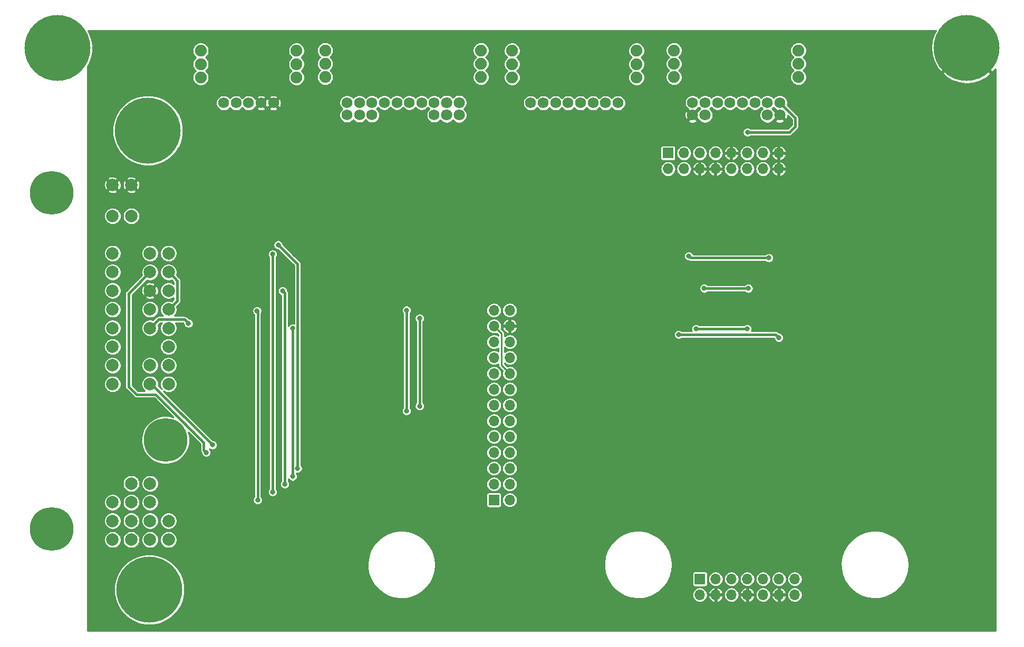
<source format=gbr>
G04 #@! TF.GenerationSoftware,KiCad,Pcbnew,5.0.2-bee76a0~70~ubuntu18.04.1*
G04 #@! TF.CreationDate,2019-06-20T22:09:52+01:00*
G04 #@! TF.ProjectId,leaf_adapter,6c656166-5f61-4646-9170-7465722e6b69,rev?*
G04 #@! TF.SameCoordinates,Original*
G04 #@! TF.FileFunction,Copper,L2,Bot*
G04 #@! TF.FilePolarity,Positive*
%FSLAX46Y46*%
G04 Gerber Fmt 4.6, Leading zero omitted, Abs format (unit mm)*
G04 Created by KiCad (PCBNEW 5.0.2-bee76a0~70~ubuntu18.04.1) date Thu 20 Jun 2019 22:09:52 BST*
%MOMM*%
%LPD*%
G01*
G04 APERTURE LIST*
G04 #@! TA.AperFunction,ComponentPad*
%ADD10R,1.700000X1.700000*%
G04 #@! TD*
G04 #@! TA.AperFunction,ComponentPad*
%ADD11O,1.700000X1.700000*%
G04 #@! TD*
G04 #@! TA.AperFunction,ComponentPad*
%ADD12C,10.600000*%
G04 #@! TD*
G04 #@! TA.AperFunction,ComponentPad*
%ADD13C,0.900000*%
G04 #@! TD*
G04 #@! TA.AperFunction,ComponentPad*
%ADD14C,1.800000*%
G04 #@! TD*
G04 #@! TA.AperFunction,ComponentPad*
%ADD15C,1.750000*%
G04 #@! TD*
G04 #@! TA.AperFunction,ComponentPad*
%ADD16C,1.900000*%
G04 #@! TD*
G04 #@! TA.AperFunction,ComponentPad*
%ADD17C,2.000000*%
G04 #@! TD*
G04 #@! TA.AperFunction,ComponentPad*
%ADD18C,7.000000*%
G04 #@! TD*
G04 #@! TA.AperFunction,ViaPad*
%ADD19C,0.800000*%
G04 #@! TD*
G04 #@! TA.AperFunction,Conductor*
%ADD20C,0.254000*%
G04 #@! TD*
G04 #@! TA.AperFunction,Conductor*
%ADD21C,0.381000*%
G04 #@! TD*
G04 APERTURE END LIST*
D10*
G04 #@! TO.P,JP5,1*
G04 #@! TO.N,/S1S4*
X134350000Y-120600000D03*
D11*
G04 #@! TO.P,JP5,2*
G04 #@! TO.N,/S3*
X136890000Y-120600000D03*
G04 #@! TO.P,JP5,3*
G04 #@! TO.N,/R1*
X134350000Y-118060000D03*
G04 #@! TO.P,JP5,4*
G04 #@! TO.N,/S2*
X136890000Y-118060000D03*
G04 #@! TO.P,JP5,5*
G04 #@! TO.N,/THROTTLE*
X134350000Y-115520000D03*
G04 #@! TO.P,JP5,6*
G04 #@! TO.N,/IN_CRUISE*
X136890000Y-115520000D03*
G04 #@! TO.P,JP5,7*
G04 #@! TO.N,/REGEN*
X134350000Y-112980000D03*
G04 #@! TO.P,JP5,8*
G04 #@! TO.N,/IN_START*
X136890000Y-112980000D03*
G04 #@! TO.P,JP5,9*
G04 #@! TO.N,/OUT_BRAKE*
X134350000Y-110440000D03*
G04 #@! TO.P,JP5,10*
G04 #@! TO.N,/IN_BRAKE*
X136890000Y-110440000D03*
G04 #@! TO.P,JP5,11*
G04 #@! TO.N,/OUT_DCSW*
X134350000Y-107900000D03*
G04 #@! TO.P,JP5,12*
G04 #@! TO.N,/12V*
X136890000Y-107900000D03*
G04 #@! TO.P,JP5,13*
G04 #@! TO.N,/OUT_ERR*
X134350000Y-105360000D03*
G04 #@! TO.P,JP5,14*
G04 #@! TO.N,/IN_FORWARD*
X136890000Y-105360000D03*
G04 #@! TO.P,JP5,15*
G04 #@! TO.N,/OUT_OVTG*
X134350000Y-102820000D03*
G04 #@! TO.P,JP5,16*
G04 #@! TO.N,/IN_REVERSE*
X136890000Y-102820000D03*
G04 #@! TO.P,JP5,17*
G04 #@! TO.N,/OUT_TEMP*
X134350000Y-100280000D03*
G04 #@! TO.P,JP5,18*
G04 #@! TO.N,/12V*
X136890000Y-100280000D03*
G04 #@! TO.P,JP5,19*
G04 #@! TO.N,/OUT_PRE*
X134350000Y-97740000D03*
G04 #@! TO.P,JP5,20*
G04 #@! TO.N,/IN_BMS*
X136890000Y-97740000D03*
G04 #@! TO.P,JP5,21*
G04 #@! TO.N,/TMP1*
X134350000Y-95200000D03*
G04 #@! TO.P,JP5,22*
G04 #@! TO.N,/TMP2*
X136890000Y-95200000D03*
G04 #@! TO.P,JP5,23*
G04 #@! TO.N,/12V*
X134350000Y-92660000D03*
G04 #@! TO.P,JP5,24*
G04 #@! TO.N,GND*
X136890000Y-92660000D03*
G04 #@! TO.P,JP5,25*
G04 #@! TO.N,/CANH*
X134350000Y-90120000D03*
G04 #@! TO.P,JP5,26*
G04 #@! TO.N,/CANL*
X136890000Y-90120000D03*
G04 #@! TD*
D12*
G04 #@! TO.P,REF\002A\002A,1*
G04 #@! TO.N,N/C*
X64250000Y-48000000D03*
D13*
X68225000Y-48000000D03*
X67060749Y-50810749D03*
X64250000Y-51975000D03*
X61439251Y-50810749D03*
X60275000Y-48000000D03*
X61439251Y-45189251D03*
X64250000Y-44025000D03*
X67060749Y-45189251D03*
G04 #@! TD*
D12*
G04 #@! TO.P,REF\002A\002A,1*
G04 #@! TO.N,N/C*
X78750000Y-61250000D03*
D13*
X82725000Y-61250000D03*
X81560749Y-64060749D03*
X78750000Y-65225000D03*
X75939251Y-64060749D03*
X74775000Y-61250000D03*
X75939251Y-58439251D03*
X78750000Y-57275000D03*
X81560749Y-58439251D03*
G04 #@! TD*
D12*
G04 #@! TO.P,REF\002A\002A,1*
G04 #@! TO.N,N/C*
X79000000Y-135000000D03*
D13*
X82975000Y-135000000D03*
X81810749Y-137810749D03*
X79000000Y-138975000D03*
X76189251Y-137810749D03*
X75025000Y-135000000D03*
X76189251Y-132189251D03*
X79000000Y-131025000D03*
X81810749Y-132189251D03*
G04 #@! TD*
D14*
G04 #@! TO.P,CN151,12*
G04 #@! TO.N,GND*
X166239880Y-58751700D03*
G04 #@! TO.P,CN151,11*
G04 #@! TO.N,/5V*
X168239880Y-58751700D03*
G04 #@! TO.P,CN151,10*
X178239880Y-58751700D03*
G04 #@! TO.P,CN151,9*
G04 #@! TO.N,GND*
X180239880Y-58751700D03*
D15*
G04 #@! TO.P,CN151,8*
G04 #@! TO.N,/I2*
X180239880Y-56751700D03*
G04 #@! TO.P,CN151,7*
G04 #@! TO.N,Net-(CN151-Pad7)*
X178239880Y-56751700D03*
G04 #@! TO.P,CN151,6*
G04 #@! TO.N,Net-(CN151-Pad6)*
X176239880Y-56751700D03*
D16*
G04 #@! TO.P,CN151,~*
G04 #@! TO.N,N/C*
X183229880Y-52651700D03*
X183229880Y-50501700D03*
X183229880Y-48351700D03*
X163249880Y-52651700D03*
X163249880Y-48351700D03*
X163249880Y-50501700D03*
D15*
G04 #@! TO.P,CN151,5*
G04 #@! TO.N,Net-(CN151-Pad5)*
X174239880Y-56751700D03*
G04 #@! TO.P,CN151,4*
G04 #@! TO.N,Net-(CN151-Pad4)*
X172239880Y-56751700D03*
G04 #@! TO.P,CN151,3*
G04 #@! TO.N,Net-(CN151-Pad3)*
X170239880Y-56751700D03*
G04 #@! TO.P,CN151,2*
G04 #@! TO.N,Net-(CN151-Pad2)*
X168239880Y-56751700D03*
G04 #@! TO.P,CN151,1*
G04 #@! TO.N,/I1*
X166239880Y-56751700D03*
G04 #@! TD*
D16*
G04 #@! TO.P,CN101,~*
G04 #@! TO.N,N/C*
X102639200Y-52702500D03*
X102639200Y-50552500D03*
X102639200Y-48402500D03*
X87259200Y-52702500D03*
X87259200Y-48402500D03*
X87259200Y-50552500D03*
D15*
G04 #@! TO.P,CN101,5*
G04 #@! TO.N,GND*
X98949200Y-56802500D03*
G04 #@! TO.P,CN101,4*
X96949200Y-56802500D03*
G04 #@! TO.P,CN101,3*
G04 #@! TO.N,Net-(CN101-Pad3)*
X94949200Y-56802500D03*
G04 #@! TO.P,CN101,2*
G04 #@! TO.N,/12V*
X92949200Y-56802500D03*
G04 #@! TO.P,CN101,1*
X90949200Y-56802500D03*
G04 #@! TD*
G04 #@! TO.P,CN501,16*
G04 #@! TO.N,Net-(CN501-Pad16)*
X110748500Y-58751700D03*
G04 #@! TO.P,CN501,15*
G04 #@! TO.N,/UDC_PWM*
X112748500Y-58751700D03*
G04 #@! TO.P,CN501,14*
G04 #@! TO.N,Net-(CN501-Pad14)*
X114748500Y-58751700D03*
G04 #@! TO.P,CN501,13*
G04 #@! TO.N,Net-(CN501-Pad13)*
X124748500Y-58751700D03*
D14*
G04 #@! TO.P,CN501,12*
G04 #@! TO.N,/5V*
X126748500Y-58751700D03*
G04 #@! TO.P,CN501,11*
G04 #@! TO.N,/TMP_PWM*
X128748500Y-58751700D03*
G04 #@! TO.P,CN501,10*
G04 #@! TO.N,Net-(CN501-Pad10)*
X128748500Y-56751700D03*
G04 #@! TO.P,CN501,9*
G04 #@! TO.N,/5V*
X126748500Y-56751700D03*
D15*
G04 #@! TO.P,CN501,8*
G04 #@! TO.N,Net-(CN501-Pad8)*
X124748500Y-56751700D03*
G04 #@! TO.P,CN501,7*
G04 #@! TO.N,/FAULT2*
X122748500Y-56751700D03*
G04 #@! TO.P,CN501,6*
G04 #@! TO.N,Net-(CN501-Pad6)*
X120748500Y-56751700D03*
D16*
G04 #@! TO.P,CN501,~*
G04 #@! TO.N,N/C*
X132263500Y-52651700D03*
X132263500Y-50501700D03*
X132263500Y-48351700D03*
X107233500Y-52651700D03*
X107233500Y-48351700D03*
X107233500Y-50501700D03*
D15*
G04 #@! TO.P,CN501,5*
G04 #@! TO.N,Net-(CN501-Pad5)*
X118748500Y-56751700D03*
G04 #@! TO.P,CN501,4*
G04 #@! TO.N,Net-(CN501-Pad4)*
X116748500Y-56751700D03*
G04 #@! TO.P,CN501,3*
G04 #@! TO.N,/FAULT1*
X114748500Y-56751700D03*
G04 #@! TO.P,CN501,2*
G04 #@! TO.N,Net-(CN501-Pad2)*
X112748500Y-56751700D03*
G04 #@! TO.P,CN501,1*
G04 #@! TO.N,Net-(CN501-Pad1)*
X110748500Y-56751700D03*
G04 #@! TD*
G04 #@! TO.P,CN601,8*
G04 #@! TO.N,/5V*
X154248060Y-56802500D03*
G04 #@! TO.P,CN601,7*
G04 #@! TO.N,Net-(CN601-Pad7)*
X152248060Y-56802500D03*
G04 #@! TO.P,CN601,6*
G04 #@! TO.N,/WP*
X150248060Y-56802500D03*
D16*
G04 #@! TO.P,CN601,~*
G04 #@! TO.N,N/C*
X157238060Y-52702500D03*
X157238060Y-50552500D03*
X157238060Y-48402500D03*
X137258060Y-52702500D03*
X137258060Y-48402500D03*
X137258060Y-50552500D03*
D15*
G04 #@! TO.P,CN601,5*
G04 #@! TO.N,/WN*
X148248060Y-56802500D03*
G04 #@! TO.P,CN601,4*
G04 #@! TO.N,/Vp*
X146248060Y-56802500D03*
G04 #@! TO.P,CN601,3*
G04 #@! TO.N,/VN*
X144248060Y-56802500D03*
G04 #@! TO.P,CN601,2*
G04 #@! TO.N,/UP*
X142248060Y-56802500D03*
G04 #@! TO.P,CN601,1*
G04 #@! TO.N,/UN*
X140248060Y-56802500D03*
G04 #@! TD*
D10*
G04 #@! TO.P,JP3,1*
G04 #@! TO.N,/DESAT*
X167400000Y-133300000D03*
D11*
G04 #@! TO.P,JP3,2*
G04 #@! TO.N,Net-(JP3-Pad2)*
X167400000Y-135840000D03*
G04 #@! TO.P,JP3,3*
G04 #@! TO.N,/WN*
X169940000Y-133300000D03*
G04 #@! TO.P,JP3,4*
G04 #@! TO.N,GND*
X169940000Y-135840000D03*
G04 #@! TO.P,JP3,5*
G04 #@! TO.N,/5V*
X172480000Y-133300000D03*
G04 #@! TO.P,JP3,6*
G04 #@! TO.N,/WP*
X172480000Y-135840000D03*
G04 #@! TO.P,JP3,7*
G04 #@! TO.N,/VN*
X175020000Y-133300000D03*
G04 #@! TO.P,JP3,8*
G04 #@! TO.N,GND*
X175020000Y-135840000D03*
G04 #@! TO.P,JP3,9*
G04 #@! TO.N,/5V*
X177560000Y-133300000D03*
G04 #@! TO.P,JP3,10*
G04 #@! TO.N,/Vp*
X177560000Y-135840000D03*
G04 #@! TO.P,JP3,11*
G04 #@! TO.N,/UN*
X180100000Y-133300000D03*
G04 #@! TO.P,JP3,12*
G04 #@! TO.N,GND*
X180100000Y-135840000D03*
G04 #@! TO.P,JP3,13*
G04 #@! TO.N,/5V*
X182640000Y-133300000D03*
G04 #@! TO.P,JP3,14*
G04 #@! TO.N,/UP*
X182640000Y-135840000D03*
G04 #@! TD*
D10*
G04 #@! TO.P,JP4,1*
G04 #@! TO.N,/5V*
X162300000Y-64850000D03*
D11*
G04 #@! TO.P,JP4,2*
X162300000Y-67390000D03*
G04 #@! TO.P,JP4,3*
G04 #@! TO.N,/UDC*
X164840000Y-64850000D03*
G04 #@! TO.P,JP4,4*
G04 #@! TO.N,Net-(JP4-Pad4)*
X164840000Y-67390000D03*
G04 #@! TO.P,JP4,5*
G04 #@! TO.N,/I1*
X167380000Y-64850000D03*
G04 #@! TO.P,JP4,6*
G04 #@! TO.N,GND*
X167380000Y-67390000D03*
G04 #@! TO.P,JP4,7*
G04 #@! TO.N,/5V*
X169920000Y-64850000D03*
G04 #@! TO.P,JP4,8*
G04 #@! TO.N,GND*
X169920000Y-67390000D03*
G04 #@! TO.P,JP4,9*
X172460000Y-64850000D03*
G04 #@! TO.P,JP4,10*
G04 #@! TO.N,/I2*
X172460000Y-67390000D03*
G04 #@! TO.P,JP4,11*
G04 #@! TO.N,/5V*
X175000000Y-64850000D03*
G04 #@! TO.P,JP4,12*
X175000000Y-67390000D03*
G04 #@! TO.P,JP4,13*
G04 #@! TO.N,Net-(JP4-Pad13)*
X177540000Y-64850000D03*
G04 #@! TO.P,JP4,14*
G04 #@! TO.N,/TMPHS*
X177540000Y-67390000D03*
G04 #@! TO.P,JP4,15*
G04 #@! TO.N,GND*
X180080000Y-64850000D03*
G04 #@! TO.P,JP4,16*
X180080000Y-67390000D03*
G04 #@! TD*
D12*
G04 #@! TO.P,H1,1*
G04 #@! TO.N,GND*
X210250000Y-48000000D03*
D13*
X214225000Y-48000000D03*
X213060749Y-50810749D03*
X210250000Y-51975000D03*
X207439251Y-50810749D03*
X206275000Y-48000000D03*
X207439251Y-45189251D03*
X210250000Y-44025000D03*
X213060749Y-45189251D03*
G04 #@! TD*
D17*
G04 #@! TO.P,CN001,40*
G04 #@! TO.N,Net-(CN1-Pad40)*
X82108240Y-126970000D03*
G04 #@! TO.P,CN001,39*
G04 #@! TO.N,Net-(CN1-Pad39)*
X82108240Y-123970000D03*
G04 #@! TO.P,CN001,38*
G04 #@! TO.N,/CANH*
X82108240Y-101970000D03*
G04 #@! TO.P,CN001,37*
G04 #@! TO.N,/CANL*
X82108240Y-98970000D03*
G04 #@! TO.P,CN001,36*
G04 #@! TO.N,/IN_FORWARD*
X82108240Y-95970000D03*
G04 #@! TO.P,CN001,35*
G04 #@! TO.N,/S2*
X82108240Y-92970000D03*
G04 #@! TO.P,CN001,34*
G04 #@! TO.N,/S1S4*
X82108240Y-89970000D03*
G04 #@! TO.P,CN001,33*
G04 #@! TO.N,/R1*
X82108240Y-86970000D03*
G04 #@! TO.P,CN001,32*
G04 #@! TO.N,/S1S4*
X82108240Y-83970000D03*
G04 #@! TO.P,CN001,31*
G04 #@! TO.N,/S3*
X82108240Y-80970000D03*
G04 #@! TO.P,CN001,30*
G04 #@! TO.N,/THROTTLE*
X79108240Y-80970000D03*
G04 #@! TO.P,CN001,29*
G04 #@! TO.N,/REGEN*
X79108240Y-83970000D03*
G04 #@! TO.P,CN001,28*
G04 #@! TO.N,GND*
X79108240Y-86970000D03*
G04 #@! TO.P,CN001,27*
G04 #@! TO.N,/5V*
X79108240Y-89970000D03*
G04 #@! TO.P,CN001,26*
G04 #@! TO.N,/IN_REVERSE*
X79108240Y-92970000D03*
G04 #@! TO.P,CN001,25*
G04 #@! TO.N,/IN_BRAKE*
X79108240Y-98970000D03*
G04 #@! TO.P,CN001,24*
G04 #@! TO.N,/IN_START*
X79108240Y-101970000D03*
G04 #@! TO.P,CN001,23*
G04 #@! TO.N,/OUT_BRAKE*
X79108240Y-117970000D03*
G04 #@! TO.P,CN001,22*
G04 #@! TO.N,Net-(CN1-Pad22)*
X79108240Y-120970000D03*
G04 #@! TO.P,CN001,21*
G04 #@! TO.N,Net-(CN1-Pad21)*
X79108240Y-123970000D03*
G04 #@! TO.P,CN001,20*
G04 #@! TO.N,Net-(CN1-Pad20)*
X79108240Y-126970000D03*
G04 #@! TO.P,CN001,19*
G04 #@! TO.N,Net-(CN1-Pad19)*
X76108240Y-126970000D03*
G04 #@! TO.P,CN001,18*
G04 #@! TO.N,Net-(CN1-Pad18)*
X76108240Y-123970000D03*
G04 #@! TO.P,CN001,17*
G04 #@! TO.N,Net-(CN1-Pad17)*
X76108240Y-120970000D03*
G04 #@! TO.P,CN001,16*
G04 #@! TO.N,/IN_BMS*
X76108240Y-117970000D03*
G04 #@! TO.P,CN001,15*
G04 #@! TO.N,/12V*
X76108240Y-74970000D03*
G04 #@! TO.P,CN001,14*
G04 #@! TO.N,GND*
X76108240Y-69970000D03*
G04 #@! TO.P,CN001,13*
X73108240Y-69970000D03*
G04 #@! TO.P,CN001,12*
G04 #@! TO.N,/12V*
X73108240Y-74970000D03*
G04 #@! TO.P,CN001,11*
G04 #@! TO.N,/TMP2*
X73108240Y-80970000D03*
G04 #@! TO.P,CN001,10*
G04 #@! TO.N,/TMP1*
X73108240Y-83970000D03*
G04 #@! TO.P,CN001,9*
G04 #@! TO.N,/OUT_PRE*
X73108240Y-86970000D03*
G04 #@! TO.P,CN001,8*
G04 #@! TO.N,/OUT_DCSW*
X73108240Y-89970000D03*
G04 #@! TO.P,CN001,7*
G04 #@! TO.N,/OUT_OVTG*
X73108240Y-92970000D03*
G04 #@! TO.P,CN001,6*
G04 #@! TO.N,/OUT_ERR*
X73108240Y-95970000D03*
G04 #@! TO.P,CN001,5*
G04 #@! TO.N,/OUT_TEMP*
X73108240Y-98970000D03*
G04 #@! TO.P,CN001,4*
G04 #@! TO.N,/IN_CRUISE*
X73108240Y-101970000D03*
G04 #@! TO.P,CN001,3*
G04 #@! TO.N,Net-(CN1-Pad3)*
X73108240Y-120970000D03*
G04 #@! TO.P,CN001,2*
G04 #@! TO.N,Net-(CN1-Pad2)*
X73108240Y-123970000D03*
G04 #@! TO.P,CN001,1*
G04 #@! TO.N,Net-(CN1-Pad1)*
X73108240Y-126970000D03*
D18*
G04 #@! TO.P,CN001,~*
G04 #@! TO.N,N/C*
X81608240Y-110970000D03*
X63358240Y-125220000D03*
X63358240Y-71220000D03*
G04 #@! TD*
D19*
G04 #@! TO.N,GND*
X194250000Y-61800000D03*
X120750000Y-77770000D03*
X110400000Y-72750000D03*
X132250000Y-67450000D03*
G04 #@! TO.N,/IN_START*
X89150000Y-111750000D03*
G04 #@! TO.N,/IN_REVERSE*
X85300000Y-92209490D03*
G04 #@! TO.N,/REGEN*
X88150000Y-112950000D03*
G04 #@! TO.N,/THROTTLE*
X102810009Y-115520000D03*
X99700000Y-79600000D03*
G04 #@! TO.N,/S3*
X98800501Y-119300501D03*
X98800000Y-81100000D03*
G04 #@! TO.N,/S1S4*
X96400000Y-120600000D03*
X96300000Y-90200000D03*
G04 #@! TO.N,/R1*
X100760000Y-118060000D03*
X100400000Y-87000000D03*
G04 #@! TO.N,/S2*
X102019499Y-116819499D03*
X102019499Y-93000000D03*
G04 #@! TO.N,/CANL*
X122400000Y-91400000D03*
X122400000Y-105500000D03*
G04 #@! TO.N,/CANH*
X120300000Y-90100000D03*
X120296590Y-106290510D03*
G04 #@! TO.N,/I2*
X175050000Y-61500000D03*
G04 #@! TO.N,/UN*
X180100000Y-94500000D03*
X164000000Y-94000000D03*
G04 #@! TO.N,/UP*
X178500000Y-81700000D03*
X165600000Y-81391876D03*
G04 #@! TO.N,/VN*
X166800000Y-93100000D03*
X175000000Y-93100000D03*
G04 #@! TO.N,/Vp*
X175200000Y-86600000D03*
X168100000Y-86600000D03*
G04 #@! TD*
D20*
G04 #@! TO.N,/12V*
X135527001Y-98917001D02*
X136040001Y-99430001D01*
X136040001Y-99430001D02*
X136890000Y-100280000D01*
X135527001Y-93837001D02*
X135527001Y-98917001D01*
X134350000Y-92660000D02*
X135527001Y-93837001D01*
D21*
G04 #@! TO.N,/IN_START*
X79370000Y-101970000D02*
X79108240Y-101970000D01*
X89150000Y-111750000D02*
X79370000Y-101970000D01*
G04 #@! TO.N,/IN_REVERSE*
X80498741Y-91579499D02*
X84670009Y-91579499D01*
X84670009Y-91579499D02*
X84900001Y-91809491D01*
X84900001Y-91809491D02*
X85300000Y-92209490D01*
X79108240Y-92970000D02*
X80498741Y-91579499D01*
G04 #@! TO.N,/REGEN*
X79108240Y-83970000D02*
X77578240Y-85500000D01*
X77578240Y-85500000D02*
X77578240Y-85521760D01*
X77578240Y-85521760D02*
X75700000Y-87400000D01*
X75700000Y-87400000D02*
X75700000Y-102400000D01*
X87750001Y-111353819D02*
X80036182Y-103640000D01*
X80036182Y-103640000D02*
X76940000Y-103640000D01*
X87750001Y-112550001D02*
X87750001Y-111353819D01*
X88150000Y-112950000D02*
X87750001Y-112550001D01*
X75700000Y-102400000D02*
X76940000Y-103640000D01*
G04 #@! TO.N,/THROTTLE*
X102810009Y-115520000D02*
X102810009Y-82710009D01*
X102810009Y-82710009D02*
X99700000Y-79600000D01*
G04 #@! TO.N,/S3*
X98800501Y-119300501D02*
X98800501Y-81100501D01*
X98800501Y-81100501D02*
X98800000Y-81100000D01*
G04 #@! TO.N,/S1S4*
X83108239Y-84969999D02*
X82108240Y-83970000D01*
X83498741Y-85360501D02*
X83108239Y-84969999D01*
X83498741Y-88579499D02*
X83498741Y-85360501D01*
X82108240Y-89970000D02*
X83498741Y-88579499D01*
X96400000Y-120600000D02*
X96400000Y-90300000D01*
X96400000Y-90300000D02*
X96300000Y-90200000D01*
G04 #@! TO.N,/R1*
X100760000Y-118060000D02*
X100760000Y-87360000D01*
X100760000Y-87360000D02*
X100400000Y-87000000D01*
G04 #@! TO.N,/S2*
X102019499Y-116819499D02*
X102019499Y-93000000D01*
G04 #@! TO.N,/CANL*
X122400000Y-91400000D02*
X122400000Y-105500000D01*
G04 #@! TO.N,/CANH*
X120300000Y-106287100D02*
X120296590Y-106290510D01*
X120300000Y-90100000D02*
X120300000Y-106287100D01*
G04 #@! TO.N,/I2*
X175050000Y-61500000D02*
X181800000Y-61500000D01*
X182750000Y-59261820D02*
X182750000Y-60550000D01*
X181800000Y-61500000D02*
X182750000Y-60550000D01*
X182750000Y-59261820D02*
X180239880Y-56751700D01*
G04 #@! TO.N,/UN*
X180100000Y-94500000D02*
X179600000Y-94000000D01*
X179600000Y-94000000D02*
X164000000Y-94000000D01*
G04 #@! TO.N,/UP*
X178500000Y-81700000D02*
X165908124Y-81700000D01*
X165908124Y-81700000D02*
X165600000Y-81391876D01*
G04 #@! TO.N,/VN*
X175000000Y-93100000D02*
X166800000Y-93100000D01*
G04 #@! TO.N,/Vp*
X173400000Y-86600000D02*
X168100000Y-86600000D01*
X173400000Y-86600000D02*
X175200000Y-86600000D01*
G04 #@! TD*
D20*
G04 #@! TO.N,GND*
G36*
X205013989Y-45726012D02*
X204670965Y-46791202D01*
X204542339Y-47902844D01*
X204633057Y-49018220D01*
X204939630Y-50094467D01*
X205450278Y-51090224D01*
X205558231Y-51251789D01*
X206192055Y-51878340D01*
X210070395Y-48000000D01*
X210056253Y-47985858D01*
X210235858Y-47806253D01*
X210250000Y-47820395D01*
X210264143Y-47806253D01*
X210443748Y-47985858D01*
X210429605Y-48000000D01*
X214307945Y-51878340D01*
X214873000Y-51319769D01*
X214873000Y-141623000D01*
X69127000Y-141623000D01*
X69127000Y-134440470D01*
X73319000Y-134440470D01*
X73319000Y-135559530D01*
X73537318Y-136657087D01*
X73965563Y-137690963D01*
X74587279Y-138621426D01*
X75378574Y-139412721D01*
X76309037Y-140034437D01*
X77342913Y-140462682D01*
X78440470Y-140681000D01*
X79559530Y-140681000D01*
X80657087Y-140462682D01*
X81690963Y-140034437D01*
X82621426Y-139412721D01*
X83412721Y-138621426D01*
X84034437Y-137690963D01*
X84462682Y-136657087D01*
X84681000Y-135559530D01*
X84681000Y-134440470D01*
X84462682Y-133342913D01*
X84034437Y-132309037D01*
X83412721Y-131378574D01*
X82690306Y-130656159D01*
X114034806Y-130656159D01*
X114060291Y-131629396D01*
X114257718Y-132582738D01*
X114620848Y-133486052D01*
X115138202Y-134310785D01*
X115793427Y-135030868D01*
X116565812Y-135623540D01*
X117430944Y-136070067D01*
X118361476Y-136356336D01*
X119327995Y-136473298D01*
X120299951Y-136417255D01*
X121246621Y-136189980D01*
X122138083Y-135798655D01*
X122946158Y-135255651D01*
X123645305Y-134578131D01*
X124213423Y-133787511D01*
X124632556Y-132908781D01*
X124889455Y-131969716D01*
X124976000Y-131000000D01*
X124968495Y-130713408D01*
X124960348Y-130656159D01*
X152034806Y-130656159D01*
X152060291Y-131629396D01*
X152257718Y-132582738D01*
X152620848Y-133486052D01*
X153138202Y-134310785D01*
X153793427Y-135030868D01*
X154565812Y-135623540D01*
X155430944Y-136070067D01*
X156361476Y-136356336D01*
X157327995Y-136473298D01*
X158299951Y-136417255D01*
X159246621Y-136189980D01*
X160043896Y-135840000D01*
X166163044Y-135840000D01*
X166186812Y-136081318D01*
X166257202Y-136313363D01*
X166371509Y-136527216D01*
X166525340Y-136714660D01*
X166712784Y-136868491D01*
X166926637Y-136982798D01*
X167158682Y-137053188D01*
X167339528Y-137071000D01*
X167460472Y-137071000D01*
X167641318Y-137053188D01*
X167873363Y-136982798D01*
X168087216Y-136868491D01*
X168274660Y-136714660D01*
X168428491Y-136527216D01*
X168542798Y-136313363D01*
X168590235Y-136156981D01*
X168750505Y-136156981D01*
X168835201Y-136382949D01*
X168962353Y-136588052D01*
X169127076Y-136764408D01*
X169323039Y-136905239D01*
X169542712Y-137005134D01*
X169623020Y-137029489D01*
X169813000Y-136968627D01*
X169813000Y-135967000D01*
X170067000Y-135967000D01*
X170067000Y-136968627D01*
X170256980Y-137029489D01*
X170337288Y-137005134D01*
X170556961Y-136905239D01*
X170752924Y-136764408D01*
X170917647Y-136588052D01*
X171044799Y-136382949D01*
X171129495Y-136156981D01*
X171069187Y-135967000D01*
X170067000Y-135967000D01*
X169813000Y-135967000D01*
X168810813Y-135967000D01*
X168750505Y-136156981D01*
X168590235Y-136156981D01*
X168613188Y-136081318D01*
X168636956Y-135840000D01*
X171243044Y-135840000D01*
X171266812Y-136081318D01*
X171337202Y-136313363D01*
X171451509Y-136527216D01*
X171605340Y-136714660D01*
X171792784Y-136868491D01*
X172006637Y-136982798D01*
X172238682Y-137053188D01*
X172419528Y-137071000D01*
X172540472Y-137071000D01*
X172721318Y-137053188D01*
X172953363Y-136982798D01*
X173167216Y-136868491D01*
X173354660Y-136714660D01*
X173508491Y-136527216D01*
X173622798Y-136313363D01*
X173670235Y-136156981D01*
X173830505Y-136156981D01*
X173915201Y-136382949D01*
X174042353Y-136588052D01*
X174207076Y-136764408D01*
X174403039Y-136905239D01*
X174622712Y-137005134D01*
X174703020Y-137029489D01*
X174893000Y-136968627D01*
X174893000Y-135967000D01*
X175147000Y-135967000D01*
X175147000Y-136968627D01*
X175336980Y-137029489D01*
X175417288Y-137005134D01*
X175636961Y-136905239D01*
X175832924Y-136764408D01*
X175997647Y-136588052D01*
X176124799Y-136382949D01*
X176209495Y-136156981D01*
X176149187Y-135967000D01*
X175147000Y-135967000D01*
X174893000Y-135967000D01*
X173890813Y-135967000D01*
X173830505Y-136156981D01*
X173670235Y-136156981D01*
X173693188Y-136081318D01*
X173716956Y-135840000D01*
X176323044Y-135840000D01*
X176346812Y-136081318D01*
X176417202Y-136313363D01*
X176531509Y-136527216D01*
X176685340Y-136714660D01*
X176872784Y-136868491D01*
X177086637Y-136982798D01*
X177318682Y-137053188D01*
X177499528Y-137071000D01*
X177620472Y-137071000D01*
X177801318Y-137053188D01*
X178033363Y-136982798D01*
X178247216Y-136868491D01*
X178434660Y-136714660D01*
X178588491Y-136527216D01*
X178702798Y-136313363D01*
X178750235Y-136156981D01*
X178910505Y-136156981D01*
X178995201Y-136382949D01*
X179122353Y-136588052D01*
X179287076Y-136764408D01*
X179483039Y-136905239D01*
X179702712Y-137005134D01*
X179783020Y-137029489D01*
X179973000Y-136968627D01*
X179973000Y-135967000D01*
X180227000Y-135967000D01*
X180227000Y-136968627D01*
X180416980Y-137029489D01*
X180497288Y-137005134D01*
X180716961Y-136905239D01*
X180912924Y-136764408D01*
X181077647Y-136588052D01*
X181204799Y-136382949D01*
X181289495Y-136156981D01*
X181229187Y-135967000D01*
X180227000Y-135967000D01*
X179973000Y-135967000D01*
X178970813Y-135967000D01*
X178910505Y-136156981D01*
X178750235Y-136156981D01*
X178773188Y-136081318D01*
X178796956Y-135840000D01*
X181403044Y-135840000D01*
X181426812Y-136081318D01*
X181497202Y-136313363D01*
X181611509Y-136527216D01*
X181765340Y-136714660D01*
X181952784Y-136868491D01*
X182166637Y-136982798D01*
X182398682Y-137053188D01*
X182579528Y-137071000D01*
X182700472Y-137071000D01*
X182881318Y-137053188D01*
X183113363Y-136982798D01*
X183327216Y-136868491D01*
X183514660Y-136714660D01*
X183668491Y-136527216D01*
X183782798Y-136313363D01*
X183853188Y-136081318D01*
X183876956Y-135840000D01*
X183853188Y-135598682D01*
X183782798Y-135366637D01*
X183668491Y-135152784D01*
X183514660Y-134965340D01*
X183327216Y-134811509D01*
X183113363Y-134697202D01*
X182881318Y-134626812D01*
X182700472Y-134609000D01*
X182579528Y-134609000D01*
X182398682Y-134626812D01*
X182166637Y-134697202D01*
X181952784Y-134811509D01*
X181765340Y-134965340D01*
X181611509Y-135152784D01*
X181497202Y-135366637D01*
X181426812Y-135598682D01*
X181403044Y-135840000D01*
X178796956Y-135840000D01*
X178773188Y-135598682D01*
X178750236Y-135523019D01*
X178910505Y-135523019D01*
X178970813Y-135713000D01*
X179973000Y-135713000D01*
X179973000Y-134711373D01*
X180227000Y-134711373D01*
X180227000Y-135713000D01*
X181229187Y-135713000D01*
X181289495Y-135523019D01*
X181204799Y-135297051D01*
X181077647Y-135091948D01*
X180912924Y-134915592D01*
X180716961Y-134774761D01*
X180497288Y-134674866D01*
X180416980Y-134650511D01*
X180227000Y-134711373D01*
X179973000Y-134711373D01*
X179783020Y-134650511D01*
X179702712Y-134674866D01*
X179483039Y-134774761D01*
X179287076Y-134915592D01*
X179122353Y-135091948D01*
X178995201Y-135297051D01*
X178910505Y-135523019D01*
X178750236Y-135523019D01*
X178702798Y-135366637D01*
X178588491Y-135152784D01*
X178434660Y-134965340D01*
X178247216Y-134811509D01*
X178033363Y-134697202D01*
X177801318Y-134626812D01*
X177620472Y-134609000D01*
X177499528Y-134609000D01*
X177318682Y-134626812D01*
X177086637Y-134697202D01*
X176872784Y-134811509D01*
X176685340Y-134965340D01*
X176531509Y-135152784D01*
X176417202Y-135366637D01*
X176346812Y-135598682D01*
X176323044Y-135840000D01*
X173716956Y-135840000D01*
X173693188Y-135598682D01*
X173670236Y-135523019D01*
X173830505Y-135523019D01*
X173890813Y-135713000D01*
X174893000Y-135713000D01*
X174893000Y-134711373D01*
X175147000Y-134711373D01*
X175147000Y-135713000D01*
X176149187Y-135713000D01*
X176209495Y-135523019D01*
X176124799Y-135297051D01*
X175997647Y-135091948D01*
X175832924Y-134915592D01*
X175636961Y-134774761D01*
X175417288Y-134674866D01*
X175336980Y-134650511D01*
X175147000Y-134711373D01*
X174893000Y-134711373D01*
X174703020Y-134650511D01*
X174622712Y-134674866D01*
X174403039Y-134774761D01*
X174207076Y-134915592D01*
X174042353Y-135091948D01*
X173915201Y-135297051D01*
X173830505Y-135523019D01*
X173670236Y-135523019D01*
X173622798Y-135366637D01*
X173508491Y-135152784D01*
X173354660Y-134965340D01*
X173167216Y-134811509D01*
X172953363Y-134697202D01*
X172721318Y-134626812D01*
X172540472Y-134609000D01*
X172419528Y-134609000D01*
X172238682Y-134626812D01*
X172006637Y-134697202D01*
X171792784Y-134811509D01*
X171605340Y-134965340D01*
X171451509Y-135152784D01*
X171337202Y-135366637D01*
X171266812Y-135598682D01*
X171243044Y-135840000D01*
X168636956Y-135840000D01*
X168613188Y-135598682D01*
X168590236Y-135523019D01*
X168750505Y-135523019D01*
X168810813Y-135713000D01*
X169813000Y-135713000D01*
X169813000Y-134711373D01*
X170067000Y-134711373D01*
X170067000Y-135713000D01*
X171069187Y-135713000D01*
X171129495Y-135523019D01*
X171044799Y-135297051D01*
X170917647Y-135091948D01*
X170752924Y-134915592D01*
X170556961Y-134774761D01*
X170337288Y-134674866D01*
X170256980Y-134650511D01*
X170067000Y-134711373D01*
X169813000Y-134711373D01*
X169623020Y-134650511D01*
X169542712Y-134674866D01*
X169323039Y-134774761D01*
X169127076Y-134915592D01*
X168962353Y-135091948D01*
X168835201Y-135297051D01*
X168750505Y-135523019D01*
X168590236Y-135523019D01*
X168542798Y-135366637D01*
X168428491Y-135152784D01*
X168274660Y-134965340D01*
X168087216Y-134811509D01*
X167873363Y-134697202D01*
X167641318Y-134626812D01*
X167460472Y-134609000D01*
X167339528Y-134609000D01*
X167158682Y-134626812D01*
X166926637Y-134697202D01*
X166712784Y-134811509D01*
X166525340Y-134965340D01*
X166371509Y-135152784D01*
X166257202Y-135366637D01*
X166186812Y-135598682D01*
X166163044Y-135840000D01*
X160043896Y-135840000D01*
X160138083Y-135798655D01*
X160946158Y-135255651D01*
X161645305Y-134578131D01*
X162213423Y-133787511D01*
X162632556Y-132908781D01*
X162758064Y-132450000D01*
X166167157Y-132450000D01*
X166167157Y-134150000D01*
X166174513Y-134224689D01*
X166196299Y-134296508D01*
X166231678Y-134362696D01*
X166279289Y-134420711D01*
X166337304Y-134468322D01*
X166403492Y-134503701D01*
X166475311Y-134525487D01*
X166550000Y-134532843D01*
X168250000Y-134532843D01*
X168324689Y-134525487D01*
X168396508Y-134503701D01*
X168462696Y-134468322D01*
X168520711Y-134420711D01*
X168568322Y-134362696D01*
X168603701Y-134296508D01*
X168625487Y-134224689D01*
X168632843Y-134150000D01*
X168632843Y-133300000D01*
X168703044Y-133300000D01*
X168726812Y-133541318D01*
X168797202Y-133773363D01*
X168911509Y-133987216D01*
X169065340Y-134174660D01*
X169252784Y-134328491D01*
X169466637Y-134442798D01*
X169698682Y-134513188D01*
X169879528Y-134531000D01*
X170000472Y-134531000D01*
X170181318Y-134513188D01*
X170413363Y-134442798D01*
X170627216Y-134328491D01*
X170814660Y-134174660D01*
X170968491Y-133987216D01*
X171082798Y-133773363D01*
X171153188Y-133541318D01*
X171176956Y-133300000D01*
X171243044Y-133300000D01*
X171266812Y-133541318D01*
X171337202Y-133773363D01*
X171451509Y-133987216D01*
X171605340Y-134174660D01*
X171792784Y-134328491D01*
X172006637Y-134442798D01*
X172238682Y-134513188D01*
X172419528Y-134531000D01*
X172540472Y-134531000D01*
X172721318Y-134513188D01*
X172953363Y-134442798D01*
X173167216Y-134328491D01*
X173354660Y-134174660D01*
X173508491Y-133987216D01*
X173622798Y-133773363D01*
X173693188Y-133541318D01*
X173716956Y-133300000D01*
X173783044Y-133300000D01*
X173806812Y-133541318D01*
X173877202Y-133773363D01*
X173991509Y-133987216D01*
X174145340Y-134174660D01*
X174332784Y-134328491D01*
X174546637Y-134442798D01*
X174778682Y-134513188D01*
X174959528Y-134531000D01*
X175080472Y-134531000D01*
X175261318Y-134513188D01*
X175493363Y-134442798D01*
X175707216Y-134328491D01*
X175894660Y-134174660D01*
X176048491Y-133987216D01*
X176162798Y-133773363D01*
X176233188Y-133541318D01*
X176256956Y-133300000D01*
X176323044Y-133300000D01*
X176346812Y-133541318D01*
X176417202Y-133773363D01*
X176531509Y-133987216D01*
X176685340Y-134174660D01*
X176872784Y-134328491D01*
X177086637Y-134442798D01*
X177318682Y-134513188D01*
X177499528Y-134531000D01*
X177620472Y-134531000D01*
X177801318Y-134513188D01*
X178033363Y-134442798D01*
X178247216Y-134328491D01*
X178434660Y-134174660D01*
X178588491Y-133987216D01*
X178702798Y-133773363D01*
X178773188Y-133541318D01*
X178796956Y-133300000D01*
X178863044Y-133300000D01*
X178886812Y-133541318D01*
X178957202Y-133773363D01*
X179071509Y-133987216D01*
X179225340Y-134174660D01*
X179412784Y-134328491D01*
X179626637Y-134442798D01*
X179858682Y-134513188D01*
X180039528Y-134531000D01*
X180160472Y-134531000D01*
X180341318Y-134513188D01*
X180573363Y-134442798D01*
X180787216Y-134328491D01*
X180974660Y-134174660D01*
X181128491Y-133987216D01*
X181242798Y-133773363D01*
X181313188Y-133541318D01*
X181336956Y-133300000D01*
X181403044Y-133300000D01*
X181426812Y-133541318D01*
X181497202Y-133773363D01*
X181611509Y-133987216D01*
X181765340Y-134174660D01*
X181952784Y-134328491D01*
X182166637Y-134442798D01*
X182398682Y-134513188D01*
X182579528Y-134531000D01*
X182700472Y-134531000D01*
X182881318Y-134513188D01*
X183113363Y-134442798D01*
X183327216Y-134328491D01*
X183514660Y-134174660D01*
X183668491Y-133987216D01*
X183782798Y-133773363D01*
X183853188Y-133541318D01*
X183876956Y-133300000D01*
X183853188Y-133058682D01*
X183782798Y-132826637D01*
X183668491Y-132612784D01*
X183514660Y-132425340D01*
X183327216Y-132271509D01*
X183113363Y-132157202D01*
X182881318Y-132086812D01*
X182700472Y-132069000D01*
X182579528Y-132069000D01*
X182398682Y-132086812D01*
X182166637Y-132157202D01*
X181952784Y-132271509D01*
X181765340Y-132425340D01*
X181611509Y-132612784D01*
X181497202Y-132826637D01*
X181426812Y-133058682D01*
X181403044Y-133300000D01*
X181336956Y-133300000D01*
X181313188Y-133058682D01*
X181242798Y-132826637D01*
X181128491Y-132612784D01*
X180974660Y-132425340D01*
X180787216Y-132271509D01*
X180573363Y-132157202D01*
X180341318Y-132086812D01*
X180160472Y-132069000D01*
X180039528Y-132069000D01*
X179858682Y-132086812D01*
X179626637Y-132157202D01*
X179412784Y-132271509D01*
X179225340Y-132425340D01*
X179071509Y-132612784D01*
X178957202Y-132826637D01*
X178886812Y-133058682D01*
X178863044Y-133300000D01*
X178796956Y-133300000D01*
X178773188Y-133058682D01*
X178702798Y-132826637D01*
X178588491Y-132612784D01*
X178434660Y-132425340D01*
X178247216Y-132271509D01*
X178033363Y-132157202D01*
X177801318Y-132086812D01*
X177620472Y-132069000D01*
X177499528Y-132069000D01*
X177318682Y-132086812D01*
X177086637Y-132157202D01*
X176872784Y-132271509D01*
X176685340Y-132425340D01*
X176531509Y-132612784D01*
X176417202Y-132826637D01*
X176346812Y-133058682D01*
X176323044Y-133300000D01*
X176256956Y-133300000D01*
X176233188Y-133058682D01*
X176162798Y-132826637D01*
X176048491Y-132612784D01*
X175894660Y-132425340D01*
X175707216Y-132271509D01*
X175493363Y-132157202D01*
X175261318Y-132086812D01*
X175080472Y-132069000D01*
X174959528Y-132069000D01*
X174778682Y-132086812D01*
X174546637Y-132157202D01*
X174332784Y-132271509D01*
X174145340Y-132425340D01*
X173991509Y-132612784D01*
X173877202Y-132826637D01*
X173806812Y-133058682D01*
X173783044Y-133300000D01*
X173716956Y-133300000D01*
X173693188Y-133058682D01*
X173622798Y-132826637D01*
X173508491Y-132612784D01*
X173354660Y-132425340D01*
X173167216Y-132271509D01*
X172953363Y-132157202D01*
X172721318Y-132086812D01*
X172540472Y-132069000D01*
X172419528Y-132069000D01*
X172238682Y-132086812D01*
X172006637Y-132157202D01*
X171792784Y-132271509D01*
X171605340Y-132425340D01*
X171451509Y-132612784D01*
X171337202Y-132826637D01*
X171266812Y-133058682D01*
X171243044Y-133300000D01*
X171176956Y-133300000D01*
X171153188Y-133058682D01*
X171082798Y-132826637D01*
X170968491Y-132612784D01*
X170814660Y-132425340D01*
X170627216Y-132271509D01*
X170413363Y-132157202D01*
X170181318Y-132086812D01*
X170000472Y-132069000D01*
X169879528Y-132069000D01*
X169698682Y-132086812D01*
X169466637Y-132157202D01*
X169252784Y-132271509D01*
X169065340Y-132425340D01*
X168911509Y-132612784D01*
X168797202Y-132826637D01*
X168726812Y-133058682D01*
X168703044Y-133300000D01*
X168632843Y-133300000D01*
X168632843Y-132450000D01*
X168625487Y-132375311D01*
X168603701Y-132303492D01*
X168568322Y-132237304D01*
X168520711Y-132179289D01*
X168462696Y-132131678D01*
X168396508Y-132096299D01*
X168324689Y-132074513D01*
X168250000Y-132067157D01*
X166550000Y-132067157D01*
X166475311Y-132074513D01*
X166403492Y-132096299D01*
X166337304Y-132131678D01*
X166279289Y-132179289D01*
X166231678Y-132237304D01*
X166196299Y-132303492D01*
X166174513Y-132375311D01*
X166167157Y-132450000D01*
X162758064Y-132450000D01*
X162889455Y-131969716D01*
X162976000Y-131000000D01*
X162968495Y-130713408D01*
X162960348Y-130656159D01*
X190034806Y-130656159D01*
X190060291Y-131629396D01*
X190257718Y-132582738D01*
X190620848Y-133486052D01*
X191138202Y-134310785D01*
X191793427Y-135030868D01*
X192565812Y-135623540D01*
X193430944Y-136070067D01*
X194361476Y-136356336D01*
X195327995Y-136473298D01*
X196299951Y-136417255D01*
X197246621Y-136189980D01*
X198138083Y-135798655D01*
X198946158Y-135255651D01*
X199645305Y-134578131D01*
X200213423Y-133787511D01*
X200632556Y-132908781D01*
X200889455Y-131969716D01*
X200976000Y-131000000D01*
X200968495Y-130713408D01*
X200831318Y-129749551D01*
X200525624Y-128825218D01*
X200061077Y-127969628D01*
X199452359Y-127209824D01*
X198718712Y-126569823D01*
X197883326Y-126069854D01*
X196972605Y-125725722D01*
X196015337Y-125548303D01*
X195041780Y-125543205D01*
X194082707Y-125710590D01*
X193168433Y-126045167D01*
X192327856Y-126536360D01*
X191587548Y-127168644D01*
X190970907Y-127922031D01*
X190497425Y-128772710D01*
X190182069Y-129693791D01*
X190034806Y-130656159D01*
X162960348Y-130656159D01*
X162831318Y-129749551D01*
X162525624Y-128825218D01*
X162061077Y-127969628D01*
X161452359Y-127209824D01*
X160718712Y-126569823D01*
X159883326Y-126069854D01*
X158972605Y-125725722D01*
X158015337Y-125548303D01*
X157041780Y-125543205D01*
X156082707Y-125710590D01*
X155168433Y-126045167D01*
X154327856Y-126536360D01*
X153587548Y-127168644D01*
X152970907Y-127922031D01*
X152497425Y-128772710D01*
X152182069Y-129693791D01*
X152034806Y-130656159D01*
X124960348Y-130656159D01*
X124831318Y-129749551D01*
X124525624Y-128825218D01*
X124061077Y-127969628D01*
X123452359Y-127209824D01*
X122718712Y-126569823D01*
X121883326Y-126069854D01*
X120972605Y-125725722D01*
X120015337Y-125548303D01*
X119041780Y-125543205D01*
X118082707Y-125710590D01*
X117168433Y-126045167D01*
X116327856Y-126536360D01*
X115587548Y-127168644D01*
X114970907Y-127922031D01*
X114497425Y-128772710D01*
X114182069Y-129693791D01*
X114034806Y-130656159D01*
X82690306Y-130656159D01*
X82621426Y-130587279D01*
X81690963Y-129965563D01*
X80657087Y-129537318D01*
X79559530Y-129319000D01*
X78440470Y-129319000D01*
X77342913Y-129537318D01*
X76309037Y-129965563D01*
X75378574Y-130587279D01*
X74587279Y-131378574D01*
X73965563Y-132309037D01*
X73537318Y-133342913D01*
X73319000Y-134440470D01*
X69127000Y-134440470D01*
X69127000Y-126833983D01*
X71727240Y-126833983D01*
X71727240Y-127106017D01*
X71780311Y-127372823D01*
X71884414Y-127624149D01*
X72035547Y-127850336D01*
X72227904Y-128042693D01*
X72454091Y-128193826D01*
X72705417Y-128297929D01*
X72972223Y-128351000D01*
X73244257Y-128351000D01*
X73511063Y-128297929D01*
X73762389Y-128193826D01*
X73988576Y-128042693D01*
X74180933Y-127850336D01*
X74332066Y-127624149D01*
X74436169Y-127372823D01*
X74489240Y-127106017D01*
X74489240Y-126833983D01*
X74727240Y-126833983D01*
X74727240Y-127106017D01*
X74780311Y-127372823D01*
X74884414Y-127624149D01*
X75035547Y-127850336D01*
X75227904Y-128042693D01*
X75454091Y-128193826D01*
X75705417Y-128297929D01*
X75972223Y-128351000D01*
X76244257Y-128351000D01*
X76511063Y-128297929D01*
X76762389Y-128193826D01*
X76988576Y-128042693D01*
X77180933Y-127850336D01*
X77332066Y-127624149D01*
X77436169Y-127372823D01*
X77489240Y-127106017D01*
X77489240Y-126833983D01*
X77727240Y-126833983D01*
X77727240Y-127106017D01*
X77780311Y-127372823D01*
X77884414Y-127624149D01*
X78035547Y-127850336D01*
X78227904Y-128042693D01*
X78454091Y-128193826D01*
X78705417Y-128297929D01*
X78972223Y-128351000D01*
X79244257Y-128351000D01*
X79511063Y-128297929D01*
X79762389Y-128193826D01*
X79988576Y-128042693D01*
X80180933Y-127850336D01*
X80332066Y-127624149D01*
X80436169Y-127372823D01*
X80489240Y-127106017D01*
X80489240Y-126833983D01*
X80727240Y-126833983D01*
X80727240Y-127106017D01*
X80780311Y-127372823D01*
X80884414Y-127624149D01*
X81035547Y-127850336D01*
X81227904Y-128042693D01*
X81454091Y-128193826D01*
X81705417Y-128297929D01*
X81972223Y-128351000D01*
X82244257Y-128351000D01*
X82511063Y-128297929D01*
X82762389Y-128193826D01*
X82988576Y-128042693D01*
X83180933Y-127850336D01*
X83332066Y-127624149D01*
X83436169Y-127372823D01*
X83489240Y-127106017D01*
X83489240Y-126833983D01*
X83436169Y-126567177D01*
X83332066Y-126315851D01*
X83180933Y-126089664D01*
X82988576Y-125897307D01*
X82762389Y-125746174D01*
X82511063Y-125642071D01*
X82244257Y-125589000D01*
X81972223Y-125589000D01*
X81705417Y-125642071D01*
X81454091Y-125746174D01*
X81227904Y-125897307D01*
X81035547Y-126089664D01*
X80884414Y-126315851D01*
X80780311Y-126567177D01*
X80727240Y-126833983D01*
X80489240Y-126833983D01*
X80436169Y-126567177D01*
X80332066Y-126315851D01*
X80180933Y-126089664D01*
X79988576Y-125897307D01*
X79762389Y-125746174D01*
X79511063Y-125642071D01*
X79244257Y-125589000D01*
X78972223Y-125589000D01*
X78705417Y-125642071D01*
X78454091Y-125746174D01*
X78227904Y-125897307D01*
X78035547Y-126089664D01*
X77884414Y-126315851D01*
X77780311Y-126567177D01*
X77727240Y-126833983D01*
X77489240Y-126833983D01*
X77436169Y-126567177D01*
X77332066Y-126315851D01*
X77180933Y-126089664D01*
X76988576Y-125897307D01*
X76762389Y-125746174D01*
X76511063Y-125642071D01*
X76244257Y-125589000D01*
X75972223Y-125589000D01*
X75705417Y-125642071D01*
X75454091Y-125746174D01*
X75227904Y-125897307D01*
X75035547Y-126089664D01*
X74884414Y-126315851D01*
X74780311Y-126567177D01*
X74727240Y-126833983D01*
X74489240Y-126833983D01*
X74436169Y-126567177D01*
X74332066Y-126315851D01*
X74180933Y-126089664D01*
X73988576Y-125897307D01*
X73762389Y-125746174D01*
X73511063Y-125642071D01*
X73244257Y-125589000D01*
X72972223Y-125589000D01*
X72705417Y-125642071D01*
X72454091Y-125746174D01*
X72227904Y-125897307D01*
X72035547Y-126089664D01*
X71884414Y-126315851D01*
X71780311Y-126567177D01*
X71727240Y-126833983D01*
X69127000Y-126833983D01*
X69127000Y-123833983D01*
X71727240Y-123833983D01*
X71727240Y-124106017D01*
X71780311Y-124372823D01*
X71884414Y-124624149D01*
X72035547Y-124850336D01*
X72227904Y-125042693D01*
X72454091Y-125193826D01*
X72705417Y-125297929D01*
X72972223Y-125351000D01*
X73244257Y-125351000D01*
X73511063Y-125297929D01*
X73762389Y-125193826D01*
X73988576Y-125042693D01*
X74180933Y-124850336D01*
X74332066Y-124624149D01*
X74436169Y-124372823D01*
X74489240Y-124106017D01*
X74489240Y-123833983D01*
X74727240Y-123833983D01*
X74727240Y-124106017D01*
X74780311Y-124372823D01*
X74884414Y-124624149D01*
X75035547Y-124850336D01*
X75227904Y-125042693D01*
X75454091Y-125193826D01*
X75705417Y-125297929D01*
X75972223Y-125351000D01*
X76244257Y-125351000D01*
X76511063Y-125297929D01*
X76762389Y-125193826D01*
X76988576Y-125042693D01*
X77180933Y-124850336D01*
X77332066Y-124624149D01*
X77436169Y-124372823D01*
X77489240Y-124106017D01*
X77489240Y-123833983D01*
X77727240Y-123833983D01*
X77727240Y-124106017D01*
X77780311Y-124372823D01*
X77884414Y-124624149D01*
X78035547Y-124850336D01*
X78227904Y-125042693D01*
X78454091Y-125193826D01*
X78705417Y-125297929D01*
X78972223Y-125351000D01*
X79244257Y-125351000D01*
X79511063Y-125297929D01*
X79762389Y-125193826D01*
X79988576Y-125042693D01*
X80180933Y-124850336D01*
X80332066Y-124624149D01*
X80436169Y-124372823D01*
X80489240Y-124106017D01*
X80489240Y-123833983D01*
X80727240Y-123833983D01*
X80727240Y-124106017D01*
X80780311Y-124372823D01*
X80884414Y-124624149D01*
X81035547Y-124850336D01*
X81227904Y-125042693D01*
X81454091Y-125193826D01*
X81705417Y-125297929D01*
X81972223Y-125351000D01*
X82244257Y-125351000D01*
X82511063Y-125297929D01*
X82762389Y-125193826D01*
X82988576Y-125042693D01*
X83180933Y-124850336D01*
X83332066Y-124624149D01*
X83436169Y-124372823D01*
X83489240Y-124106017D01*
X83489240Y-123833983D01*
X83436169Y-123567177D01*
X83332066Y-123315851D01*
X83180933Y-123089664D01*
X82988576Y-122897307D01*
X82762389Y-122746174D01*
X82511063Y-122642071D01*
X82244257Y-122589000D01*
X81972223Y-122589000D01*
X81705417Y-122642071D01*
X81454091Y-122746174D01*
X81227904Y-122897307D01*
X81035547Y-123089664D01*
X80884414Y-123315851D01*
X80780311Y-123567177D01*
X80727240Y-123833983D01*
X80489240Y-123833983D01*
X80436169Y-123567177D01*
X80332066Y-123315851D01*
X80180933Y-123089664D01*
X79988576Y-122897307D01*
X79762389Y-122746174D01*
X79511063Y-122642071D01*
X79244257Y-122589000D01*
X78972223Y-122589000D01*
X78705417Y-122642071D01*
X78454091Y-122746174D01*
X78227904Y-122897307D01*
X78035547Y-123089664D01*
X77884414Y-123315851D01*
X77780311Y-123567177D01*
X77727240Y-123833983D01*
X77489240Y-123833983D01*
X77436169Y-123567177D01*
X77332066Y-123315851D01*
X77180933Y-123089664D01*
X76988576Y-122897307D01*
X76762389Y-122746174D01*
X76511063Y-122642071D01*
X76244257Y-122589000D01*
X75972223Y-122589000D01*
X75705417Y-122642071D01*
X75454091Y-122746174D01*
X75227904Y-122897307D01*
X75035547Y-123089664D01*
X74884414Y-123315851D01*
X74780311Y-123567177D01*
X74727240Y-123833983D01*
X74489240Y-123833983D01*
X74436169Y-123567177D01*
X74332066Y-123315851D01*
X74180933Y-123089664D01*
X73988576Y-122897307D01*
X73762389Y-122746174D01*
X73511063Y-122642071D01*
X73244257Y-122589000D01*
X72972223Y-122589000D01*
X72705417Y-122642071D01*
X72454091Y-122746174D01*
X72227904Y-122897307D01*
X72035547Y-123089664D01*
X71884414Y-123315851D01*
X71780311Y-123567177D01*
X71727240Y-123833983D01*
X69127000Y-123833983D01*
X69127000Y-120833983D01*
X71727240Y-120833983D01*
X71727240Y-121106017D01*
X71780311Y-121372823D01*
X71884414Y-121624149D01*
X72035547Y-121850336D01*
X72227904Y-122042693D01*
X72454091Y-122193826D01*
X72705417Y-122297929D01*
X72972223Y-122351000D01*
X73244257Y-122351000D01*
X73511063Y-122297929D01*
X73762389Y-122193826D01*
X73988576Y-122042693D01*
X74180933Y-121850336D01*
X74332066Y-121624149D01*
X74436169Y-121372823D01*
X74489240Y-121106017D01*
X74489240Y-120833983D01*
X74727240Y-120833983D01*
X74727240Y-121106017D01*
X74780311Y-121372823D01*
X74884414Y-121624149D01*
X75035547Y-121850336D01*
X75227904Y-122042693D01*
X75454091Y-122193826D01*
X75705417Y-122297929D01*
X75972223Y-122351000D01*
X76244257Y-122351000D01*
X76511063Y-122297929D01*
X76762389Y-122193826D01*
X76988576Y-122042693D01*
X77180933Y-121850336D01*
X77332066Y-121624149D01*
X77436169Y-121372823D01*
X77489240Y-121106017D01*
X77489240Y-120833983D01*
X77727240Y-120833983D01*
X77727240Y-121106017D01*
X77780311Y-121372823D01*
X77884414Y-121624149D01*
X78035547Y-121850336D01*
X78227904Y-122042693D01*
X78454091Y-122193826D01*
X78705417Y-122297929D01*
X78972223Y-122351000D01*
X79244257Y-122351000D01*
X79511063Y-122297929D01*
X79762389Y-122193826D01*
X79988576Y-122042693D01*
X80180933Y-121850336D01*
X80332066Y-121624149D01*
X80436169Y-121372823D01*
X80489240Y-121106017D01*
X80489240Y-120833983D01*
X80436169Y-120567177D01*
X80332066Y-120315851D01*
X80180933Y-120089664D01*
X79988576Y-119897307D01*
X79762389Y-119746174D01*
X79511063Y-119642071D01*
X79244257Y-119589000D01*
X78972223Y-119589000D01*
X78705417Y-119642071D01*
X78454091Y-119746174D01*
X78227904Y-119897307D01*
X78035547Y-120089664D01*
X77884414Y-120315851D01*
X77780311Y-120567177D01*
X77727240Y-120833983D01*
X77489240Y-120833983D01*
X77436169Y-120567177D01*
X77332066Y-120315851D01*
X77180933Y-120089664D01*
X76988576Y-119897307D01*
X76762389Y-119746174D01*
X76511063Y-119642071D01*
X76244257Y-119589000D01*
X75972223Y-119589000D01*
X75705417Y-119642071D01*
X75454091Y-119746174D01*
X75227904Y-119897307D01*
X75035547Y-120089664D01*
X74884414Y-120315851D01*
X74780311Y-120567177D01*
X74727240Y-120833983D01*
X74489240Y-120833983D01*
X74436169Y-120567177D01*
X74332066Y-120315851D01*
X74180933Y-120089664D01*
X73988576Y-119897307D01*
X73762389Y-119746174D01*
X73511063Y-119642071D01*
X73244257Y-119589000D01*
X72972223Y-119589000D01*
X72705417Y-119642071D01*
X72454091Y-119746174D01*
X72227904Y-119897307D01*
X72035547Y-120089664D01*
X71884414Y-120315851D01*
X71780311Y-120567177D01*
X71727240Y-120833983D01*
X69127000Y-120833983D01*
X69127000Y-117833983D01*
X74727240Y-117833983D01*
X74727240Y-118106017D01*
X74780311Y-118372823D01*
X74884414Y-118624149D01*
X75035547Y-118850336D01*
X75227904Y-119042693D01*
X75454091Y-119193826D01*
X75705417Y-119297929D01*
X75972223Y-119351000D01*
X76244257Y-119351000D01*
X76511063Y-119297929D01*
X76762389Y-119193826D01*
X76988576Y-119042693D01*
X77180933Y-118850336D01*
X77332066Y-118624149D01*
X77436169Y-118372823D01*
X77489240Y-118106017D01*
X77489240Y-117833983D01*
X77727240Y-117833983D01*
X77727240Y-118106017D01*
X77780311Y-118372823D01*
X77884414Y-118624149D01*
X78035547Y-118850336D01*
X78227904Y-119042693D01*
X78454091Y-119193826D01*
X78705417Y-119297929D01*
X78972223Y-119351000D01*
X79244257Y-119351000D01*
X79511063Y-119297929D01*
X79762389Y-119193826D01*
X79988576Y-119042693D01*
X80180933Y-118850336D01*
X80332066Y-118624149D01*
X80436169Y-118372823D01*
X80489240Y-118106017D01*
X80489240Y-117833983D01*
X80436169Y-117567177D01*
X80332066Y-117315851D01*
X80180933Y-117089664D01*
X79988576Y-116897307D01*
X79762389Y-116746174D01*
X79511063Y-116642071D01*
X79244257Y-116589000D01*
X78972223Y-116589000D01*
X78705417Y-116642071D01*
X78454091Y-116746174D01*
X78227904Y-116897307D01*
X78035547Y-117089664D01*
X77884414Y-117315851D01*
X77780311Y-117567177D01*
X77727240Y-117833983D01*
X77489240Y-117833983D01*
X77436169Y-117567177D01*
X77332066Y-117315851D01*
X77180933Y-117089664D01*
X76988576Y-116897307D01*
X76762389Y-116746174D01*
X76511063Y-116642071D01*
X76244257Y-116589000D01*
X75972223Y-116589000D01*
X75705417Y-116642071D01*
X75454091Y-116746174D01*
X75227904Y-116897307D01*
X75035547Y-117089664D01*
X74884414Y-117315851D01*
X74780311Y-117567177D01*
X74727240Y-117833983D01*
X69127000Y-117833983D01*
X69127000Y-101833983D01*
X71727240Y-101833983D01*
X71727240Y-102106017D01*
X71780311Y-102372823D01*
X71884414Y-102624149D01*
X72035547Y-102850336D01*
X72227904Y-103042693D01*
X72454091Y-103193826D01*
X72705417Y-103297929D01*
X72972223Y-103351000D01*
X73244257Y-103351000D01*
X73511063Y-103297929D01*
X73762389Y-103193826D01*
X73988576Y-103042693D01*
X74180933Y-102850336D01*
X74332066Y-102624149D01*
X74436169Y-102372823D01*
X74489240Y-102106017D01*
X74489240Y-101833983D01*
X74436169Y-101567177D01*
X74332066Y-101315851D01*
X74180933Y-101089664D01*
X73988576Y-100897307D01*
X73762389Y-100746174D01*
X73511063Y-100642071D01*
X73244257Y-100589000D01*
X72972223Y-100589000D01*
X72705417Y-100642071D01*
X72454091Y-100746174D01*
X72227904Y-100897307D01*
X72035547Y-101089664D01*
X71884414Y-101315851D01*
X71780311Y-101567177D01*
X71727240Y-101833983D01*
X69127000Y-101833983D01*
X69127000Y-98833983D01*
X71727240Y-98833983D01*
X71727240Y-99106017D01*
X71780311Y-99372823D01*
X71884414Y-99624149D01*
X72035547Y-99850336D01*
X72227904Y-100042693D01*
X72454091Y-100193826D01*
X72705417Y-100297929D01*
X72972223Y-100351000D01*
X73244257Y-100351000D01*
X73511063Y-100297929D01*
X73762389Y-100193826D01*
X73988576Y-100042693D01*
X74180933Y-99850336D01*
X74332066Y-99624149D01*
X74436169Y-99372823D01*
X74489240Y-99106017D01*
X74489240Y-98833983D01*
X74436169Y-98567177D01*
X74332066Y-98315851D01*
X74180933Y-98089664D01*
X73988576Y-97897307D01*
X73762389Y-97746174D01*
X73511063Y-97642071D01*
X73244257Y-97589000D01*
X72972223Y-97589000D01*
X72705417Y-97642071D01*
X72454091Y-97746174D01*
X72227904Y-97897307D01*
X72035547Y-98089664D01*
X71884414Y-98315851D01*
X71780311Y-98567177D01*
X71727240Y-98833983D01*
X69127000Y-98833983D01*
X69127000Y-95833983D01*
X71727240Y-95833983D01*
X71727240Y-96106017D01*
X71780311Y-96372823D01*
X71884414Y-96624149D01*
X72035547Y-96850336D01*
X72227904Y-97042693D01*
X72454091Y-97193826D01*
X72705417Y-97297929D01*
X72972223Y-97351000D01*
X73244257Y-97351000D01*
X73511063Y-97297929D01*
X73762389Y-97193826D01*
X73988576Y-97042693D01*
X74180933Y-96850336D01*
X74332066Y-96624149D01*
X74436169Y-96372823D01*
X74489240Y-96106017D01*
X74489240Y-95833983D01*
X74436169Y-95567177D01*
X74332066Y-95315851D01*
X74180933Y-95089664D01*
X73988576Y-94897307D01*
X73762389Y-94746174D01*
X73511063Y-94642071D01*
X73244257Y-94589000D01*
X72972223Y-94589000D01*
X72705417Y-94642071D01*
X72454091Y-94746174D01*
X72227904Y-94897307D01*
X72035547Y-95089664D01*
X71884414Y-95315851D01*
X71780311Y-95567177D01*
X71727240Y-95833983D01*
X69127000Y-95833983D01*
X69127000Y-92833983D01*
X71727240Y-92833983D01*
X71727240Y-93106017D01*
X71780311Y-93372823D01*
X71884414Y-93624149D01*
X72035547Y-93850336D01*
X72227904Y-94042693D01*
X72454091Y-94193826D01*
X72705417Y-94297929D01*
X72972223Y-94351000D01*
X73244257Y-94351000D01*
X73511063Y-94297929D01*
X73762389Y-94193826D01*
X73988576Y-94042693D01*
X74180933Y-93850336D01*
X74332066Y-93624149D01*
X74436169Y-93372823D01*
X74489240Y-93106017D01*
X74489240Y-92833983D01*
X74436169Y-92567177D01*
X74332066Y-92315851D01*
X74180933Y-92089664D01*
X73988576Y-91897307D01*
X73762389Y-91746174D01*
X73511063Y-91642071D01*
X73244257Y-91589000D01*
X72972223Y-91589000D01*
X72705417Y-91642071D01*
X72454091Y-91746174D01*
X72227904Y-91897307D01*
X72035547Y-92089664D01*
X71884414Y-92315851D01*
X71780311Y-92567177D01*
X71727240Y-92833983D01*
X69127000Y-92833983D01*
X69127000Y-89833983D01*
X71727240Y-89833983D01*
X71727240Y-90106017D01*
X71780311Y-90372823D01*
X71884414Y-90624149D01*
X72035547Y-90850336D01*
X72227904Y-91042693D01*
X72454091Y-91193826D01*
X72705417Y-91297929D01*
X72972223Y-91351000D01*
X73244257Y-91351000D01*
X73511063Y-91297929D01*
X73762389Y-91193826D01*
X73988576Y-91042693D01*
X74180933Y-90850336D01*
X74332066Y-90624149D01*
X74436169Y-90372823D01*
X74489240Y-90106017D01*
X74489240Y-89833983D01*
X74436169Y-89567177D01*
X74332066Y-89315851D01*
X74180933Y-89089664D01*
X73988576Y-88897307D01*
X73762389Y-88746174D01*
X73511063Y-88642071D01*
X73244257Y-88589000D01*
X72972223Y-88589000D01*
X72705417Y-88642071D01*
X72454091Y-88746174D01*
X72227904Y-88897307D01*
X72035547Y-89089664D01*
X71884414Y-89315851D01*
X71780311Y-89567177D01*
X71727240Y-89833983D01*
X69127000Y-89833983D01*
X69127000Y-86833983D01*
X71727240Y-86833983D01*
X71727240Y-87106017D01*
X71780311Y-87372823D01*
X71884414Y-87624149D01*
X72035547Y-87850336D01*
X72227904Y-88042693D01*
X72454091Y-88193826D01*
X72705417Y-88297929D01*
X72972223Y-88351000D01*
X73244257Y-88351000D01*
X73511063Y-88297929D01*
X73762389Y-88193826D01*
X73988576Y-88042693D01*
X74180933Y-87850336D01*
X74332066Y-87624149D01*
X74424911Y-87400000D01*
X75125735Y-87400000D01*
X75128500Y-87428074D01*
X75128501Y-102371916D01*
X75125735Y-102400000D01*
X75136769Y-102512033D01*
X75169448Y-102619761D01*
X75222516Y-102719044D01*
X75222517Y-102719045D01*
X75293934Y-102806067D01*
X75315744Y-102823966D01*
X76516034Y-104024257D01*
X76533933Y-104046067D01*
X76620955Y-104117484D01*
X76720238Y-104170552D01*
X76827966Y-104203231D01*
X76940000Y-104214265D01*
X76968074Y-104211500D01*
X79799460Y-104211500D01*
X82886788Y-107298828D01*
X82740286Y-107238145D01*
X81990485Y-107089000D01*
X81225995Y-107089000D01*
X80476194Y-107238145D01*
X79769897Y-107530703D01*
X79134247Y-107955431D01*
X78593671Y-108496007D01*
X78168943Y-109131657D01*
X77876385Y-109837954D01*
X77727240Y-110587755D01*
X77727240Y-111352245D01*
X77876385Y-112102046D01*
X78168943Y-112808343D01*
X78593671Y-113443993D01*
X79134247Y-113984569D01*
X79769897Y-114409297D01*
X80476194Y-114701855D01*
X81225995Y-114851000D01*
X81990485Y-114851000D01*
X82740286Y-114701855D01*
X83446583Y-114409297D01*
X84082233Y-113984569D01*
X84622809Y-113443993D01*
X85047537Y-112808343D01*
X85340095Y-112102046D01*
X85489240Y-111352245D01*
X85489240Y-110587755D01*
X85340095Y-109837954D01*
X85279412Y-109691453D01*
X87178502Y-111590543D01*
X87178501Y-112521926D01*
X87175736Y-112550001D01*
X87178501Y-112578074D01*
X87186770Y-112662034D01*
X87219449Y-112769762D01*
X87272517Y-112869045D01*
X87343934Y-112956068D01*
X87365749Y-112973971D01*
X87369000Y-112977222D01*
X87369000Y-113026922D01*
X87399013Y-113177809D01*
X87457887Y-113319942D01*
X87543358Y-113447859D01*
X87652141Y-113556642D01*
X87780058Y-113642113D01*
X87922191Y-113700987D01*
X88073078Y-113731000D01*
X88226922Y-113731000D01*
X88377809Y-113700987D01*
X88519942Y-113642113D01*
X88647859Y-113556642D01*
X88756642Y-113447859D01*
X88842113Y-113319942D01*
X88900987Y-113177809D01*
X88931000Y-113026922D01*
X88931000Y-112873078D01*
X88900987Y-112722191D01*
X88842113Y-112580058D01*
X88756642Y-112452141D01*
X88679270Y-112374769D01*
X88780058Y-112442113D01*
X88922191Y-112500987D01*
X89073078Y-112531000D01*
X89226922Y-112531000D01*
X89377809Y-112500987D01*
X89519942Y-112442113D01*
X89647859Y-112356642D01*
X89756642Y-112247859D01*
X89842113Y-112119942D01*
X89900987Y-111977809D01*
X89931000Y-111826922D01*
X89931000Y-111673078D01*
X89900987Y-111522191D01*
X89842113Y-111380058D01*
X89756642Y-111252141D01*
X89647859Y-111143358D01*
X89519942Y-111057887D01*
X89377809Y-110999013D01*
X89226922Y-110969000D01*
X89177223Y-110969000D01*
X81297252Y-103089030D01*
X81454091Y-103193826D01*
X81705417Y-103297929D01*
X81972223Y-103351000D01*
X82244257Y-103351000D01*
X82511063Y-103297929D01*
X82762389Y-103193826D01*
X82988576Y-103042693D01*
X83180933Y-102850336D01*
X83332066Y-102624149D01*
X83436169Y-102372823D01*
X83489240Y-102106017D01*
X83489240Y-101833983D01*
X83436169Y-101567177D01*
X83332066Y-101315851D01*
X83180933Y-101089664D01*
X82988576Y-100897307D01*
X82762389Y-100746174D01*
X82511063Y-100642071D01*
X82244257Y-100589000D01*
X81972223Y-100589000D01*
X81705417Y-100642071D01*
X81454091Y-100746174D01*
X81227904Y-100897307D01*
X81035547Y-101089664D01*
X80884414Y-101315851D01*
X80780311Y-101567177D01*
X80727240Y-101833983D01*
X80727240Y-102106017D01*
X80780311Y-102372823D01*
X80884414Y-102624149D01*
X80989210Y-102780988D01*
X80460205Y-102251983D01*
X80489240Y-102106017D01*
X80489240Y-101833983D01*
X80436169Y-101567177D01*
X80332066Y-101315851D01*
X80180933Y-101089664D01*
X79988576Y-100897307D01*
X79762389Y-100746174D01*
X79511063Y-100642071D01*
X79244257Y-100589000D01*
X78972223Y-100589000D01*
X78705417Y-100642071D01*
X78454091Y-100746174D01*
X78227904Y-100897307D01*
X78035547Y-101089664D01*
X77884414Y-101315851D01*
X77780311Y-101567177D01*
X77727240Y-101833983D01*
X77727240Y-102106017D01*
X77780311Y-102372823D01*
X77884414Y-102624149D01*
X78035547Y-102850336D01*
X78227904Y-103042693D01*
X78266527Y-103068500D01*
X77176723Y-103068500D01*
X76271500Y-102163278D01*
X76271500Y-98833983D01*
X77727240Y-98833983D01*
X77727240Y-99106017D01*
X77780311Y-99372823D01*
X77884414Y-99624149D01*
X78035547Y-99850336D01*
X78227904Y-100042693D01*
X78454091Y-100193826D01*
X78705417Y-100297929D01*
X78972223Y-100351000D01*
X79244257Y-100351000D01*
X79511063Y-100297929D01*
X79762389Y-100193826D01*
X79988576Y-100042693D01*
X80180933Y-99850336D01*
X80332066Y-99624149D01*
X80436169Y-99372823D01*
X80489240Y-99106017D01*
X80489240Y-98833983D01*
X80727240Y-98833983D01*
X80727240Y-99106017D01*
X80780311Y-99372823D01*
X80884414Y-99624149D01*
X81035547Y-99850336D01*
X81227904Y-100042693D01*
X81454091Y-100193826D01*
X81705417Y-100297929D01*
X81972223Y-100351000D01*
X82244257Y-100351000D01*
X82511063Y-100297929D01*
X82762389Y-100193826D01*
X82988576Y-100042693D01*
X83180933Y-99850336D01*
X83332066Y-99624149D01*
X83436169Y-99372823D01*
X83489240Y-99106017D01*
X83489240Y-98833983D01*
X83436169Y-98567177D01*
X83332066Y-98315851D01*
X83180933Y-98089664D01*
X82988576Y-97897307D01*
X82762389Y-97746174D01*
X82511063Y-97642071D01*
X82244257Y-97589000D01*
X81972223Y-97589000D01*
X81705417Y-97642071D01*
X81454091Y-97746174D01*
X81227904Y-97897307D01*
X81035547Y-98089664D01*
X80884414Y-98315851D01*
X80780311Y-98567177D01*
X80727240Y-98833983D01*
X80489240Y-98833983D01*
X80436169Y-98567177D01*
X80332066Y-98315851D01*
X80180933Y-98089664D01*
X79988576Y-97897307D01*
X79762389Y-97746174D01*
X79511063Y-97642071D01*
X79244257Y-97589000D01*
X78972223Y-97589000D01*
X78705417Y-97642071D01*
X78454091Y-97746174D01*
X78227904Y-97897307D01*
X78035547Y-98089664D01*
X77884414Y-98315851D01*
X77780311Y-98567177D01*
X77727240Y-98833983D01*
X76271500Y-98833983D01*
X76271500Y-95833983D01*
X80727240Y-95833983D01*
X80727240Y-96106017D01*
X80780311Y-96372823D01*
X80884414Y-96624149D01*
X81035547Y-96850336D01*
X81227904Y-97042693D01*
X81454091Y-97193826D01*
X81705417Y-97297929D01*
X81972223Y-97351000D01*
X82244257Y-97351000D01*
X82511063Y-97297929D01*
X82762389Y-97193826D01*
X82988576Y-97042693D01*
X83180933Y-96850336D01*
X83332066Y-96624149D01*
X83436169Y-96372823D01*
X83489240Y-96106017D01*
X83489240Y-95833983D01*
X83436169Y-95567177D01*
X83332066Y-95315851D01*
X83180933Y-95089664D01*
X82988576Y-94897307D01*
X82762389Y-94746174D01*
X82511063Y-94642071D01*
X82244257Y-94589000D01*
X81972223Y-94589000D01*
X81705417Y-94642071D01*
X81454091Y-94746174D01*
X81227904Y-94897307D01*
X81035547Y-95089664D01*
X80884414Y-95315851D01*
X80780311Y-95567177D01*
X80727240Y-95833983D01*
X76271500Y-95833983D01*
X76271500Y-92833983D01*
X77727240Y-92833983D01*
X77727240Y-93106017D01*
X77780311Y-93372823D01*
X77884414Y-93624149D01*
X78035547Y-93850336D01*
X78227904Y-94042693D01*
X78454091Y-94193826D01*
X78705417Y-94297929D01*
X78972223Y-94351000D01*
X79244257Y-94351000D01*
X79511063Y-94297929D01*
X79762389Y-94193826D01*
X79988576Y-94042693D01*
X80180933Y-93850336D01*
X80332066Y-93624149D01*
X80436169Y-93372823D01*
X80489240Y-93106017D01*
X80489240Y-92833983D01*
X80436169Y-92567177D01*
X80401935Y-92484528D01*
X80735464Y-92150999D01*
X80994564Y-92150999D01*
X80884414Y-92315851D01*
X80780311Y-92567177D01*
X80727240Y-92833983D01*
X80727240Y-93106017D01*
X80780311Y-93372823D01*
X80884414Y-93624149D01*
X81035547Y-93850336D01*
X81227904Y-94042693D01*
X81454091Y-94193826D01*
X81705417Y-94297929D01*
X81972223Y-94351000D01*
X82244257Y-94351000D01*
X82511063Y-94297929D01*
X82762389Y-94193826D01*
X82988576Y-94042693D01*
X83180933Y-93850336D01*
X83332066Y-93624149D01*
X83436169Y-93372823D01*
X83489240Y-93106017D01*
X83489240Y-92833983D01*
X83436169Y-92567177D01*
X83332066Y-92315851D01*
X83221916Y-92150999D01*
X84433287Y-92150999D01*
X84519000Y-92236712D01*
X84519000Y-92286412D01*
X84549013Y-92437299D01*
X84607887Y-92579432D01*
X84693358Y-92707349D01*
X84802141Y-92816132D01*
X84930058Y-92901603D01*
X85072191Y-92960477D01*
X85223078Y-92990490D01*
X85376922Y-92990490D01*
X85527809Y-92960477D01*
X85669942Y-92901603D01*
X85797859Y-92816132D01*
X85906642Y-92707349D01*
X85992113Y-92579432D01*
X86050987Y-92437299D01*
X86081000Y-92286412D01*
X86081000Y-92132568D01*
X86050987Y-91981681D01*
X85992113Y-91839548D01*
X85906642Y-91711631D01*
X85797859Y-91602848D01*
X85669942Y-91517377D01*
X85527809Y-91458503D01*
X85376922Y-91428490D01*
X85327222Y-91428490D01*
X85093979Y-91195247D01*
X85076076Y-91173432D01*
X84989054Y-91102015D01*
X84889771Y-91048947D01*
X84782043Y-91016268D01*
X84698083Y-91007999D01*
X84670009Y-91005234D01*
X84641935Y-91007999D01*
X83023270Y-91007999D01*
X83180933Y-90850336D01*
X83332066Y-90624149D01*
X83436169Y-90372823D01*
X83485846Y-90123078D01*
X95519000Y-90123078D01*
X95519000Y-90276922D01*
X95549013Y-90427809D01*
X95607887Y-90569942D01*
X95693358Y-90697859D01*
X95802141Y-90806642D01*
X95828501Y-90824255D01*
X95828500Y-120066999D01*
X95793358Y-120102141D01*
X95707887Y-120230058D01*
X95649013Y-120372191D01*
X95619000Y-120523078D01*
X95619000Y-120676922D01*
X95649013Y-120827809D01*
X95707887Y-120969942D01*
X95793358Y-121097859D01*
X95902141Y-121206642D01*
X96030058Y-121292113D01*
X96172191Y-121350987D01*
X96323078Y-121381000D01*
X96476922Y-121381000D01*
X96627809Y-121350987D01*
X96769942Y-121292113D01*
X96897859Y-121206642D01*
X97006642Y-121097859D01*
X97092113Y-120969942D01*
X97150987Y-120827809D01*
X97181000Y-120676922D01*
X97181000Y-120523078D01*
X97150987Y-120372191D01*
X97092113Y-120230058D01*
X97006642Y-120102141D01*
X96971500Y-120066999D01*
X96971500Y-90600792D01*
X96992113Y-90569942D01*
X97050987Y-90427809D01*
X97081000Y-90276922D01*
X97081000Y-90123078D01*
X97050987Y-89972191D01*
X96992113Y-89830058D01*
X96906642Y-89702141D01*
X96797859Y-89593358D01*
X96669942Y-89507887D01*
X96527809Y-89449013D01*
X96376922Y-89419000D01*
X96223078Y-89419000D01*
X96072191Y-89449013D01*
X95930058Y-89507887D01*
X95802141Y-89593358D01*
X95693358Y-89702141D01*
X95607887Y-89830058D01*
X95549013Y-89972191D01*
X95519000Y-90123078D01*
X83485846Y-90123078D01*
X83489240Y-90106017D01*
X83489240Y-89833983D01*
X83436169Y-89567177D01*
X83401935Y-89484528D01*
X83882999Y-89003464D01*
X83904808Y-88985566D01*
X83976225Y-88898544D01*
X84029293Y-88799261D01*
X84061972Y-88691533D01*
X84070241Y-88607573D01*
X84070241Y-88607572D01*
X84073006Y-88579500D01*
X84070241Y-88551428D01*
X84070241Y-85388572D01*
X84073006Y-85360500D01*
X84065968Y-85289043D01*
X84061972Y-85248467D01*
X84029293Y-85140739D01*
X83976225Y-85041456D01*
X83904808Y-84954434D01*
X83882998Y-84936535D01*
X83532205Y-84585743D01*
X83532201Y-84585738D01*
X83401935Y-84455472D01*
X83436169Y-84372823D01*
X83489240Y-84106017D01*
X83489240Y-83833983D01*
X83436169Y-83567177D01*
X83332066Y-83315851D01*
X83180933Y-83089664D01*
X82988576Y-82897307D01*
X82762389Y-82746174D01*
X82511063Y-82642071D01*
X82244257Y-82589000D01*
X81972223Y-82589000D01*
X81705417Y-82642071D01*
X81454091Y-82746174D01*
X81227904Y-82897307D01*
X81035547Y-83089664D01*
X80884414Y-83315851D01*
X80780311Y-83567177D01*
X80727240Y-83833983D01*
X80727240Y-84106017D01*
X80780311Y-84372823D01*
X80884414Y-84624149D01*
X81035547Y-84850336D01*
X81227904Y-85042693D01*
X81454091Y-85193826D01*
X81705417Y-85297929D01*
X81972223Y-85351000D01*
X82244257Y-85351000D01*
X82511063Y-85297929D01*
X82593712Y-85263695D01*
X82723978Y-85393961D01*
X82723983Y-85393965D01*
X82927242Y-85597224D01*
X82927242Y-85856325D01*
X82762389Y-85746174D01*
X82511063Y-85642071D01*
X82244257Y-85589000D01*
X81972223Y-85589000D01*
X81705417Y-85642071D01*
X81454091Y-85746174D01*
X81227904Y-85897307D01*
X81035547Y-86089664D01*
X80884414Y-86315851D01*
X80780311Y-86567177D01*
X80727240Y-86833983D01*
X80727240Y-87106017D01*
X80780311Y-87372823D01*
X80884414Y-87624149D01*
X81035547Y-87850336D01*
X81227904Y-88042693D01*
X81454091Y-88193826D01*
X81705417Y-88297929D01*
X81972223Y-88351000D01*
X82244257Y-88351000D01*
X82511063Y-88297929D01*
X82762389Y-88193826D01*
X82927241Y-88083676D01*
X82927241Y-88342776D01*
X82593712Y-88676305D01*
X82511063Y-88642071D01*
X82244257Y-88589000D01*
X81972223Y-88589000D01*
X81705417Y-88642071D01*
X81454091Y-88746174D01*
X81227904Y-88897307D01*
X81035547Y-89089664D01*
X80884414Y-89315851D01*
X80780311Y-89567177D01*
X80727240Y-89833983D01*
X80727240Y-90106017D01*
X80780311Y-90372823D01*
X80884414Y-90624149D01*
X81035547Y-90850336D01*
X81193210Y-91007999D01*
X80526812Y-91007999D01*
X80498740Y-91005234D01*
X80470668Y-91007999D01*
X80470667Y-91007999D01*
X80386707Y-91016268D01*
X80278979Y-91048947D01*
X80179696Y-91102015D01*
X80092674Y-91173432D01*
X80074775Y-91195242D01*
X79593712Y-91676305D01*
X79511063Y-91642071D01*
X79244257Y-91589000D01*
X78972223Y-91589000D01*
X78705417Y-91642071D01*
X78454091Y-91746174D01*
X78227904Y-91897307D01*
X78035547Y-92089664D01*
X77884414Y-92315851D01*
X77780311Y-92567177D01*
X77727240Y-92833983D01*
X76271500Y-92833983D01*
X76271500Y-89833983D01*
X77727240Y-89833983D01*
X77727240Y-90106017D01*
X77780311Y-90372823D01*
X77884414Y-90624149D01*
X78035547Y-90850336D01*
X78227904Y-91042693D01*
X78454091Y-91193826D01*
X78705417Y-91297929D01*
X78972223Y-91351000D01*
X79244257Y-91351000D01*
X79511063Y-91297929D01*
X79762389Y-91193826D01*
X79988576Y-91042693D01*
X80180933Y-90850336D01*
X80332066Y-90624149D01*
X80436169Y-90372823D01*
X80489240Y-90106017D01*
X80489240Y-89833983D01*
X80436169Y-89567177D01*
X80332066Y-89315851D01*
X80180933Y-89089664D01*
X79988576Y-88897307D01*
X79762389Y-88746174D01*
X79511063Y-88642071D01*
X79244257Y-88589000D01*
X78972223Y-88589000D01*
X78705417Y-88642071D01*
X78454091Y-88746174D01*
X78227904Y-88897307D01*
X78035547Y-89089664D01*
X77884414Y-89315851D01*
X77780311Y-89567177D01*
X77727240Y-89833983D01*
X76271500Y-89833983D01*
X76271500Y-87969267D01*
X78288578Y-87969267D01*
X78398750Y-88162596D01*
X78645046Y-88278095D01*
X78909143Y-88343324D01*
X79180891Y-88355778D01*
X79449847Y-88314977D01*
X79705675Y-88222490D01*
X79817730Y-88162596D01*
X79927902Y-87969267D01*
X79108240Y-87149605D01*
X78288578Y-87969267D01*
X76271500Y-87969267D01*
X76271500Y-87636722D01*
X76865571Y-87042651D01*
X77722462Y-87042651D01*
X77763263Y-87311607D01*
X77855750Y-87567435D01*
X77915644Y-87679490D01*
X78108973Y-87789662D01*
X78928635Y-86970000D01*
X79287845Y-86970000D01*
X80107507Y-87789662D01*
X80300836Y-87679490D01*
X80416335Y-87433194D01*
X80481564Y-87169097D01*
X80494018Y-86897349D01*
X80453217Y-86628393D01*
X80360730Y-86372565D01*
X80300836Y-86260510D01*
X80107507Y-86150338D01*
X79287845Y-86970000D01*
X78928635Y-86970000D01*
X78108973Y-86150338D01*
X77915644Y-86260510D01*
X77800145Y-86506806D01*
X77734916Y-86770903D01*
X77722462Y-87042651D01*
X76865571Y-87042651D01*
X77937489Y-85970733D01*
X78288578Y-85970733D01*
X79108240Y-86790395D01*
X79927902Y-85970733D01*
X79817730Y-85777404D01*
X79571434Y-85661905D01*
X79307337Y-85596676D01*
X79035589Y-85584222D01*
X78766633Y-85625023D01*
X78510805Y-85717510D01*
X78398750Y-85777404D01*
X78288578Y-85970733D01*
X77937489Y-85970733D01*
X77962497Y-85945726D01*
X77984307Y-85927827D01*
X78022175Y-85881684D01*
X78055724Y-85840805D01*
X78067283Y-85819179D01*
X78622768Y-85263695D01*
X78705417Y-85297929D01*
X78972223Y-85351000D01*
X79244257Y-85351000D01*
X79511063Y-85297929D01*
X79762389Y-85193826D01*
X79988576Y-85042693D01*
X80180933Y-84850336D01*
X80332066Y-84624149D01*
X80436169Y-84372823D01*
X80489240Y-84106017D01*
X80489240Y-83833983D01*
X80436169Y-83567177D01*
X80332066Y-83315851D01*
X80180933Y-83089664D01*
X79988576Y-82897307D01*
X79762389Y-82746174D01*
X79511063Y-82642071D01*
X79244257Y-82589000D01*
X78972223Y-82589000D01*
X78705417Y-82642071D01*
X78454091Y-82746174D01*
X78227904Y-82897307D01*
X78035547Y-83089664D01*
X77884414Y-83315851D01*
X77780311Y-83567177D01*
X77727240Y-83833983D01*
X77727240Y-84106017D01*
X77780311Y-84372823D01*
X77814545Y-84455472D01*
X77193988Y-85076030D01*
X77172173Y-85093933D01*
X77100757Y-85180955D01*
X77100756Y-85180956D01*
X77089198Y-85202579D01*
X75315748Y-86976030D01*
X75293933Y-86993933D01*
X75255344Y-87040955D01*
X75222516Y-87080956D01*
X75169448Y-87180239D01*
X75136769Y-87287967D01*
X75125735Y-87400000D01*
X74424911Y-87400000D01*
X74436169Y-87372823D01*
X74489240Y-87106017D01*
X74489240Y-86833983D01*
X74436169Y-86567177D01*
X74332066Y-86315851D01*
X74180933Y-86089664D01*
X73988576Y-85897307D01*
X73762389Y-85746174D01*
X73511063Y-85642071D01*
X73244257Y-85589000D01*
X72972223Y-85589000D01*
X72705417Y-85642071D01*
X72454091Y-85746174D01*
X72227904Y-85897307D01*
X72035547Y-86089664D01*
X71884414Y-86315851D01*
X71780311Y-86567177D01*
X71727240Y-86833983D01*
X69127000Y-86833983D01*
X69127000Y-83833983D01*
X71727240Y-83833983D01*
X71727240Y-84106017D01*
X71780311Y-84372823D01*
X71884414Y-84624149D01*
X72035547Y-84850336D01*
X72227904Y-85042693D01*
X72454091Y-85193826D01*
X72705417Y-85297929D01*
X72972223Y-85351000D01*
X73244257Y-85351000D01*
X73511063Y-85297929D01*
X73762389Y-85193826D01*
X73988576Y-85042693D01*
X74180933Y-84850336D01*
X74332066Y-84624149D01*
X74436169Y-84372823D01*
X74489240Y-84106017D01*
X74489240Y-83833983D01*
X74436169Y-83567177D01*
X74332066Y-83315851D01*
X74180933Y-83089664D01*
X73988576Y-82897307D01*
X73762389Y-82746174D01*
X73511063Y-82642071D01*
X73244257Y-82589000D01*
X72972223Y-82589000D01*
X72705417Y-82642071D01*
X72454091Y-82746174D01*
X72227904Y-82897307D01*
X72035547Y-83089664D01*
X71884414Y-83315851D01*
X71780311Y-83567177D01*
X71727240Y-83833983D01*
X69127000Y-83833983D01*
X69127000Y-80833983D01*
X71727240Y-80833983D01*
X71727240Y-81106017D01*
X71780311Y-81372823D01*
X71884414Y-81624149D01*
X72035547Y-81850336D01*
X72227904Y-82042693D01*
X72454091Y-82193826D01*
X72705417Y-82297929D01*
X72972223Y-82351000D01*
X73244257Y-82351000D01*
X73511063Y-82297929D01*
X73762389Y-82193826D01*
X73988576Y-82042693D01*
X74180933Y-81850336D01*
X74332066Y-81624149D01*
X74436169Y-81372823D01*
X74489240Y-81106017D01*
X74489240Y-80833983D01*
X77727240Y-80833983D01*
X77727240Y-81106017D01*
X77780311Y-81372823D01*
X77884414Y-81624149D01*
X78035547Y-81850336D01*
X78227904Y-82042693D01*
X78454091Y-82193826D01*
X78705417Y-82297929D01*
X78972223Y-82351000D01*
X79244257Y-82351000D01*
X79511063Y-82297929D01*
X79762389Y-82193826D01*
X79988576Y-82042693D01*
X80180933Y-81850336D01*
X80332066Y-81624149D01*
X80436169Y-81372823D01*
X80489240Y-81106017D01*
X80489240Y-80833983D01*
X80727240Y-80833983D01*
X80727240Y-81106017D01*
X80780311Y-81372823D01*
X80884414Y-81624149D01*
X81035547Y-81850336D01*
X81227904Y-82042693D01*
X81454091Y-82193826D01*
X81705417Y-82297929D01*
X81972223Y-82351000D01*
X82244257Y-82351000D01*
X82511063Y-82297929D01*
X82762389Y-82193826D01*
X82988576Y-82042693D01*
X83180933Y-81850336D01*
X83332066Y-81624149D01*
X83436169Y-81372823D01*
X83489240Y-81106017D01*
X83489240Y-81023078D01*
X98019000Y-81023078D01*
X98019000Y-81176922D01*
X98049013Y-81327809D01*
X98107887Y-81469942D01*
X98193358Y-81597859D01*
X98229002Y-81633503D01*
X98229001Y-118767500D01*
X98193859Y-118802642D01*
X98108388Y-118930559D01*
X98049514Y-119072692D01*
X98019501Y-119223579D01*
X98019501Y-119377423D01*
X98049514Y-119528310D01*
X98108388Y-119670443D01*
X98193859Y-119798360D01*
X98302642Y-119907143D01*
X98430559Y-119992614D01*
X98572692Y-120051488D01*
X98723579Y-120081501D01*
X98877423Y-120081501D01*
X99028310Y-120051488D01*
X99170443Y-119992614D01*
X99298360Y-119907143D01*
X99407143Y-119798360D01*
X99439455Y-119750000D01*
X133117157Y-119750000D01*
X133117157Y-121450000D01*
X133124513Y-121524689D01*
X133146299Y-121596508D01*
X133181678Y-121662696D01*
X133229289Y-121720711D01*
X133287304Y-121768322D01*
X133353492Y-121803701D01*
X133425311Y-121825487D01*
X133500000Y-121832843D01*
X135200000Y-121832843D01*
X135274689Y-121825487D01*
X135346508Y-121803701D01*
X135412696Y-121768322D01*
X135470711Y-121720711D01*
X135518322Y-121662696D01*
X135553701Y-121596508D01*
X135575487Y-121524689D01*
X135582843Y-121450000D01*
X135582843Y-120600000D01*
X135653044Y-120600000D01*
X135676812Y-120841318D01*
X135747202Y-121073363D01*
X135861509Y-121287216D01*
X136015340Y-121474660D01*
X136202784Y-121628491D01*
X136416637Y-121742798D01*
X136648682Y-121813188D01*
X136829528Y-121831000D01*
X136950472Y-121831000D01*
X137131318Y-121813188D01*
X137363363Y-121742798D01*
X137577216Y-121628491D01*
X137764660Y-121474660D01*
X137918491Y-121287216D01*
X138032798Y-121073363D01*
X138103188Y-120841318D01*
X138126956Y-120600000D01*
X138103188Y-120358682D01*
X138032798Y-120126637D01*
X137918491Y-119912784D01*
X137764660Y-119725340D01*
X137577216Y-119571509D01*
X137363363Y-119457202D01*
X137131318Y-119386812D01*
X136950472Y-119369000D01*
X136829528Y-119369000D01*
X136648682Y-119386812D01*
X136416637Y-119457202D01*
X136202784Y-119571509D01*
X136015340Y-119725340D01*
X135861509Y-119912784D01*
X135747202Y-120126637D01*
X135676812Y-120358682D01*
X135653044Y-120600000D01*
X135582843Y-120600000D01*
X135582843Y-119750000D01*
X135575487Y-119675311D01*
X135553701Y-119603492D01*
X135518322Y-119537304D01*
X135470711Y-119479289D01*
X135412696Y-119431678D01*
X135346508Y-119396299D01*
X135274689Y-119374513D01*
X135200000Y-119367157D01*
X133500000Y-119367157D01*
X133425311Y-119374513D01*
X133353492Y-119396299D01*
X133287304Y-119431678D01*
X133229289Y-119479289D01*
X133181678Y-119537304D01*
X133146299Y-119603492D01*
X133124513Y-119675311D01*
X133117157Y-119750000D01*
X99439455Y-119750000D01*
X99492614Y-119670443D01*
X99551488Y-119528310D01*
X99581501Y-119377423D01*
X99581501Y-119223579D01*
X99551488Y-119072692D01*
X99492614Y-118930559D01*
X99407143Y-118802642D01*
X99372001Y-118767500D01*
X99372001Y-81632500D01*
X99406642Y-81597859D01*
X99492113Y-81469942D01*
X99550987Y-81327809D01*
X99581000Y-81176922D01*
X99581000Y-81023078D01*
X99550987Y-80872191D01*
X99492113Y-80730058D01*
X99406642Y-80602141D01*
X99297859Y-80493358D01*
X99169942Y-80407887D01*
X99027809Y-80349013D01*
X98876922Y-80319000D01*
X98723078Y-80319000D01*
X98572191Y-80349013D01*
X98430058Y-80407887D01*
X98302141Y-80493358D01*
X98193358Y-80602141D01*
X98107887Y-80730058D01*
X98049013Y-80872191D01*
X98019000Y-81023078D01*
X83489240Y-81023078D01*
X83489240Y-80833983D01*
X83436169Y-80567177D01*
X83332066Y-80315851D01*
X83180933Y-80089664D01*
X82988576Y-79897307D01*
X82762389Y-79746174D01*
X82511063Y-79642071D01*
X82244257Y-79589000D01*
X81972223Y-79589000D01*
X81705417Y-79642071D01*
X81454091Y-79746174D01*
X81227904Y-79897307D01*
X81035547Y-80089664D01*
X80884414Y-80315851D01*
X80780311Y-80567177D01*
X80727240Y-80833983D01*
X80489240Y-80833983D01*
X80436169Y-80567177D01*
X80332066Y-80315851D01*
X80180933Y-80089664D01*
X79988576Y-79897307D01*
X79762389Y-79746174D01*
X79511063Y-79642071D01*
X79244257Y-79589000D01*
X78972223Y-79589000D01*
X78705417Y-79642071D01*
X78454091Y-79746174D01*
X78227904Y-79897307D01*
X78035547Y-80089664D01*
X77884414Y-80315851D01*
X77780311Y-80567177D01*
X77727240Y-80833983D01*
X74489240Y-80833983D01*
X74436169Y-80567177D01*
X74332066Y-80315851D01*
X74180933Y-80089664D01*
X73988576Y-79897307D01*
X73762389Y-79746174D01*
X73511063Y-79642071D01*
X73244257Y-79589000D01*
X72972223Y-79589000D01*
X72705417Y-79642071D01*
X72454091Y-79746174D01*
X72227904Y-79897307D01*
X72035547Y-80089664D01*
X71884414Y-80315851D01*
X71780311Y-80567177D01*
X71727240Y-80833983D01*
X69127000Y-80833983D01*
X69127000Y-79523078D01*
X98919000Y-79523078D01*
X98919000Y-79676922D01*
X98949013Y-79827809D01*
X99007887Y-79969942D01*
X99093358Y-80097859D01*
X99202141Y-80206642D01*
X99330058Y-80292113D01*
X99472191Y-80350987D01*
X99623078Y-80381000D01*
X99672778Y-80381000D01*
X102238510Y-82946733D01*
X102238510Y-92247263D01*
X102096421Y-92219000D01*
X101942577Y-92219000D01*
X101791690Y-92249013D01*
X101649557Y-92307887D01*
X101521640Y-92393358D01*
X101412857Y-92502141D01*
X101331500Y-92623901D01*
X101331500Y-87388074D01*
X101334265Y-87360000D01*
X101323231Y-87247966D01*
X101290552Y-87140238D01*
X101237484Y-87040955D01*
X101181000Y-86972129D01*
X101181000Y-86923078D01*
X101150987Y-86772191D01*
X101092113Y-86630058D01*
X101006642Y-86502141D01*
X100897859Y-86393358D01*
X100769942Y-86307887D01*
X100627809Y-86249013D01*
X100476922Y-86219000D01*
X100323078Y-86219000D01*
X100172191Y-86249013D01*
X100030058Y-86307887D01*
X99902141Y-86393358D01*
X99793358Y-86502141D01*
X99707887Y-86630058D01*
X99649013Y-86772191D01*
X99619000Y-86923078D01*
X99619000Y-87076922D01*
X99649013Y-87227809D01*
X99707887Y-87369942D01*
X99793358Y-87497859D01*
X99902141Y-87606642D01*
X100030058Y-87692113D01*
X100172191Y-87750987D01*
X100188501Y-87754231D01*
X100188500Y-117526999D01*
X100153358Y-117562141D01*
X100067887Y-117690058D01*
X100009013Y-117832191D01*
X99979000Y-117983078D01*
X99979000Y-118136922D01*
X100009013Y-118287809D01*
X100067887Y-118429942D01*
X100153358Y-118557859D01*
X100262141Y-118666642D01*
X100390058Y-118752113D01*
X100532191Y-118810987D01*
X100683078Y-118841000D01*
X100836922Y-118841000D01*
X100987809Y-118810987D01*
X101129942Y-118752113D01*
X101257859Y-118666642D01*
X101366642Y-118557859D01*
X101452113Y-118429942D01*
X101510987Y-118287809D01*
X101541000Y-118136922D01*
X101541000Y-118060000D01*
X133113044Y-118060000D01*
X133136812Y-118301318D01*
X133207202Y-118533363D01*
X133321509Y-118747216D01*
X133475340Y-118934660D01*
X133662784Y-119088491D01*
X133876637Y-119202798D01*
X134108682Y-119273188D01*
X134289528Y-119291000D01*
X134410472Y-119291000D01*
X134591318Y-119273188D01*
X134823363Y-119202798D01*
X135037216Y-119088491D01*
X135224660Y-118934660D01*
X135378491Y-118747216D01*
X135492798Y-118533363D01*
X135563188Y-118301318D01*
X135586956Y-118060000D01*
X135653044Y-118060000D01*
X135676812Y-118301318D01*
X135747202Y-118533363D01*
X135861509Y-118747216D01*
X136015340Y-118934660D01*
X136202784Y-119088491D01*
X136416637Y-119202798D01*
X136648682Y-119273188D01*
X136829528Y-119291000D01*
X136950472Y-119291000D01*
X137131318Y-119273188D01*
X137363363Y-119202798D01*
X137577216Y-119088491D01*
X137764660Y-118934660D01*
X137918491Y-118747216D01*
X138032798Y-118533363D01*
X138103188Y-118301318D01*
X138126956Y-118060000D01*
X138103188Y-117818682D01*
X138032798Y-117586637D01*
X137918491Y-117372784D01*
X137764660Y-117185340D01*
X137577216Y-117031509D01*
X137363363Y-116917202D01*
X137131318Y-116846812D01*
X136950472Y-116829000D01*
X136829528Y-116829000D01*
X136648682Y-116846812D01*
X136416637Y-116917202D01*
X136202784Y-117031509D01*
X136015340Y-117185340D01*
X135861509Y-117372784D01*
X135747202Y-117586637D01*
X135676812Y-117818682D01*
X135653044Y-118060000D01*
X135586956Y-118060000D01*
X135563188Y-117818682D01*
X135492798Y-117586637D01*
X135378491Y-117372784D01*
X135224660Y-117185340D01*
X135037216Y-117031509D01*
X134823363Y-116917202D01*
X134591318Y-116846812D01*
X134410472Y-116829000D01*
X134289528Y-116829000D01*
X134108682Y-116846812D01*
X133876637Y-116917202D01*
X133662784Y-117031509D01*
X133475340Y-117185340D01*
X133321509Y-117372784D01*
X133207202Y-117586637D01*
X133136812Y-117818682D01*
X133113044Y-118060000D01*
X101541000Y-118060000D01*
X101541000Y-117983078D01*
X101510987Y-117832191D01*
X101452113Y-117690058D01*
X101366642Y-117562141D01*
X101331500Y-117526999D01*
X101331500Y-117195598D01*
X101412857Y-117317358D01*
X101521640Y-117426141D01*
X101649557Y-117511612D01*
X101791690Y-117570486D01*
X101942577Y-117600499D01*
X102096421Y-117600499D01*
X102247308Y-117570486D01*
X102389441Y-117511612D01*
X102517358Y-117426141D01*
X102626141Y-117317358D01*
X102711612Y-117189441D01*
X102770486Y-117047308D01*
X102800499Y-116896421D01*
X102800499Y-116742577D01*
X102770486Y-116591690D01*
X102711612Y-116449557D01*
X102626141Y-116321640D01*
X102590999Y-116286498D01*
X102590999Y-116272737D01*
X102733087Y-116301000D01*
X102886931Y-116301000D01*
X103037818Y-116270987D01*
X103179951Y-116212113D01*
X103307868Y-116126642D01*
X103416651Y-116017859D01*
X103502122Y-115889942D01*
X103560996Y-115747809D01*
X103591009Y-115596922D01*
X103591009Y-115520000D01*
X133113044Y-115520000D01*
X133136812Y-115761318D01*
X133207202Y-115993363D01*
X133321509Y-116207216D01*
X133475340Y-116394660D01*
X133662784Y-116548491D01*
X133876637Y-116662798D01*
X134108682Y-116733188D01*
X134289528Y-116751000D01*
X134410472Y-116751000D01*
X134591318Y-116733188D01*
X134823363Y-116662798D01*
X135037216Y-116548491D01*
X135224660Y-116394660D01*
X135378491Y-116207216D01*
X135492798Y-115993363D01*
X135563188Y-115761318D01*
X135586956Y-115520000D01*
X135653044Y-115520000D01*
X135676812Y-115761318D01*
X135747202Y-115993363D01*
X135861509Y-116207216D01*
X136015340Y-116394660D01*
X136202784Y-116548491D01*
X136416637Y-116662798D01*
X136648682Y-116733188D01*
X136829528Y-116751000D01*
X136950472Y-116751000D01*
X137131318Y-116733188D01*
X137363363Y-116662798D01*
X137577216Y-116548491D01*
X137764660Y-116394660D01*
X137918491Y-116207216D01*
X138032798Y-115993363D01*
X138103188Y-115761318D01*
X138126956Y-115520000D01*
X138103188Y-115278682D01*
X138032798Y-115046637D01*
X137918491Y-114832784D01*
X137764660Y-114645340D01*
X137577216Y-114491509D01*
X137363363Y-114377202D01*
X137131318Y-114306812D01*
X136950472Y-114289000D01*
X136829528Y-114289000D01*
X136648682Y-114306812D01*
X136416637Y-114377202D01*
X136202784Y-114491509D01*
X136015340Y-114645340D01*
X135861509Y-114832784D01*
X135747202Y-115046637D01*
X135676812Y-115278682D01*
X135653044Y-115520000D01*
X135586956Y-115520000D01*
X135563188Y-115278682D01*
X135492798Y-115046637D01*
X135378491Y-114832784D01*
X135224660Y-114645340D01*
X135037216Y-114491509D01*
X134823363Y-114377202D01*
X134591318Y-114306812D01*
X134410472Y-114289000D01*
X134289528Y-114289000D01*
X134108682Y-114306812D01*
X133876637Y-114377202D01*
X133662784Y-114491509D01*
X133475340Y-114645340D01*
X133321509Y-114832784D01*
X133207202Y-115046637D01*
X133136812Y-115278682D01*
X133113044Y-115520000D01*
X103591009Y-115520000D01*
X103591009Y-115443078D01*
X103560996Y-115292191D01*
X103502122Y-115150058D01*
X103416651Y-115022141D01*
X103381509Y-114986999D01*
X103381509Y-112980000D01*
X133113044Y-112980000D01*
X133136812Y-113221318D01*
X133207202Y-113453363D01*
X133321509Y-113667216D01*
X133475340Y-113854660D01*
X133662784Y-114008491D01*
X133876637Y-114122798D01*
X134108682Y-114193188D01*
X134289528Y-114211000D01*
X134410472Y-114211000D01*
X134591318Y-114193188D01*
X134823363Y-114122798D01*
X135037216Y-114008491D01*
X135224660Y-113854660D01*
X135378491Y-113667216D01*
X135492798Y-113453363D01*
X135563188Y-113221318D01*
X135586956Y-112980000D01*
X135653044Y-112980000D01*
X135676812Y-113221318D01*
X135747202Y-113453363D01*
X135861509Y-113667216D01*
X136015340Y-113854660D01*
X136202784Y-114008491D01*
X136416637Y-114122798D01*
X136648682Y-114193188D01*
X136829528Y-114211000D01*
X136950472Y-114211000D01*
X137131318Y-114193188D01*
X137363363Y-114122798D01*
X137577216Y-114008491D01*
X137764660Y-113854660D01*
X137918491Y-113667216D01*
X138032798Y-113453363D01*
X138103188Y-113221318D01*
X138126956Y-112980000D01*
X138103188Y-112738682D01*
X138032798Y-112506637D01*
X137918491Y-112292784D01*
X137764660Y-112105340D01*
X137577216Y-111951509D01*
X137363363Y-111837202D01*
X137131318Y-111766812D01*
X136950472Y-111749000D01*
X136829528Y-111749000D01*
X136648682Y-111766812D01*
X136416637Y-111837202D01*
X136202784Y-111951509D01*
X136015340Y-112105340D01*
X135861509Y-112292784D01*
X135747202Y-112506637D01*
X135676812Y-112738682D01*
X135653044Y-112980000D01*
X135586956Y-112980000D01*
X135563188Y-112738682D01*
X135492798Y-112506637D01*
X135378491Y-112292784D01*
X135224660Y-112105340D01*
X135037216Y-111951509D01*
X134823363Y-111837202D01*
X134591318Y-111766812D01*
X134410472Y-111749000D01*
X134289528Y-111749000D01*
X134108682Y-111766812D01*
X133876637Y-111837202D01*
X133662784Y-111951509D01*
X133475340Y-112105340D01*
X133321509Y-112292784D01*
X133207202Y-112506637D01*
X133136812Y-112738682D01*
X133113044Y-112980000D01*
X103381509Y-112980000D01*
X103381509Y-110440000D01*
X133113044Y-110440000D01*
X133136812Y-110681318D01*
X133207202Y-110913363D01*
X133321509Y-111127216D01*
X133475340Y-111314660D01*
X133662784Y-111468491D01*
X133876637Y-111582798D01*
X134108682Y-111653188D01*
X134289528Y-111671000D01*
X134410472Y-111671000D01*
X134591318Y-111653188D01*
X134823363Y-111582798D01*
X135037216Y-111468491D01*
X135224660Y-111314660D01*
X135378491Y-111127216D01*
X135492798Y-110913363D01*
X135563188Y-110681318D01*
X135586956Y-110440000D01*
X135653044Y-110440000D01*
X135676812Y-110681318D01*
X135747202Y-110913363D01*
X135861509Y-111127216D01*
X136015340Y-111314660D01*
X136202784Y-111468491D01*
X136416637Y-111582798D01*
X136648682Y-111653188D01*
X136829528Y-111671000D01*
X136950472Y-111671000D01*
X137131318Y-111653188D01*
X137363363Y-111582798D01*
X137577216Y-111468491D01*
X137764660Y-111314660D01*
X137918491Y-111127216D01*
X138032798Y-110913363D01*
X138103188Y-110681318D01*
X138126956Y-110440000D01*
X138103188Y-110198682D01*
X138032798Y-109966637D01*
X137918491Y-109752784D01*
X137764660Y-109565340D01*
X137577216Y-109411509D01*
X137363363Y-109297202D01*
X137131318Y-109226812D01*
X136950472Y-109209000D01*
X136829528Y-109209000D01*
X136648682Y-109226812D01*
X136416637Y-109297202D01*
X136202784Y-109411509D01*
X136015340Y-109565340D01*
X135861509Y-109752784D01*
X135747202Y-109966637D01*
X135676812Y-110198682D01*
X135653044Y-110440000D01*
X135586956Y-110440000D01*
X135563188Y-110198682D01*
X135492798Y-109966637D01*
X135378491Y-109752784D01*
X135224660Y-109565340D01*
X135037216Y-109411509D01*
X134823363Y-109297202D01*
X134591318Y-109226812D01*
X134410472Y-109209000D01*
X134289528Y-109209000D01*
X134108682Y-109226812D01*
X133876637Y-109297202D01*
X133662784Y-109411509D01*
X133475340Y-109565340D01*
X133321509Y-109752784D01*
X133207202Y-109966637D01*
X133136812Y-110198682D01*
X133113044Y-110440000D01*
X103381509Y-110440000D01*
X103381509Y-107900000D01*
X133113044Y-107900000D01*
X133136812Y-108141318D01*
X133207202Y-108373363D01*
X133321509Y-108587216D01*
X133475340Y-108774660D01*
X133662784Y-108928491D01*
X133876637Y-109042798D01*
X134108682Y-109113188D01*
X134289528Y-109131000D01*
X134410472Y-109131000D01*
X134591318Y-109113188D01*
X134823363Y-109042798D01*
X135037216Y-108928491D01*
X135224660Y-108774660D01*
X135378491Y-108587216D01*
X135492798Y-108373363D01*
X135563188Y-108141318D01*
X135586956Y-107900000D01*
X135653044Y-107900000D01*
X135676812Y-108141318D01*
X135747202Y-108373363D01*
X135861509Y-108587216D01*
X136015340Y-108774660D01*
X136202784Y-108928491D01*
X136416637Y-109042798D01*
X136648682Y-109113188D01*
X136829528Y-109131000D01*
X136950472Y-109131000D01*
X137131318Y-109113188D01*
X137363363Y-109042798D01*
X137577216Y-108928491D01*
X137764660Y-108774660D01*
X137918491Y-108587216D01*
X138032798Y-108373363D01*
X138103188Y-108141318D01*
X138126956Y-107900000D01*
X138103188Y-107658682D01*
X138032798Y-107426637D01*
X137918491Y-107212784D01*
X137764660Y-107025340D01*
X137577216Y-106871509D01*
X137363363Y-106757202D01*
X137131318Y-106686812D01*
X136950472Y-106669000D01*
X136829528Y-106669000D01*
X136648682Y-106686812D01*
X136416637Y-106757202D01*
X136202784Y-106871509D01*
X136015340Y-107025340D01*
X135861509Y-107212784D01*
X135747202Y-107426637D01*
X135676812Y-107658682D01*
X135653044Y-107900000D01*
X135586956Y-107900000D01*
X135563188Y-107658682D01*
X135492798Y-107426637D01*
X135378491Y-107212784D01*
X135224660Y-107025340D01*
X135037216Y-106871509D01*
X134823363Y-106757202D01*
X134591318Y-106686812D01*
X134410472Y-106669000D01*
X134289528Y-106669000D01*
X134108682Y-106686812D01*
X133876637Y-106757202D01*
X133662784Y-106871509D01*
X133475340Y-107025340D01*
X133321509Y-107212784D01*
X133207202Y-107426637D01*
X133136812Y-107658682D01*
X133113044Y-107900000D01*
X103381509Y-107900000D01*
X103381509Y-106213588D01*
X119515590Y-106213588D01*
X119515590Y-106367432D01*
X119545603Y-106518319D01*
X119604477Y-106660452D01*
X119689948Y-106788369D01*
X119798731Y-106897152D01*
X119926648Y-106982623D01*
X120068781Y-107041497D01*
X120219668Y-107071510D01*
X120373512Y-107071510D01*
X120524399Y-107041497D01*
X120666532Y-106982623D01*
X120794449Y-106897152D01*
X120903232Y-106788369D01*
X120988703Y-106660452D01*
X121047577Y-106518319D01*
X121077590Y-106367432D01*
X121077590Y-106213588D01*
X121047577Y-106062701D01*
X120988703Y-105920568D01*
X120903232Y-105792651D01*
X120871500Y-105760919D01*
X120871500Y-91323078D01*
X121619000Y-91323078D01*
X121619000Y-91476922D01*
X121649013Y-91627809D01*
X121707887Y-91769942D01*
X121793358Y-91897859D01*
X121828500Y-91933001D01*
X121828501Y-104966998D01*
X121793358Y-105002141D01*
X121707887Y-105130058D01*
X121649013Y-105272191D01*
X121619000Y-105423078D01*
X121619000Y-105576922D01*
X121649013Y-105727809D01*
X121707887Y-105869942D01*
X121793358Y-105997859D01*
X121902141Y-106106642D01*
X122030058Y-106192113D01*
X122172191Y-106250987D01*
X122323078Y-106281000D01*
X122476922Y-106281000D01*
X122627809Y-106250987D01*
X122769942Y-106192113D01*
X122897859Y-106106642D01*
X123006642Y-105997859D01*
X123092113Y-105869942D01*
X123150987Y-105727809D01*
X123181000Y-105576922D01*
X123181000Y-105423078D01*
X123168454Y-105360000D01*
X133113044Y-105360000D01*
X133136812Y-105601318D01*
X133207202Y-105833363D01*
X133321509Y-106047216D01*
X133475340Y-106234660D01*
X133662784Y-106388491D01*
X133876637Y-106502798D01*
X134108682Y-106573188D01*
X134289528Y-106591000D01*
X134410472Y-106591000D01*
X134591318Y-106573188D01*
X134823363Y-106502798D01*
X135037216Y-106388491D01*
X135224660Y-106234660D01*
X135378491Y-106047216D01*
X135492798Y-105833363D01*
X135563188Y-105601318D01*
X135586956Y-105360000D01*
X135653044Y-105360000D01*
X135676812Y-105601318D01*
X135747202Y-105833363D01*
X135861509Y-106047216D01*
X136015340Y-106234660D01*
X136202784Y-106388491D01*
X136416637Y-106502798D01*
X136648682Y-106573188D01*
X136829528Y-106591000D01*
X136950472Y-106591000D01*
X137131318Y-106573188D01*
X137363363Y-106502798D01*
X137577216Y-106388491D01*
X137764660Y-106234660D01*
X137918491Y-106047216D01*
X138032798Y-105833363D01*
X138103188Y-105601318D01*
X138126956Y-105360000D01*
X138103188Y-105118682D01*
X138032798Y-104886637D01*
X137918491Y-104672784D01*
X137764660Y-104485340D01*
X137577216Y-104331509D01*
X137363363Y-104217202D01*
X137131318Y-104146812D01*
X136950472Y-104129000D01*
X136829528Y-104129000D01*
X136648682Y-104146812D01*
X136416637Y-104217202D01*
X136202784Y-104331509D01*
X136015340Y-104485340D01*
X135861509Y-104672784D01*
X135747202Y-104886637D01*
X135676812Y-105118682D01*
X135653044Y-105360000D01*
X135586956Y-105360000D01*
X135563188Y-105118682D01*
X135492798Y-104886637D01*
X135378491Y-104672784D01*
X135224660Y-104485340D01*
X135037216Y-104331509D01*
X134823363Y-104217202D01*
X134591318Y-104146812D01*
X134410472Y-104129000D01*
X134289528Y-104129000D01*
X134108682Y-104146812D01*
X133876637Y-104217202D01*
X133662784Y-104331509D01*
X133475340Y-104485340D01*
X133321509Y-104672784D01*
X133207202Y-104886637D01*
X133136812Y-105118682D01*
X133113044Y-105360000D01*
X123168454Y-105360000D01*
X123150987Y-105272191D01*
X123092113Y-105130058D01*
X123006642Y-105002141D01*
X122971500Y-104966999D01*
X122971500Y-102820000D01*
X133113044Y-102820000D01*
X133136812Y-103061318D01*
X133207202Y-103293363D01*
X133321509Y-103507216D01*
X133475340Y-103694660D01*
X133662784Y-103848491D01*
X133876637Y-103962798D01*
X134108682Y-104033188D01*
X134289528Y-104051000D01*
X134410472Y-104051000D01*
X134591318Y-104033188D01*
X134823363Y-103962798D01*
X135037216Y-103848491D01*
X135224660Y-103694660D01*
X135378491Y-103507216D01*
X135492798Y-103293363D01*
X135563188Y-103061318D01*
X135586956Y-102820000D01*
X135653044Y-102820000D01*
X135676812Y-103061318D01*
X135747202Y-103293363D01*
X135861509Y-103507216D01*
X136015340Y-103694660D01*
X136202784Y-103848491D01*
X136416637Y-103962798D01*
X136648682Y-104033188D01*
X136829528Y-104051000D01*
X136950472Y-104051000D01*
X137131318Y-104033188D01*
X137363363Y-103962798D01*
X137577216Y-103848491D01*
X137764660Y-103694660D01*
X137918491Y-103507216D01*
X138032798Y-103293363D01*
X138103188Y-103061318D01*
X138126956Y-102820000D01*
X138103188Y-102578682D01*
X138032798Y-102346637D01*
X137918491Y-102132784D01*
X137764660Y-101945340D01*
X137577216Y-101791509D01*
X137363363Y-101677202D01*
X137131318Y-101606812D01*
X136950472Y-101589000D01*
X136829528Y-101589000D01*
X136648682Y-101606812D01*
X136416637Y-101677202D01*
X136202784Y-101791509D01*
X136015340Y-101945340D01*
X135861509Y-102132784D01*
X135747202Y-102346637D01*
X135676812Y-102578682D01*
X135653044Y-102820000D01*
X135586956Y-102820000D01*
X135563188Y-102578682D01*
X135492798Y-102346637D01*
X135378491Y-102132784D01*
X135224660Y-101945340D01*
X135037216Y-101791509D01*
X134823363Y-101677202D01*
X134591318Y-101606812D01*
X134410472Y-101589000D01*
X134289528Y-101589000D01*
X134108682Y-101606812D01*
X133876637Y-101677202D01*
X133662784Y-101791509D01*
X133475340Y-101945340D01*
X133321509Y-102132784D01*
X133207202Y-102346637D01*
X133136812Y-102578682D01*
X133113044Y-102820000D01*
X122971500Y-102820000D01*
X122971500Y-100280000D01*
X133113044Y-100280000D01*
X133136812Y-100521318D01*
X133207202Y-100753363D01*
X133321509Y-100967216D01*
X133475340Y-101154660D01*
X133662784Y-101308491D01*
X133876637Y-101422798D01*
X134108682Y-101493188D01*
X134289528Y-101511000D01*
X134410472Y-101511000D01*
X134591318Y-101493188D01*
X134823363Y-101422798D01*
X135037216Y-101308491D01*
X135224660Y-101154660D01*
X135378491Y-100967216D01*
X135492798Y-100753363D01*
X135563188Y-100521318D01*
X135586956Y-100280000D01*
X135563188Y-100038682D01*
X135492798Y-99806637D01*
X135378491Y-99592784D01*
X135224660Y-99405340D01*
X135037216Y-99251509D01*
X134823363Y-99137202D01*
X134591318Y-99066812D01*
X134410472Y-99049000D01*
X134289528Y-99049000D01*
X134108682Y-99066812D01*
X133876637Y-99137202D01*
X133662784Y-99251509D01*
X133475340Y-99405340D01*
X133321509Y-99592784D01*
X133207202Y-99806637D01*
X133136812Y-100038682D01*
X133113044Y-100280000D01*
X122971500Y-100280000D01*
X122971500Y-92660000D01*
X133113044Y-92660000D01*
X133136812Y-92901318D01*
X133207202Y-93133363D01*
X133321509Y-93347216D01*
X133475340Y-93534660D01*
X133662784Y-93688491D01*
X133876637Y-93802798D01*
X134108682Y-93873188D01*
X134289528Y-93891000D01*
X134410472Y-93891000D01*
X134591318Y-93873188D01*
X134785779Y-93814199D01*
X135019001Y-94047421D01*
X135019001Y-94161773D01*
X134823363Y-94057202D01*
X134591318Y-93986812D01*
X134410472Y-93969000D01*
X134289528Y-93969000D01*
X134108682Y-93986812D01*
X133876637Y-94057202D01*
X133662784Y-94171509D01*
X133475340Y-94325340D01*
X133321509Y-94512784D01*
X133207202Y-94726637D01*
X133136812Y-94958682D01*
X133113044Y-95200000D01*
X133136812Y-95441318D01*
X133207202Y-95673363D01*
X133321509Y-95887216D01*
X133475340Y-96074660D01*
X133662784Y-96228491D01*
X133876637Y-96342798D01*
X134108682Y-96413188D01*
X134289528Y-96431000D01*
X134410472Y-96431000D01*
X134591318Y-96413188D01*
X134823363Y-96342798D01*
X135019001Y-96238227D01*
X135019002Y-96701773D01*
X134823363Y-96597202D01*
X134591318Y-96526812D01*
X134410472Y-96509000D01*
X134289528Y-96509000D01*
X134108682Y-96526812D01*
X133876637Y-96597202D01*
X133662784Y-96711509D01*
X133475340Y-96865340D01*
X133321509Y-97052784D01*
X133207202Y-97266637D01*
X133136812Y-97498682D01*
X133113044Y-97740000D01*
X133136812Y-97981318D01*
X133207202Y-98213363D01*
X133321509Y-98427216D01*
X133475340Y-98614660D01*
X133662784Y-98768491D01*
X133876637Y-98882798D01*
X134108682Y-98953188D01*
X134289528Y-98971000D01*
X134410472Y-98971000D01*
X134591318Y-98953188D01*
X134823363Y-98882798D01*
X135019002Y-98778227D01*
X135019002Y-98892047D01*
X135016544Y-98917001D01*
X135026353Y-99016585D01*
X135055401Y-99112344D01*
X135102572Y-99200596D01*
X135150151Y-99258571D01*
X135166054Y-99277949D01*
X135185431Y-99293851D01*
X135735801Y-99844221D01*
X135676812Y-100038682D01*
X135653044Y-100280000D01*
X135676812Y-100521318D01*
X135747202Y-100753363D01*
X135861509Y-100967216D01*
X136015340Y-101154660D01*
X136202784Y-101308491D01*
X136416637Y-101422798D01*
X136648682Y-101493188D01*
X136829528Y-101511000D01*
X136950472Y-101511000D01*
X137131318Y-101493188D01*
X137363363Y-101422798D01*
X137577216Y-101308491D01*
X137764660Y-101154660D01*
X137918491Y-100967216D01*
X138032798Y-100753363D01*
X138103188Y-100521318D01*
X138126956Y-100280000D01*
X138103188Y-100038682D01*
X138032798Y-99806637D01*
X137918491Y-99592784D01*
X137764660Y-99405340D01*
X137577216Y-99251509D01*
X137363363Y-99137202D01*
X137131318Y-99066812D01*
X136950472Y-99049000D01*
X136829528Y-99049000D01*
X136648682Y-99066812D01*
X136454221Y-99125801D01*
X136035001Y-98706581D01*
X136035001Y-98630795D01*
X136202784Y-98768491D01*
X136416637Y-98882798D01*
X136648682Y-98953188D01*
X136829528Y-98971000D01*
X136950472Y-98971000D01*
X137131318Y-98953188D01*
X137363363Y-98882798D01*
X137577216Y-98768491D01*
X137764660Y-98614660D01*
X137918491Y-98427216D01*
X138032798Y-98213363D01*
X138103188Y-97981318D01*
X138126956Y-97740000D01*
X138103188Y-97498682D01*
X138032798Y-97266637D01*
X137918491Y-97052784D01*
X137764660Y-96865340D01*
X137577216Y-96711509D01*
X137363363Y-96597202D01*
X137131318Y-96526812D01*
X136950472Y-96509000D01*
X136829528Y-96509000D01*
X136648682Y-96526812D01*
X136416637Y-96597202D01*
X136202784Y-96711509D01*
X136035001Y-96849205D01*
X136035001Y-96090795D01*
X136202784Y-96228491D01*
X136416637Y-96342798D01*
X136648682Y-96413188D01*
X136829528Y-96431000D01*
X136950472Y-96431000D01*
X137131318Y-96413188D01*
X137363363Y-96342798D01*
X137577216Y-96228491D01*
X137764660Y-96074660D01*
X137918491Y-95887216D01*
X138032798Y-95673363D01*
X138103188Y-95441318D01*
X138126956Y-95200000D01*
X138103188Y-94958682D01*
X138032798Y-94726637D01*
X137918491Y-94512784D01*
X137764660Y-94325340D01*
X137577216Y-94171509D01*
X137363363Y-94057202D01*
X137131318Y-93986812D01*
X136950472Y-93969000D01*
X136829528Y-93969000D01*
X136648682Y-93986812D01*
X136416637Y-94057202D01*
X136202784Y-94171509D01*
X136035001Y-94309205D01*
X136035001Y-93923078D01*
X163219000Y-93923078D01*
X163219000Y-94076922D01*
X163249013Y-94227809D01*
X163307887Y-94369942D01*
X163393358Y-94497859D01*
X163502141Y-94606642D01*
X163630058Y-94692113D01*
X163772191Y-94750987D01*
X163923078Y-94781000D01*
X164076922Y-94781000D01*
X164227809Y-94750987D01*
X164369942Y-94692113D01*
X164497859Y-94606642D01*
X164533001Y-94571500D01*
X179319000Y-94571500D01*
X179319000Y-94576922D01*
X179349013Y-94727809D01*
X179407887Y-94869942D01*
X179493358Y-94997859D01*
X179602141Y-95106642D01*
X179730058Y-95192113D01*
X179872191Y-95250987D01*
X180023078Y-95281000D01*
X180176922Y-95281000D01*
X180327809Y-95250987D01*
X180469942Y-95192113D01*
X180597859Y-95106642D01*
X180706642Y-94997859D01*
X180792113Y-94869942D01*
X180850987Y-94727809D01*
X180881000Y-94576922D01*
X180881000Y-94423078D01*
X180850987Y-94272191D01*
X180792113Y-94130058D01*
X180706642Y-94002141D01*
X180597859Y-93893358D01*
X180469942Y-93807887D01*
X180327809Y-93749013D01*
X180176922Y-93719000D01*
X180127222Y-93719000D01*
X180023970Y-93615748D01*
X180006067Y-93593933D01*
X179919045Y-93522516D01*
X179819762Y-93469448D01*
X179712034Y-93436769D01*
X179628074Y-93428500D01*
X179600000Y-93425735D01*
X179571926Y-93428500D01*
X175709279Y-93428500D01*
X175750987Y-93327809D01*
X175781000Y-93176922D01*
X175781000Y-93023078D01*
X175750987Y-92872191D01*
X175692113Y-92730058D01*
X175606642Y-92602141D01*
X175497859Y-92493358D01*
X175369942Y-92407887D01*
X175227809Y-92349013D01*
X175076922Y-92319000D01*
X174923078Y-92319000D01*
X174772191Y-92349013D01*
X174630058Y-92407887D01*
X174502141Y-92493358D01*
X174466999Y-92528500D01*
X167333001Y-92528500D01*
X167297859Y-92493358D01*
X167169942Y-92407887D01*
X167027809Y-92349013D01*
X166876922Y-92319000D01*
X166723078Y-92319000D01*
X166572191Y-92349013D01*
X166430058Y-92407887D01*
X166302141Y-92493358D01*
X166193358Y-92602141D01*
X166107887Y-92730058D01*
X166049013Y-92872191D01*
X166019000Y-93023078D01*
X166019000Y-93176922D01*
X166049013Y-93327809D01*
X166090721Y-93428500D01*
X164533001Y-93428500D01*
X164497859Y-93393358D01*
X164369942Y-93307887D01*
X164227809Y-93249013D01*
X164076922Y-93219000D01*
X163923078Y-93219000D01*
X163772191Y-93249013D01*
X163630058Y-93307887D01*
X163502141Y-93393358D01*
X163393358Y-93502141D01*
X163307887Y-93630058D01*
X163249013Y-93772191D01*
X163219000Y-93923078D01*
X136035001Y-93923078D01*
X136035001Y-93861945D01*
X136037458Y-93837001D01*
X136035001Y-93812054D01*
X136027650Y-93737416D01*
X135998602Y-93641658D01*
X135951430Y-93553406D01*
X135887949Y-93476053D01*
X135868566Y-93460146D01*
X135504199Y-93095779D01*
X135540236Y-92976980D01*
X135700511Y-92976980D01*
X135724866Y-93057288D01*
X135824761Y-93276961D01*
X135965592Y-93472924D01*
X136141948Y-93637647D01*
X136347051Y-93764799D01*
X136573019Y-93849495D01*
X136763000Y-93789187D01*
X136763000Y-92787000D01*
X137017000Y-92787000D01*
X137017000Y-93789187D01*
X137206981Y-93849495D01*
X137432949Y-93764799D01*
X137638052Y-93637647D01*
X137814408Y-93472924D01*
X137955239Y-93276961D01*
X138055134Y-93057288D01*
X138079489Y-92976980D01*
X138018627Y-92787000D01*
X137017000Y-92787000D01*
X136763000Y-92787000D01*
X135761373Y-92787000D01*
X135700511Y-92976980D01*
X135540236Y-92976980D01*
X135563188Y-92901318D01*
X135586956Y-92660000D01*
X135563188Y-92418682D01*
X135540237Y-92343020D01*
X135700511Y-92343020D01*
X135761373Y-92533000D01*
X136763000Y-92533000D01*
X136763000Y-91530813D01*
X137017000Y-91530813D01*
X137017000Y-92533000D01*
X138018627Y-92533000D01*
X138079489Y-92343020D01*
X138055134Y-92262712D01*
X137955239Y-92043039D01*
X137814408Y-91847076D01*
X137638052Y-91682353D01*
X137432949Y-91555201D01*
X137206981Y-91470505D01*
X137017000Y-91530813D01*
X136763000Y-91530813D01*
X136573019Y-91470505D01*
X136347051Y-91555201D01*
X136141948Y-91682353D01*
X135965592Y-91847076D01*
X135824761Y-92043039D01*
X135724866Y-92262712D01*
X135700511Y-92343020D01*
X135540237Y-92343020D01*
X135492798Y-92186637D01*
X135378491Y-91972784D01*
X135224660Y-91785340D01*
X135037216Y-91631509D01*
X134823363Y-91517202D01*
X134591318Y-91446812D01*
X134410472Y-91429000D01*
X134289528Y-91429000D01*
X134108682Y-91446812D01*
X133876637Y-91517202D01*
X133662784Y-91631509D01*
X133475340Y-91785340D01*
X133321509Y-91972784D01*
X133207202Y-92186637D01*
X133136812Y-92418682D01*
X133113044Y-92660000D01*
X122971500Y-92660000D01*
X122971500Y-91933001D01*
X123006642Y-91897859D01*
X123092113Y-91769942D01*
X123150987Y-91627809D01*
X123181000Y-91476922D01*
X123181000Y-91323078D01*
X123150987Y-91172191D01*
X123092113Y-91030058D01*
X123006642Y-90902141D01*
X122897859Y-90793358D01*
X122769942Y-90707887D01*
X122627809Y-90649013D01*
X122476922Y-90619000D01*
X122323078Y-90619000D01*
X122172191Y-90649013D01*
X122030058Y-90707887D01*
X121902141Y-90793358D01*
X121793358Y-90902141D01*
X121707887Y-91030058D01*
X121649013Y-91172191D01*
X121619000Y-91323078D01*
X120871500Y-91323078D01*
X120871500Y-90633001D01*
X120906642Y-90597859D01*
X120992113Y-90469942D01*
X121050987Y-90327809D01*
X121081000Y-90176922D01*
X121081000Y-90120000D01*
X133113044Y-90120000D01*
X133136812Y-90361318D01*
X133207202Y-90593363D01*
X133321509Y-90807216D01*
X133475340Y-90994660D01*
X133662784Y-91148491D01*
X133876637Y-91262798D01*
X134108682Y-91333188D01*
X134289528Y-91351000D01*
X134410472Y-91351000D01*
X134591318Y-91333188D01*
X134823363Y-91262798D01*
X135037216Y-91148491D01*
X135224660Y-90994660D01*
X135378491Y-90807216D01*
X135492798Y-90593363D01*
X135563188Y-90361318D01*
X135586956Y-90120000D01*
X135653044Y-90120000D01*
X135676812Y-90361318D01*
X135747202Y-90593363D01*
X135861509Y-90807216D01*
X136015340Y-90994660D01*
X136202784Y-91148491D01*
X136416637Y-91262798D01*
X136648682Y-91333188D01*
X136829528Y-91351000D01*
X136950472Y-91351000D01*
X137131318Y-91333188D01*
X137363363Y-91262798D01*
X137577216Y-91148491D01*
X137764660Y-90994660D01*
X137918491Y-90807216D01*
X138032798Y-90593363D01*
X138103188Y-90361318D01*
X138126956Y-90120000D01*
X138103188Y-89878682D01*
X138032798Y-89646637D01*
X137918491Y-89432784D01*
X137764660Y-89245340D01*
X137577216Y-89091509D01*
X137363363Y-88977202D01*
X137131318Y-88906812D01*
X136950472Y-88889000D01*
X136829528Y-88889000D01*
X136648682Y-88906812D01*
X136416637Y-88977202D01*
X136202784Y-89091509D01*
X136015340Y-89245340D01*
X135861509Y-89432784D01*
X135747202Y-89646637D01*
X135676812Y-89878682D01*
X135653044Y-90120000D01*
X135586956Y-90120000D01*
X135563188Y-89878682D01*
X135492798Y-89646637D01*
X135378491Y-89432784D01*
X135224660Y-89245340D01*
X135037216Y-89091509D01*
X134823363Y-88977202D01*
X134591318Y-88906812D01*
X134410472Y-88889000D01*
X134289528Y-88889000D01*
X134108682Y-88906812D01*
X133876637Y-88977202D01*
X133662784Y-89091509D01*
X133475340Y-89245340D01*
X133321509Y-89432784D01*
X133207202Y-89646637D01*
X133136812Y-89878682D01*
X133113044Y-90120000D01*
X121081000Y-90120000D01*
X121081000Y-90023078D01*
X121050987Y-89872191D01*
X120992113Y-89730058D01*
X120906642Y-89602141D01*
X120797859Y-89493358D01*
X120669942Y-89407887D01*
X120527809Y-89349013D01*
X120376922Y-89319000D01*
X120223078Y-89319000D01*
X120072191Y-89349013D01*
X119930058Y-89407887D01*
X119802141Y-89493358D01*
X119693358Y-89602141D01*
X119607887Y-89730058D01*
X119549013Y-89872191D01*
X119519000Y-90023078D01*
X119519000Y-90176922D01*
X119549013Y-90327809D01*
X119607887Y-90469942D01*
X119693358Y-90597859D01*
X119728500Y-90633001D01*
X119728501Y-105754098D01*
X119689948Y-105792651D01*
X119604477Y-105920568D01*
X119545603Y-106062701D01*
X119515590Y-106213588D01*
X103381509Y-106213588D01*
X103381509Y-86523078D01*
X167319000Y-86523078D01*
X167319000Y-86676922D01*
X167349013Y-86827809D01*
X167407887Y-86969942D01*
X167493358Y-87097859D01*
X167602141Y-87206642D01*
X167730058Y-87292113D01*
X167872191Y-87350987D01*
X168023078Y-87381000D01*
X168176922Y-87381000D01*
X168327809Y-87350987D01*
X168469942Y-87292113D01*
X168597859Y-87206642D01*
X168633001Y-87171500D01*
X174666999Y-87171500D01*
X174702141Y-87206642D01*
X174830058Y-87292113D01*
X174972191Y-87350987D01*
X175123078Y-87381000D01*
X175276922Y-87381000D01*
X175427809Y-87350987D01*
X175569942Y-87292113D01*
X175697859Y-87206642D01*
X175806642Y-87097859D01*
X175892113Y-86969942D01*
X175950987Y-86827809D01*
X175981000Y-86676922D01*
X175981000Y-86523078D01*
X175950987Y-86372191D01*
X175892113Y-86230058D01*
X175806642Y-86102141D01*
X175697859Y-85993358D01*
X175569942Y-85907887D01*
X175427809Y-85849013D01*
X175276922Y-85819000D01*
X175123078Y-85819000D01*
X174972191Y-85849013D01*
X174830058Y-85907887D01*
X174702141Y-85993358D01*
X174666999Y-86028500D01*
X168633001Y-86028500D01*
X168597859Y-85993358D01*
X168469942Y-85907887D01*
X168327809Y-85849013D01*
X168176922Y-85819000D01*
X168023078Y-85819000D01*
X167872191Y-85849013D01*
X167730058Y-85907887D01*
X167602141Y-85993358D01*
X167493358Y-86102141D01*
X167407887Y-86230058D01*
X167349013Y-86372191D01*
X167319000Y-86523078D01*
X103381509Y-86523078D01*
X103381509Y-82738083D01*
X103384274Y-82710009D01*
X103373240Y-82597975D01*
X103340561Y-82490247D01*
X103287493Y-82390964D01*
X103254695Y-82351000D01*
X103216076Y-82303942D01*
X103194266Y-82286043D01*
X102223177Y-81314954D01*
X164819000Y-81314954D01*
X164819000Y-81468798D01*
X164849013Y-81619685D01*
X164907887Y-81761818D01*
X164993358Y-81889735D01*
X165102141Y-81998518D01*
X165230058Y-82083989D01*
X165372191Y-82142863D01*
X165523078Y-82172876D01*
X165583464Y-82172876D01*
X165589079Y-82177484D01*
X165688362Y-82230552D01*
X165796090Y-82263231D01*
X165880050Y-82271500D01*
X165880051Y-82271500D01*
X165908123Y-82274265D01*
X165936195Y-82271500D01*
X177966999Y-82271500D01*
X178002141Y-82306642D01*
X178130058Y-82392113D01*
X178272191Y-82450987D01*
X178423078Y-82481000D01*
X178576922Y-82481000D01*
X178727809Y-82450987D01*
X178869942Y-82392113D01*
X178997859Y-82306642D01*
X179106642Y-82197859D01*
X179192113Y-82069942D01*
X179250987Y-81927809D01*
X179281000Y-81776922D01*
X179281000Y-81623078D01*
X179250987Y-81472191D01*
X179192113Y-81330058D01*
X179106642Y-81202141D01*
X178997859Y-81093358D01*
X178869942Y-81007887D01*
X178727809Y-80949013D01*
X178576922Y-80919000D01*
X178423078Y-80919000D01*
X178272191Y-80949013D01*
X178130058Y-81007887D01*
X178002141Y-81093358D01*
X177966999Y-81128500D01*
X166336255Y-81128500D01*
X166292113Y-81021934D01*
X166206642Y-80894017D01*
X166097859Y-80785234D01*
X165969942Y-80699763D01*
X165827809Y-80640889D01*
X165676922Y-80610876D01*
X165523078Y-80610876D01*
X165372191Y-80640889D01*
X165230058Y-80699763D01*
X165102141Y-80785234D01*
X164993358Y-80894017D01*
X164907887Y-81021934D01*
X164849013Y-81164067D01*
X164819000Y-81314954D01*
X102223177Y-81314954D01*
X100481000Y-79572778D01*
X100481000Y-79523078D01*
X100450987Y-79372191D01*
X100392113Y-79230058D01*
X100306642Y-79102141D01*
X100197859Y-78993358D01*
X100069942Y-78907887D01*
X99927809Y-78849013D01*
X99776922Y-78819000D01*
X99623078Y-78819000D01*
X99472191Y-78849013D01*
X99330058Y-78907887D01*
X99202141Y-78993358D01*
X99093358Y-79102141D01*
X99007887Y-79230058D01*
X98949013Y-79372191D01*
X98919000Y-79523078D01*
X69127000Y-79523078D01*
X69127000Y-74833983D01*
X71727240Y-74833983D01*
X71727240Y-75106017D01*
X71780311Y-75372823D01*
X71884414Y-75624149D01*
X72035547Y-75850336D01*
X72227904Y-76042693D01*
X72454091Y-76193826D01*
X72705417Y-76297929D01*
X72972223Y-76351000D01*
X73244257Y-76351000D01*
X73511063Y-76297929D01*
X73762389Y-76193826D01*
X73988576Y-76042693D01*
X74180933Y-75850336D01*
X74332066Y-75624149D01*
X74436169Y-75372823D01*
X74489240Y-75106017D01*
X74489240Y-74833983D01*
X74727240Y-74833983D01*
X74727240Y-75106017D01*
X74780311Y-75372823D01*
X74884414Y-75624149D01*
X75035547Y-75850336D01*
X75227904Y-76042693D01*
X75454091Y-76193826D01*
X75705417Y-76297929D01*
X75972223Y-76351000D01*
X76244257Y-76351000D01*
X76511063Y-76297929D01*
X76762389Y-76193826D01*
X76988576Y-76042693D01*
X77180933Y-75850336D01*
X77332066Y-75624149D01*
X77436169Y-75372823D01*
X77489240Y-75106017D01*
X77489240Y-74833983D01*
X77436169Y-74567177D01*
X77332066Y-74315851D01*
X77180933Y-74089664D01*
X76988576Y-73897307D01*
X76762389Y-73746174D01*
X76511063Y-73642071D01*
X76244257Y-73589000D01*
X75972223Y-73589000D01*
X75705417Y-73642071D01*
X75454091Y-73746174D01*
X75227904Y-73897307D01*
X75035547Y-74089664D01*
X74884414Y-74315851D01*
X74780311Y-74567177D01*
X74727240Y-74833983D01*
X74489240Y-74833983D01*
X74436169Y-74567177D01*
X74332066Y-74315851D01*
X74180933Y-74089664D01*
X73988576Y-73897307D01*
X73762389Y-73746174D01*
X73511063Y-73642071D01*
X73244257Y-73589000D01*
X72972223Y-73589000D01*
X72705417Y-73642071D01*
X72454091Y-73746174D01*
X72227904Y-73897307D01*
X72035547Y-74089664D01*
X71884414Y-74315851D01*
X71780311Y-74567177D01*
X71727240Y-74833983D01*
X69127000Y-74833983D01*
X69127000Y-70969267D01*
X72288578Y-70969267D01*
X72398750Y-71162596D01*
X72645046Y-71278095D01*
X72909143Y-71343324D01*
X73180891Y-71355778D01*
X73449847Y-71314977D01*
X73705675Y-71222490D01*
X73817730Y-71162596D01*
X73927902Y-70969267D01*
X75288578Y-70969267D01*
X75398750Y-71162596D01*
X75645046Y-71278095D01*
X75909143Y-71343324D01*
X76180891Y-71355778D01*
X76449847Y-71314977D01*
X76705675Y-71222490D01*
X76817730Y-71162596D01*
X76927902Y-70969267D01*
X76108240Y-70149605D01*
X75288578Y-70969267D01*
X73927902Y-70969267D01*
X73108240Y-70149605D01*
X72288578Y-70969267D01*
X69127000Y-70969267D01*
X69127000Y-70042651D01*
X71722462Y-70042651D01*
X71763263Y-70311607D01*
X71855750Y-70567435D01*
X71915644Y-70679490D01*
X72108973Y-70789662D01*
X72928635Y-69970000D01*
X73287845Y-69970000D01*
X74107507Y-70789662D01*
X74300836Y-70679490D01*
X74416335Y-70433194D01*
X74481564Y-70169097D01*
X74487358Y-70042651D01*
X74722462Y-70042651D01*
X74763263Y-70311607D01*
X74855750Y-70567435D01*
X74915644Y-70679490D01*
X75108973Y-70789662D01*
X75928635Y-69970000D01*
X76287845Y-69970000D01*
X77107507Y-70789662D01*
X77300836Y-70679490D01*
X77416335Y-70433194D01*
X77481564Y-70169097D01*
X77494018Y-69897349D01*
X77453217Y-69628393D01*
X77360730Y-69372565D01*
X77300836Y-69260510D01*
X77107507Y-69150338D01*
X76287845Y-69970000D01*
X75928635Y-69970000D01*
X75108973Y-69150338D01*
X74915644Y-69260510D01*
X74800145Y-69506806D01*
X74734916Y-69770903D01*
X74722462Y-70042651D01*
X74487358Y-70042651D01*
X74494018Y-69897349D01*
X74453217Y-69628393D01*
X74360730Y-69372565D01*
X74300836Y-69260510D01*
X74107507Y-69150338D01*
X73287845Y-69970000D01*
X72928635Y-69970000D01*
X72108973Y-69150338D01*
X71915644Y-69260510D01*
X71800145Y-69506806D01*
X71734916Y-69770903D01*
X71722462Y-70042651D01*
X69127000Y-70042651D01*
X69127000Y-68970733D01*
X72288578Y-68970733D01*
X73108240Y-69790395D01*
X73927902Y-68970733D01*
X75288578Y-68970733D01*
X76108240Y-69790395D01*
X76927902Y-68970733D01*
X76817730Y-68777404D01*
X76571434Y-68661905D01*
X76307337Y-68596676D01*
X76035589Y-68584222D01*
X75766633Y-68625023D01*
X75510805Y-68717510D01*
X75398750Y-68777404D01*
X75288578Y-68970733D01*
X73927902Y-68970733D01*
X73817730Y-68777404D01*
X73571434Y-68661905D01*
X73307337Y-68596676D01*
X73035589Y-68584222D01*
X72766633Y-68625023D01*
X72510805Y-68717510D01*
X72398750Y-68777404D01*
X72288578Y-68970733D01*
X69127000Y-68970733D01*
X69127000Y-67390000D01*
X161063044Y-67390000D01*
X161086812Y-67631318D01*
X161157202Y-67863363D01*
X161271509Y-68077216D01*
X161425340Y-68264660D01*
X161612784Y-68418491D01*
X161826637Y-68532798D01*
X162058682Y-68603188D01*
X162239528Y-68621000D01*
X162360472Y-68621000D01*
X162541318Y-68603188D01*
X162773363Y-68532798D01*
X162987216Y-68418491D01*
X163174660Y-68264660D01*
X163328491Y-68077216D01*
X163442798Y-67863363D01*
X163513188Y-67631318D01*
X163536956Y-67390000D01*
X163603044Y-67390000D01*
X163626812Y-67631318D01*
X163697202Y-67863363D01*
X163811509Y-68077216D01*
X163965340Y-68264660D01*
X164152784Y-68418491D01*
X164366637Y-68532798D01*
X164598682Y-68603188D01*
X164779528Y-68621000D01*
X164900472Y-68621000D01*
X165081318Y-68603188D01*
X165313363Y-68532798D01*
X165527216Y-68418491D01*
X165714660Y-68264660D01*
X165868491Y-68077216D01*
X165982798Y-67863363D01*
X166030235Y-67706981D01*
X166190505Y-67706981D01*
X166275201Y-67932949D01*
X166402353Y-68138052D01*
X166567076Y-68314408D01*
X166763039Y-68455239D01*
X166982712Y-68555134D01*
X167063020Y-68579489D01*
X167253000Y-68518627D01*
X167253000Y-67517000D01*
X167507000Y-67517000D01*
X167507000Y-68518627D01*
X167696980Y-68579489D01*
X167777288Y-68555134D01*
X167996961Y-68455239D01*
X168192924Y-68314408D01*
X168357647Y-68138052D01*
X168484799Y-67932949D01*
X168569495Y-67706981D01*
X168730505Y-67706981D01*
X168815201Y-67932949D01*
X168942353Y-68138052D01*
X169107076Y-68314408D01*
X169303039Y-68455239D01*
X169522712Y-68555134D01*
X169603020Y-68579489D01*
X169793000Y-68518627D01*
X169793000Y-67517000D01*
X170047000Y-67517000D01*
X170047000Y-68518627D01*
X170236980Y-68579489D01*
X170317288Y-68555134D01*
X170536961Y-68455239D01*
X170732924Y-68314408D01*
X170897647Y-68138052D01*
X171024799Y-67932949D01*
X171109495Y-67706981D01*
X171049187Y-67517000D01*
X170047000Y-67517000D01*
X169793000Y-67517000D01*
X168790813Y-67517000D01*
X168730505Y-67706981D01*
X168569495Y-67706981D01*
X168509187Y-67517000D01*
X167507000Y-67517000D01*
X167253000Y-67517000D01*
X166250813Y-67517000D01*
X166190505Y-67706981D01*
X166030235Y-67706981D01*
X166053188Y-67631318D01*
X166076956Y-67390000D01*
X171223044Y-67390000D01*
X171246812Y-67631318D01*
X171317202Y-67863363D01*
X171431509Y-68077216D01*
X171585340Y-68264660D01*
X171772784Y-68418491D01*
X171986637Y-68532798D01*
X172218682Y-68603188D01*
X172399528Y-68621000D01*
X172520472Y-68621000D01*
X172701318Y-68603188D01*
X172933363Y-68532798D01*
X173147216Y-68418491D01*
X173334660Y-68264660D01*
X173488491Y-68077216D01*
X173602798Y-67863363D01*
X173673188Y-67631318D01*
X173696956Y-67390000D01*
X173763044Y-67390000D01*
X173786812Y-67631318D01*
X173857202Y-67863363D01*
X173971509Y-68077216D01*
X174125340Y-68264660D01*
X174312784Y-68418491D01*
X174526637Y-68532798D01*
X174758682Y-68603188D01*
X174939528Y-68621000D01*
X175060472Y-68621000D01*
X175241318Y-68603188D01*
X175473363Y-68532798D01*
X175687216Y-68418491D01*
X175874660Y-68264660D01*
X176028491Y-68077216D01*
X176142798Y-67863363D01*
X176213188Y-67631318D01*
X176236956Y-67390000D01*
X176303044Y-67390000D01*
X176326812Y-67631318D01*
X176397202Y-67863363D01*
X176511509Y-68077216D01*
X176665340Y-68264660D01*
X176852784Y-68418491D01*
X177066637Y-68532798D01*
X177298682Y-68603188D01*
X177479528Y-68621000D01*
X177600472Y-68621000D01*
X177781318Y-68603188D01*
X178013363Y-68532798D01*
X178227216Y-68418491D01*
X178414660Y-68264660D01*
X178568491Y-68077216D01*
X178682798Y-67863363D01*
X178730235Y-67706981D01*
X178890505Y-67706981D01*
X178975201Y-67932949D01*
X179102353Y-68138052D01*
X179267076Y-68314408D01*
X179463039Y-68455239D01*
X179682712Y-68555134D01*
X179763020Y-68579489D01*
X179953000Y-68518627D01*
X179953000Y-67517000D01*
X180207000Y-67517000D01*
X180207000Y-68518627D01*
X180396980Y-68579489D01*
X180477288Y-68555134D01*
X180696961Y-68455239D01*
X180892924Y-68314408D01*
X181057647Y-68138052D01*
X181184799Y-67932949D01*
X181269495Y-67706981D01*
X181209187Y-67517000D01*
X180207000Y-67517000D01*
X179953000Y-67517000D01*
X178950813Y-67517000D01*
X178890505Y-67706981D01*
X178730235Y-67706981D01*
X178753188Y-67631318D01*
X178776956Y-67390000D01*
X178753188Y-67148682D01*
X178730236Y-67073019D01*
X178890505Y-67073019D01*
X178950813Y-67263000D01*
X179953000Y-67263000D01*
X179953000Y-66261373D01*
X180207000Y-66261373D01*
X180207000Y-67263000D01*
X181209187Y-67263000D01*
X181269495Y-67073019D01*
X181184799Y-66847051D01*
X181057647Y-66641948D01*
X180892924Y-66465592D01*
X180696961Y-66324761D01*
X180477288Y-66224866D01*
X180396980Y-66200511D01*
X180207000Y-66261373D01*
X179953000Y-66261373D01*
X179763020Y-66200511D01*
X179682712Y-66224866D01*
X179463039Y-66324761D01*
X179267076Y-66465592D01*
X179102353Y-66641948D01*
X178975201Y-66847051D01*
X178890505Y-67073019D01*
X178730236Y-67073019D01*
X178682798Y-66916637D01*
X178568491Y-66702784D01*
X178414660Y-66515340D01*
X178227216Y-66361509D01*
X178013363Y-66247202D01*
X177781318Y-66176812D01*
X177600472Y-66159000D01*
X177479528Y-66159000D01*
X177298682Y-66176812D01*
X177066637Y-66247202D01*
X176852784Y-66361509D01*
X176665340Y-66515340D01*
X176511509Y-66702784D01*
X176397202Y-66916637D01*
X176326812Y-67148682D01*
X176303044Y-67390000D01*
X176236956Y-67390000D01*
X176213188Y-67148682D01*
X176142798Y-66916637D01*
X176028491Y-66702784D01*
X175874660Y-66515340D01*
X175687216Y-66361509D01*
X175473363Y-66247202D01*
X175241318Y-66176812D01*
X175060472Y-66159000D01*
X174939528Y-66159000D01*
X174758682Y-66176812D01*
X174526637Y-66247202D01*
X174312784Y-66361509D01*
X174125340Y-66515340D01*
X173971509Y-66702784D01*
X173857202Y-66916637D01*
X173786812Y-67148682D01*
X173763044Y-67390000D01*
X173696956Y-67390000D01*
X173673188Y-67148682D01*
X173602798Y-66916637D01*
X173488491Y-66702784D01*
X173334660Y-66515340D01*
X173147216Y-66361509D01*
X172933363Y-66247202D01*
X172701318Y-66176812D01*
X172520472Y-66159000D01*
X172399528Y-66159000D01*
X172218682Y-66176812D01*
X171986637Y-66247202D01*
X171772784Y-66361509D01*
X171585340Y-66515340D01*
X171431509Y-66702784D01*
X171317202Y-66916637D01*
X171246812Y-67148682D01*
X171223044Y-67390000D01*
X166076956Y-67390000D01*
X166053188Y-67148682D01*
X166030236Y-67073019D01*
X166190505Y-67073019D01*
X166250813Y-67263000D01*
X167253000Y-67263000D01*
X167253000Y-66261373D01*
X167507000Y-66261373D01*
X167507000Y-67263000D01*
X168509187Y-67263000D01*
X168569495Y-67073019D01*
X168730505Y-67073019D01*
X168790813Y-67263000D01*
X169793000Y-67263000D01*
X169793000Y-66261373D01*
X170047000Y-66261373D01*
X170047000Y-67263000D01*
X171049187Y-67263000D01*
X171109495Y-67073019D01*
X171024799Y-66847051D01*
X170897647Y-66641948D01*
X170732924Y-66465592D01*
X170536961Y-66324761D01*
X170317288Y-66224866D01*
X170236980Y-66200511D01*
X170047000Y-66261373D01*
X169793000Y-66261373D01*
X169603020Y-66200511D01*
X169522712Y-66224866D01*
X169303039Y-66324761D01*
X169107076Y-66465592D01*
X168942353Y-66641948D01*
X168815201Y-66847051D01*
X168730505Y-67073019D01*
X168569495Y-67073019D01*
X168484799Y-66847051D01*
X168357647Y-66641948D01*
X168192924Y-66465592D01*
X167996961Y-66324761D01*
X167777288Y-66224866D01*
X167696980Y-66200511D01*
X167507000Y-66261373D01*
X167253000Y-66261373D01*
X167063020Y-66200511D01*
X166982712Y-66224866D01*
X166763039Y-66324761D01*
X166567076Y-66465592D01*
X166402353Y-66641948D01*
X166275201Y-66847051D01*
X166190505Y-67073019D01*
X166030236Y-67073019D01*
X165982798Y-66916637D01*
X165868491Y-66702784D01*
X165714660Y-66515340D01*
X165527216Y-66361509D01*
X165313363Y-66247202D01*
X165081318Y-66176812D01*
X164900472Y-66159000D01*
X164779528Y-66159000D01*
X164598682Y-66176812D01*
X164366637Y-66247202D01*
X164152784Y-66361509D01*
X163965340Y-66515340D01*
X163811509Y-66702784D01*
X163697202Y-66916637D01*
X163626812Y-67148682D01*
X163603044Y-67390000D01*
X163536956Y-67390000D01*
X163513188Y-67148682D01*
X163442798Y-66916637D01*
X163328491Y-66702784D01*
X163174660Y-66515340D01*
X162987216Y-66361509D01*
X162773363Y-66247202D01*
X162541318Y-66176812D01*
X162360472Y-66159000D01*
X162239528Y-66159000D01*
X162058682Y-66176812D01*
X161826637Y-66247202D01*
X161612784Y-66361509D01*
X161425340Y-66515340D01*
X161271509Y-66702784D01*
X161157202Y-66916637D01*
X161086812Y-67148682D01*
X161063044Y-67390000D01*
X69127000Y-67390000D01*
X69127000Y-60690470D01*
X73069000Y-60690470D01*
X73069000Y-61809530D01*
X73287318Y-62907087D01*
X73715563Y-63940963D01*
X74337279Y-64871426D01*
X75128574Y-65662721D01*
X76059037Y-66284437D01*
X77092913Y-66712682D01*
X78190470Y-66931000D01*
X79309530Y-66931000D01*
X80407087Y-66712682D01*
X81440963Y-66284437D01*
X82371426Y-65662721D01*
X83162721Y-64871426D01*
X83744989Y-64000000D01*
X161067157Y-64000000D01*
X161067157Y-65700000D01*
X161074513Y-65774689D01*
X161096299Y-65846508D01*
X161131678Y-65912696D01*
X161179289Y-65970711D01*
X161237304Y-66018322D01*
X161303492Y-66053701D01*
X161375311Y-66075487D01*
X161450000Y-66082843D01*
X163150000Y-66082843D01*
X163224689Y-66075487D01*
X163296508Y-66053701D01*
X163362696Y-66018322D01*
X163420711Y-65970711D01*
X163468322Y-65912696D01*
X163503701Y-65846508D01*
X163525487Y-65774689D01*
X163532843Y-65700000D01*
X163532843Y-64850000D01*
X163603044Y-64850000D01*
X163626812Y-65091318D01*
X163697202Y-65323363D01*
X163811509Y-65537216D01*
X163965340Y-65724660D01*
X164152784Y-65878491D01*
X164366637Y-65992798D01*
X164598682Y-66063188D01*
X164779528Y-66081000D01*
X164900472Y-66081000D01*
X165081318Y-66063188D01*
X165313363Y-65992798D01*
X165527216Y-65878491D01*
X165714660Y-65724660D01*
X165868491Y-65537216D01*
X165982798Y-65323363D01*
X166053188Y-65091318D01*
X166076956Y-64850000D01*
X166143044Y-64850000D01*
X166166812Y-65091318D01*
X166237202Y-65323363D01*
X166351509Y-65537216D01*
X166505340Y-65724660D01*
X166692784Y-65878491D01*
X166906637Y-65992798D01*
X167138682Y-66063188D01*
X167319528Y-66081000D01*
X167440472Y-66081000D01*
X167621318Y-66063188D01*
X167853363Y-65992798D01*
X168067216Y-65878491D01*
X168254660Y-65724660D01*
X168408491Y-65537216D01*
X168522798Y-65323363D01*
X168593188Y-65091318D01*
X168616956Y-64850000D01*
X168683044Y-64850000D01*
X168706812Y-65091318D01*
X168777202Y-65323363D01*
X168891509Y-65537216D01*
X169045340Y-65724660D01*
X169232784Y-65878491D01*
X169446637Y-65992798D01*
X169678682Y-66063188D01*
X169859528Y-66081000D01*
X169980472Y-66081000D01*
X170161318Y-66063188D01*
X170393363Y-65992798D01*
X170607216Y-65878491D01*
X170794660Y-65724660D01*
X170948491Y-65537216D01*
X171062798Y-65323363D01*
X171110235Y-65166981D01*
X171270505Y-65166981D01*
X171355201Y-65392949D01*
X171482353Y-65598052D01*
X171647076Y-65774408D01*
X171843039Y-65915239D01*
X172062712Y-66015134D01*
X172143020Y-66039489D01*
X172333000Y-65978627D01*
X172333000Y-64977000D01*
X172587000Y-64977000D01*
X172587000Y-65978627D01*
X172776980Y-66039489D01*
X172857288Y-66015134D01*
X173076961Y-65915239D01*
X173272924Y-65774408D01*
X173437647Y-65598052D01*
X173564799Y-65392949D01*
X173649495Y-65166981D01*
X173589187Y-64977000D01*
X172587000Y-64977000D01*
X172333000Y-64977000D01*
X171330813Y-64977000D01*
X171270505Y-65166981D01*
X171110235Y-65166981D01*
X171133188Y-65091318D01*
X171156956Y-64850000D01*
X173763044Y-64850000D01*
X173786812Y-65091318D01*
X173857202Y-65323363D01*
X173971509Y-65537216D01*
X174125340Y-65724660D01*
X174312784Y-65878491D01*
X174526637Y-65992798D01*
X174758682Y-66063188D01*
X174939528Y-66081000D01*
X175060472Y-66081000D01*
X175241318Y-66063188D01*
X175473363Y-65992798D01*
X175687216Y-65878491D01*
X175874660Y-65724660D01*
X176028491Y-65537216D01*
X176142798Y-65323363D01*
X176213188Y-65091318D01*
X176236956Y-64850000D01*
X176303044Y-64850000D01*
X176326812Y-65091318D01*
X176397202Y-65323363D01*
X176511509Y-65537216D01*
X176665340Y-65724660D01*
X176852784Y-65878491D01*
X177066637Y-65992798D01*
X177298682Y-66063188D01*
X177479528Y-66081000D01*
X177600472Y-66081000D01*
X177781318Y-66063188D01*
X178013363Y-65992798D01*
X178227216Y-65878491D01*
X178414660Y-65724660D01*
X178568491Y-65537216D01*
X178682798Y-65323363D01*
X178730235Y-65166981D01*
X178890505Y-65166981D01*
X178975201Y-65392949D01*
X179102353Y-65598052D01*
X179267076Y-65774408D01*
X179463039Y-65915239D01*
X179682712Y-66015134D01*
X179763020Y-66039489D01*
X179953000Y-65978627D01*
X179953000Y-64977000D01*
X180207000Y-64977000D01*
X180207000Y-65978627D01*
X180396980Y-66039489D01*
X180477288Y-66015134D01*
X180696961Y-65915239D01*
X180892924Y-65774408D01*
X181057647Y-65598052D01*
X181184799Y-65392949D01*
X181269495Y-65166981D01*
X181209187Y-64977000D01*
X180207000Y-64977000D01*
X179953000Y-64977000D01*
X178950813Y-64977000D01*
X178890505Y-65166981D01*
X178730235Y-65166981D01*
X178753188Y-65091318D01*
X178776956Y-64850000D01*
X178753188Y-64608682D01*
X178730236Y-64533019D01*
X178890505Y-64533019D01*
X178950813Y-64723000D01*
X179953000Y-64723000D01*
X179953000Y-63721373D01*
X180207000Y-63721373D01*
X180207000Y-64723000D01*
X181209187Y-64723000D01*
X181269495Y-64533019D01*
X181184799Y-64307051D01*
X181057647Y-64101948D01*
X180892924Y-63925592D01*
X180696961Y-63784761D01*
X180477288Y-63684866D01*
X180396980Y-63660511D01*
X180207000Y-63721373D01*
X179953000Y-63721373D01*
X179763020Y-63660511D01*
X179682712Y-63684866D01*
X179463039Y-63784761D01*
X179267076Y-63925592D01*
X179102353Y-64101948D01*
X178975201Y-64307051D01*
X178890505Y-64533019D01*
X178730236Y-64533019D01*
X178682798Y-64376637D01*
X178568491Y-64162784D01*
X178414660Y-63975340D01*
X178227216Y-63821509D01*
X178013363Y-63707202D01*
X177781318Y-63636812D01*
X177600472Y-63619000D01*
X177479528Y-63619000D01*
X177298682Y-63636812D01*
X177066637Y-63707202D01*
X176852784Y-63821509D01*
X176665340Y-63975340D01*
X176511509Y-64162784D01*
X176397202Y-64376637D01*
X176326812Y-64608682D01*
X176303044Y-64850000D01*
X176236956Y-64850000D01*
X176213188Y-64608682D01*
X176142798Y-64376637D01*
X176028491Y-64162784D01*
X175874660Y-63975340D01*
X175687216Y-63821509D01*
X175473363Y-63707202D01*
X175241318Y-63636812D01*
X175060472Y-63619000D01*
X174939528Y-63619000D01*
X174758682Y-63636812D01*
X174526637Y-63707202D01*
X174312784Y-63821509D01*
X174125340Y-63975340D01*
X173971509Y-64162784D01*
X173857202Y-64376637D01*
X173786812Y-64608682D01*
X173763044Y-64850000D01*
X171156956Y-64850000D01*
X171133188Y-64608682D01*
X171110236Y-64533019D01*
X171270505Y-64533019D01*
X171330813Y-64723000D01*
X172333000Y-64723000D01*
X172333000Y-63721373D01*
X172587000Y-63721373D01*
X172587000Y-64723000D01*
X173589187Y-64723000D01*
X173649495Y-64533019D01*
X173564799Y-64307051D01*
X173437647Y-64101948D01*
X173272924Y-63925592D01*
X173076961Y-63784761D01*
X172857288Y-63684866D01*
X172776980Y-63660511D01*
X172587000Y-63721373D01*
X172333000Y-63721373D01*
X172143020Y-63660511D01*
X172062712Y-63684866D01*
X171843039Y-63784761D01*
X171647076Y-63925592D01*
X171482353Y-64101948D01*
X171355201Y-64307051D01*
X171270505Y-64533019D01*
X171110236Y-64533019D01*
X171062798Y-64376637D01*
X170948491Y-64162784D01*
X170794660Y-63975340D01*
X170607216Y-63821509D01*
X170393363Y-63707202D01*
X170161318Y-63636812D01*
X169980472Y-63619000D01*
X169859528Y-63619000D01*
X169678682Y-63636812D01*
X169446637Y-63707202D01*
X169232784Y-63821509D01*
X169045340Y-63975340D01*
X168891509Y-64162784D01*
X168777202Y-64376637D01*
X168706812Y-64608682D01*
X168683044Y-64850000D01*
X168616956Y-64850000D01*
X168593188Y-64608682D01*
X168522798Y-64376637D01*
X168408491Y-64162784D01*
X168254660Y-63975340D01*
X168067216Y-63821509D01*
X167853363Y-63707202D01*
X167621318Y-63636812D01*
X167440472Y-63619000D01*
X167319528Y-63619000D01*
X167138682Y-63636812D01*
X166906637Y-63707202D01*
X166692784Y-63821509D01*
X166505340Y-63975340D01*
X166351509Y-64162784D01*
X166237202Y-64376637D01*
X166166812Y-64608682D01*
X166143044Y-64850000D01*
X166076956Y-64850000D01*
X166053188Y-64608682D01*
X165982798Y-64376637D01*
X165868491Y-64162784D01*
X165714660Y-63975340D01*
X165527216Y-63821509D01*
X165313363Y-63707202D01*
X165081318Y-63636812D01*
X164900472Y-63619000D01*
X164779528Y-63619000D01*
X164598682Y-63636812D01*
X164366637Y-63707202D01*
X164152784Y-63821509D01*
X163965340Y-63975340D01*
X163811509Y-64162784D01*
X163697202Y-64376637D01*
X163626812Y-64608682D01*
X163603044Y-64850000D01*
X163532843Y-64850000D01*
X163532843Y-64000000D01*
X163525487Y-63925311D01*
X163503701Y-63853492D01*
X163468322Y-63787304D01*
X163420711Y-63729289D01*
X163362696Y-63681678D01*
X163296508Y-63646299D01*
X163224689Y-63624513D01*
X163150000Y-63617157D01*
X161450000Y-63617157D01*
X161375311Y-63624513D01*
X161303492Y-63646299D01*
X161237304Y-63681678D01*
X161179289Y-63729289D01*
X161131678Y-63787304D01*
X161096299Y-63853492D01*
X161074513Y-63925311D01*
X161067157Y-64000000D01*
X83744989Y-64000000D01*
X83784437Y-63940963D01*
X84212682Y-62907087D01*
X84431000Y-61809530D01*
X84431000Y-60690470D01*
X84212682Y-59592913D01*
X83784437Y-58559037D01*
X83162721Y-57628574D01*
X82371426Y-56837279D01*
X82134239Y-56678795D01*
X89693200Y-56678795D01*
X89693200Y-56926205D01*
X89741468Y-57168862D01*
X89836147Y-57397439D01*
X89973601Y-57603153D01*
X90148547Y-57778099D01*
X90354261Y-57915553D01*
X90582838Y-58010232D01*
X90825495Y-58058500D01*
X91072905Y-58058500D01*
X91315562Y-58010232D01*
X91544139Y-57915553D01*
X91749853Y-57778099D01*
X91924799Y-57603153D01*
X91949200Y-57566634D01*
X91973601Y-57603153D01*
X92148547Y-57778099D01*
X92354261Y-57915553D01*
X92582838Y-58010232D01*
X92825495Y-58058500D01*
X93072905Y-58058500D01*
X93315562Y-58010232D01*
X93544139Y-57915553D01*
X93749853Y-57778099D01*
X93924799Y-57603153D01*
X93949200Y-57566634D01*
X93973601Y-57603153D01*
X94148547Y-57778099D01*
X94354261Y-57915553D01*
X94582838Y-58010232D01*
X94825495Y-58058500D01*
X95072905Y-58058500D01*
X95315562Y-58010232D01*
X95544139Y-57915553D01*
X95749853Y-57778099D01*
X95815480Y-57712472D01*
X96218833Y-57712472D01*
X96313881Y-57893008D01*
X96538836Y-57995999D01*
X96779562Y-58053124D01*
X97026806Y-58062189D01*
X97271067Y-58022844D01*
X97502960Y-57936602D01*
X97584519Y-57893008D01*
X97679567Y-57712472D01*
X98218833Y-57712472D01*
X98313881Y-57893008D01*
X98538836Y-57995999D01*
X98779562Y-58053124D01*
X99026806Y-58062189D01*
X99271067Y-58022844D01*
X99502960Y-57936602D01*
X99584519Y-57893008D01*
X99679567Y-57712472D01*
X98949200Y-56982105D01*
X98218833Y-57712472D01*
X97679567Y-57712472D01*
X96949200Y-56982105D01*
X96218833Y-57712472D01*
X95815480Y-57712472D01*
X95924799Y-57603153D01*
X95989320Y-57506591D01*
X96039228Y-57532867D01*
X96769595Y-56802500D01*
X97128805Y-56802500D01*
X97859172Y-57532867D01*
X97949200Y-57485469D01*
X98039228Y-57532867D01*
X98769595Y-56802500D01*
X99128805Y-56802500D01*
X99859172Y-57532867D01*
X100039708Y-57437819D01*
X100142699Y-57212864D01*
X100199824Y-56972138D01*
X100208889Y-56724894D01*
X100193281Y-56627995D01*
X109492500Y-56627995D01*
X109492500Y-56875405D01*
X109540768Y-57118062D01*
X109635447Y-57346639D01*
X109772901Y-57552353D01*
X109947847Y-57727299D01*
X109984366Y-57751700D01*
X109947847Y-57776101D01*
X109772901Y-57951047D01*
X109635447Y-58156761D01*
X109540768Y-58385338D01*
X109492500Y-58627995D01*
X109492500Y-58875405D01*
X109540768Y-59118062D01*
X109635447Y-59346639D01*
X109772901Y-59552353D01*
X109947847Y-59727299D01*
X110153561Y-59864753D01*
X110382138Y-59959432D01*
X110624795Y-60007700D01*
X110872205Y-60007700D01*
X111114862Y-59959432D01*
X111343439Y-59864753D01*
X111549153Y-59727299D01*
X111724099Y-59552353D01*
X111748500Y-59515834D01*
X111772901Y-59552353D01*
X111947847Y-59727299D01*
X112153561Y-59864753D01*
X112382138Y-59959432D01*
X112624795Y-60007700D01*
X112872205Y-60007700D01*
X113114862Y-59959432D01*
X113343439Y-59864753D01*
X113549153Y-59727299D01*
X113724099Y-59552353D01*
X113748500Y-59515834D01*
X113772901Y-59552353D01*
X113947847Y-59727299D01*
X114153561Y-59864753D01*
X114382138Y-59959432D01*
X114624795Y-60007700D01*
X114872205Y-60007700D01*
X115114862Y-59959432D01*
X115343439Y-59864753D01*
X115549153Y-59727299D01*
X115724099Y-59552353D01*
X115861553Y-59346639D01*
X115956232Y-59118062D01*
X116004500Y-58875405D01*
X116004500Y-58627995D01*
X115956232Y-58385338D01*
X115861553Y-58156761D01*
X115724099Y-57951047D01*
X115549153Y-57776101D01*
X115512634Y-57751700D01*
X115549153Y-57727299D01*
X115724099Y-57552353D01*
X115748500Y-57515834D01*
X115772901Y-57552353D01*
X115947847Y-57727299D01*
X116153561Y-57864753D01*
X116382138Y-57959432D01*
X116624795Y-58007700D01*
X116872205Y-58007700D01*
X117114862Y-57959432D01*
X117343439Y-57864753D01*
X117549153Y-57727299D01*
X117724099Y-57552353D01*
X117748500Y-57515834D01*
X117772901Y-57552353D01*
X117947847Y-57727299D01*
X118153561Y-57864753D01*
X118382138Y-57959432D01*
X118624795Y-58007700D01*
X118872205Y-58007700D01*
X119114862Y-57959432D01*
X119343439Y-57864753D01*
X119549153Y-57727299D01*
X119724099Y-57552353D01*
X119748500Y-57515834D01*
X119772901Y-57552353D01*
X119947847Y-57727299D01*
X120153561Y-57864753D01*
X120382138Y-57959432D01*
X120624795Y-58007700D01*
X120872205Y-58007700D01*
X121114862Y-57959432D01*
X121343439Y-57864753D01*
X121549153Y-57727299D01*
X121724099Y-57552353D01*
X121748500Y-57515834D01*
X121772901Y-57552353D01*
X121947847Y-57727299D01*
X122153561Y-57864753D01*
X122382138Y-57959432D01*
X122624795Y-58007700D01*
X122872205Y-58007700D01*
X123114862Y-57959432D01*
X123343439Y-57864753D01*
X123549153Y-57727299D01*
X123724099Y-57552353D01*
X123748500Y-57515834D01*
X123772901Y-57552353D01*
X123947847Y-57727299D01*
X123984366Y-57751700D01*
X123947847Y-57776101D01*
X123772901Y-57951047D01*
X123635447Y-58156761D01*
X123540768Y-58385338D01*
X123492500Y-58627995D01*
X123492500Y-58875405D01*
X123540768Y-59118062D01*
X123635447Y-59346639D01*
X123772901Y-59552353D01*
X123947847Y-59727299D01*
X124153561Y-59864753D01*
X124382138Y-59959432D01*
X124624795Y-60007700D01*
X124872205Y-60007700D01*
X125114862Y-59959432D01*
X125343439Y-59864753D01*
X125549153Y-59727299D01*
X125724099Y-59552353D01*
X125733466Y-59538334D01*
X125753482Y-59568290D01*
X125931910Y-59746718D01*
X126141719Y-59886907D01*
X126374846Y-59983472D01*
X126622333Y-60032700D01*
X126874667Y-60032700D01*
X127122154Y-59983472D01*
X127355281Y-59886907D01*
X127565090Y-59746718D01*
X127743518Y-59568290D01*
X127748500Y-59560834D01*
X127753482Y-59568290D01*
X127931910Y-59746718D01*
X128141719Y-59886907D01*
X128374846Y-59983472D01*
X128622333Y-60032700D01*
X128874667Y-60032700D01*
X129122154Y-59983472D01*
X129355281Y-59886907D01*
X129565090Y-59746718D01*
X129632269Y-59679539D01*
X165491646Y-59679539D01*
X165589720Y-59862633D01*
X165818945Y-59968127D01*
X166064346Y-60026874D01*
X166316494Y-60036616D01*
X166565696Y-59996980D01*
X166802378Y-59909488D01*
X166890040Y-59862633D01*
X166988114Y-59679539D01*
X166239880Y-58931305D01*
X165491646Y-59679539D01*
X129632269Y-59679539D01*
X129743518Y-59568290D01*
X129883707Y-59358481D01*
X129980272Y-59125354D01*
X130029500Y-58877867D01*
X130029500Y-58828314D01*
X164954964Y-58828314D01*
X164994600Y-59077516D01*
X165082092Y-59314198D01*
X165128947Y-59401860D01*
X165312041Y-59499934D01*
X166060275Y-58751700D01*
X165312041Y-58003466D01*
X165128947Y-58101540D01*
X165023453Y-58330765D01*
X164964706Y-58576166D01*
X164954964Y-58828314D01*
X130029500Y-58828314D01*
X130029500Y-58625533D01*
X129980272Y-58378046D01*
X129883707Y-58144919D01*
X129743518Y-57935110D01*
X129565090Y-57756682D01*
X129557634Y-57751700D01*
X129565090Y-57746718D01*
X129743518Y-57568290D01*
X129883707Y-57358481D01*
X129980272Y-57125354D01*
X130029500Y-56877867D01*
X130029500Y-56678795D01*
X138992060Y-56678795D01*
X138992060Y-56926205D01*
X139040328Y-57168862D01*
X139135007Y-57397439D01*
X139272461Y-57603153D01*
X139447407Y-57778099D01*
X139653121Y-57915553D01*
X139881698Y-58010232D01*
X140124355Y-58058500D01*
X140371765Y-58058500D01*
X140614422Y-58010232D01*
X140842999Y-57915553D01*
X141048713Y-57778099D01*
X141223659Y-57603153D01*
X141248060Y-57566634D01*
X141272461Y-57603153D01*
X141447407Y-57778099D01*
X141653121Y-57915553D01*
X141881698Y-58010232D01*
X142124355Y-58058500D01*
X142371765Y-58058500D01*
X142614422Y-58010232D01*
X142842999Y-57915553D01*
X143048713Y-57778099D01*
X143223659Y-57603153D01*
X143248060Y-57566634D01*
X143272461Y-57603153D01*
X143447407Y-57778099D01*
X143653121Y-57915553D01*
X143881698Y-58010232D01*
X144124355Y-58058500D01*
X144371765Y-58058500D01*
X144614422Y-58010232D01*
X144842999Y-57915553D01*
X145048713Y-57778099D01*
X145223659Y-57603153D01*
X145248060Y-57566634D01*
X145272461Y-57603153D01*
X145447407Y-57778099D01*
X145653121Y-57915553D01*
X145881698Y-58010232D01*
X146124355Y-58058500D01*
X146371765Y-58058500D01*
X146614422Y-58010232D01*
X146842999Y-57915553D01*
X147048713Y-57778099D01*
X147223659Y-57603153D01*
X147248060Y-57566634D01*
X147272461Y-57603153D01*
X147447407Y-57778099D01*
X147653121Y-57915553D01*
X147881698Y-58010232D01*
X148124355Y-58058500D01*
X148371765Y-58058500D01*
X148614422Y-58010232D01*
X148842999Y-57915553D01*
X149048713Y-57778099D01*
X149223659Y-57603153D01*
X149248060Y-57566634D01*
X149272461Y-57603153D01*
X149447407Y-57778099D01*
X149653121Y-57915553D01*
X149881698Y-58010232D01*
X150124355Y-58058500D01*
X150371765Y-58058500D01*
X150614422Y-58010232D01*
X150842999Y-57915553D01*
X151048713Y-57778099D01*
X151223659Y-57603153D01*
X151248060Y-57566634D01*
X151272461Y-57603153D01*
X151447407Y-57778099D01*
X151653121Y-57915553D01*
X151881698Y-58010232D01*
X152124355Y-58058500D01*
X152371765Y-58058500D01*
X152614422Y-58010232D01*
X152842999Y-57915553D01*
X153048713Y-57778099D01*
X153223659Y-57603153D01*
X153248060Y-57566634D01*
X153272461Y-57603153D01*
X153447407Y-57778099D01*
X153653121Y-57915553D01*
X153881698Y-58010232D01*
X154124355Y-58058500D01*
X154371765Y-58058500D01*
X154614422Y-58010232D01*
X154842999Y-57915553D01*
X155048713Y-57778099D01*
X155223659Y-57603153D01*
X155361113Y-57397439D01*
X155455792Y-57168862D01*
X155504060Y-56926205D01*
X155504060Y-56678795D01*
X155493956Y-56627995D01*
X164983880Y-56627995D01*
X164983880Y-56875405D01*
X165032148Y-57118062D01*
X165126827Y-57346639D01*
X165264281Y-57552353D01*
X165439227Y-57727299D01*
X165515920Y-57778544D01*
X165491646Y-57823861D01*
X166239880Y-58572095D01*
X166988114Y-57823861D01*
X166963840Y-57778544D01*
X167040533Y-57727299D01*
X167215479Y-57552353D01*
X167239880Y-57515834D01*
X167264281Y-57552353D01*
X167439227Y-57727299D01*
X167453246Y-57736666D01*
X167423290Y-57756682D01*
X167244862Y-57935110D01*
X167190894Y-58015880D01*
X167167719Y-58003466D01*
X166419485Y-58751700D01*
X167167719Y-59499934D01*
X167190894Y-59487520D01*
X167244862Y-59568290D01*
X167423290Y-59746718D01*
X167633099Y-59886907D01*
X167866226Y-59983472D01*
X168113713Y-60032700D01*
X168366047Y-60032700D01*
X168613534Y-59983472D01*
X168846661Y-59886907D01*
X169056470Y-59746718D01*
X169234898Y-59568290D01*
X169375087Y-59358481D01*
X169471652Y-59125354D01*
X169520880Y-58877867D01*
X169520880Y-58625533D01*
X169471652Y-58378046D01*
X169375087Y-58144919D01*
X169234898Y-57935110D01*
X169056470Y-57756682D01*
X169026514Y-57736666D01*
X169040533Y-57727299D01*
X169215479Y-57552353D01*
X169239880Y-57515834D01*
X169264281Y-57552353D01*
X169439227Y-57727299D01*
X169644941Y-57864753D01*
X169873518Y-57959432D01*
X170116175Y-58007700D01*
X170363585Y-58007700D01*
X170606242Y-57959432D01*
X170834819Y-57864753D01*
X171040533Y-57727299D01*
X171215479Y-57552353D01*
X171239880Y-57515834D01*
X171264281Y-57552353D01*
X171439227Y-57727299D01*
X171644941Y-57864753D01*
X171873518Y-57959432D01*
X172116175Y-58007700D01*
X172363585Y-58007700D01*
X172606242Y-57959432D01*
X172834819Y-57864753D01*
X173040533Y-57727299D01*
X173215479Y-57552353D01*
X173239880Y-57515834D01*
X173264281Y-57552353D01*
X173439227Y-57727299D01*
X173644941Y-57864753D01*
X173873518Y-57959432D01*
X174116175Y-58007700D01*
X174363585Y-58007700D01*
X174606242Y-57959432D01*
X174834819Y-57864753D01*
X175040533Y-57727299D01*
X175215479Y-57552353D01*
X175239880Y-57515834D01*
X175264281Y-57552353D01*
X175439227Y-57727299D01*
X175644941Y-57864753D01*
X175873518Y-57959432D01*
X176116175Y-58007700D01*
X176363585Y-58007700D01*
X176606242Y-57959432D01*
X176834819Y-57864753D01*
X177040533Y-57727299D01*
X177215479Y-57552353D01*
X177239880Y-57515834D01*
X177264281Y-57552353D01*
X177439227Y-57727299D01*
X177453246Y-57736666D01*
X177423290Y-57756682D01*
X177244862Y-57935110D01*
X177104673Y-58144919D01*
X177008108Y-58378046D01*
X176958880Y-58625533D01*
X176958880Y-58877867D01*
X177008108Y-59125354D01*
X177104673Y-59358481D01*
X177244862Y-59568290D01*
X177423290Y-59746718D01*
X177633099Y-59886907D01*
X177866226Y-59983472D01*
X178113713Y-60032700D01*
X178366047Y-60032700D01*
X178613534Y-59983472D01*
X178846661Y-59886907D01*
X179056470Y-59746718D01*
X179123649Y-59679539D01*
X179491646Y-59679539D01*
X179589720Y-59862633D01*
X179818945Y-59968127D01*
X180064346Y-60026874D01*
X180316494Y-60036616D01*
X180565696Y-59996980D01*
X180802378Y-59909488D01*
X180890040Y-59862633D01*
X180988114Y-59679539D01*
X180239880Y-58931305D01*
X179491646Y-59679539D01*
X179123649Y-59679539D01*
X179234898Y-59568290D01*
X179288866Y-59487520D01*
X179312041Y-59499934D01*
X180060275Y-58751700D01*
X179312041Y-58003466D01*
X179288866Y-58015880D01*
X179234898Y-57935110D01*
X179056470Y-57756682D01*
X179026514Y-57736666D01*
X179040533Y-57727299D01*
X179215479Y-57552353D01*
X179239880Y-57515834D01*
X179264281Y-57552353D01*
X179439227Y-57727299D01*
X179515920Y-57778544D01*
X179491646Y-57823861D01*
X180239880Y-58572095D01*
X180254023Y-58557953D01*
X180433628Y-58737558D01*
X180419485Y-58751700D01*
X181167719Y-59499934D01*
X181350813Y-59401860D01*
X181456307Y-59172635D01*
X181515054Y-58927234D01*
X181518481Y-58838525D01*
X182178500Y-59498544D01*
X182178501Y-60313276D01*
X181563278Y-60928500D01*
X175583001Y-60928500D01*
X175547859Y-60893358D01*
X175419942Y-60807887D01*
X175277809Y-60749013D01*
X175126922Y-60719000D01*
X174973078Y-60719000D01*
X174822191Y-60749013D01*
X174680058Y-60807887D01*
X174552141Y-60893358D01*
X174443358Y-61002141D01*
X174357887Y-61130058D01*
X174299013Y-61272191D01*
X174269000Y-61423078D01*
X174269000Y-61576922D01*
X174299013Y-61727809D01*
X174357887Y-61869942D01*
X174443358Y-61997859D01*
X174552141Y-62106642D01*
X174680058Y-62192113D01*
X174822191Y-62250987D01*
X174973078Y-62281000D01*
X175126922Y-62281000D01*
X175277809Y-62250987D01*
X175419942Y-62192113D01*
X175547859Y-62106642D01*
X175583001Y-62071500D01*
X181771926Y-62071500D01*
X181800000Y-62074265D01*
X181828074Y-62071500D01*
X181912034Y-62063231D01*
X182019762Y-62030552D01*
X182119045Y-61977484D01*
X182206067Y-61906067D01*
X182223970Y-61884252D01*
X183134257Y-60973966D01*
X183156067Y-60956067D01*
X183227484Y-60869045D01*
X183280552Y-60769762D01*
X183313231Y-60662034D01*
X183321500Y-60578074D01*
X183324265Y-60550000D01*
X183321500Y-60521926D01*
X183321500Y-59289894D01*
X183324265Y-59261820D01*
X183313231Y-59149786D01*
X183280552Y-59042058D01*
X183227484Y-58942775D01*
X183173963Y-58877559D01*
X183173961Y-58877557D01*
X183156067Y-58855753D01*
X183134264Y-58837860D01*
X181437903Y-57141501D01*
X181447612Y-57118062D01*
X181495880Y-56875405D01*
X181495880Y-56627995D01*
X181447612Y-56385338D01*
X181352933Y-56156761D01*
X181215479Y-55951047D01*
X181040533Y-55776101D01*
X180834819Y-55638647D01*
X180606242Y-55543968D01*
X180363585Y-55495700D01*
X180116175Y-55495700D01*
X179873518Y-55543968D01*
X179644941Y-55638647D01*
X179439227Y-55776101D01*
X179264281Y-55951047D01*
X179239880Y-55987566D01*
X179215479Y-55951047D01*
X179040533Y-55776101D01*
X178834819Y-55638647D01*
X178606242Y-55543968D01*
X178363585Y-55495700D01*
X178116175Y-55495700D01*
X177873518Y-55543968D01*
X177644941Y-55638647D01*
X177439227Y-55776101D01*
X177264281Y-55951047D01*
X177239880Y-55987566D01*
X177215479Y-55951047D01*
X177040533Y-55776101D01*
X176834819Y-55638647D01*
X176606242Y-55543968D01*
X176363585Y-55495700D01*
X176116175Y-55495700D01*
X175873518Y-55543968D01*
X175644941Y-55638647D01*
X175439227Y-55776101D01*
X175264281Y-55951047D01*
X175239880Y-55987566D01*
X175215479Y-55951047D01*
X175040533Y-55776101D01*
X174834819Y-55638647D01*
X174606242Y-55543968D01*
X174363585Y-55495700D01*
X174116175Y-55495700D01*
X173873518Y-55543968D01*
X173644941Y-55638647D01*
X173439227Y-55776101D01*
X173264281Y-55951047D01*
X173239880Y-55987566D01*
X173215479Y-55951047D01*
X173040533Y-55776101D01*
X172834819Y-55638647D01*
X172606242Y-55543968D01*
X172363585Y-55495700D01*
X172116175Y-55495700D01*
X171873518Y-55543968D01*
X171644941Y-55638647D01*
X171439227Y-55776101D01*
X171264281Y-55951047D01*
X171239880Y-55987566D01*
X171215479Y-55951047D01*
X171040533Y-55776101D01*
X170834819Y-55638647D01*
X170606242Y-55543968D01*
X170363585Y-55495700D01*
X170116175Y-55495700D01*
X169873518Y-55543968D01*
X169644941Y-55638647D01*
X169439227Y-55776101D01*
X169264281Y-55951047D01*
X169239880Y-55987566D01*
X169215479Y-55951047D01*
X169040533Y-55776101D01*
X168834819Y-55638647D01*
X168606242Y-55543968D01*
X168363585Y-55495700D01*
X168116175Y-55495700D01*
X167873518Y-55543968D01*
X167644941Y-55638647D01*
X167439227Y-55776101D01*
X167264281Y-55951047D01*
X167239880Y-55987566D01*
X167215479Y-55951047D01*
X167040533Y-55776101D01*
X166834819Y-55638647D01*
X166606242Y-55543968D01*
X166363585Y-55495700D01*
X166116175Y-55495700D01*
X165873518Y-55543968D01*
X165644941Y-55638647D01*
X165439227Y-55776101D01*
X165264281Y-55951047D01*
X165126827Y-56156761D01*
X165032148Y-56385338D01*
X164983880Y-56627995D01*
X155493956Y-56627995D01*
X155455792Y-56436138D01*
X155361113Y-56207561D01*
X155223659Y-56001847D01*
X155048713Y-55826901D01*
X154842999Y-55689447D01*
X154614422Y-55594768D01*
X154371765Y-55546500D01*
X154124355Y-55546500D01*
X153881698Y-55594768D01*
X153653121Y-55689447D01*
X153447407Y-55826901D01*
X153272461Y-56001847D01*
X153248060Y-56038366D01*
X153223659Y-56001847D01*
X153048713Y-55826901D01*
X152842999Y-55689447D01*
X152614422Y-55594768D01*
X152371765Y-55546500D01*
X152124355Y-55546500D01*
X151881698Y-55594768D01*
X151653121Y-55689447D01*
X151447407Y-55826901D01*
X151272461Y-56001847D01*
X151248060Y-56038366D01*
X151223659Y-56001847D01*
X151048713Y-55826901D01*
X150842999Y-55689447D01*
X150614422Y-55594768D01*
X150371765Y-55546500D01*
X150124355Y-55546500D01*
X149881698Y-55594768D01*
X149653121Y-55689447D01*
X149447407Y-55826901D01*
X149272461Y-56001847D01*
X149248060Y-56038366D01*
X149223659Y-56001847D01*
X149048713Y-55826901D01*
X148842999Y-55689447D01*
X148614422Y-55594768D01*
X148371765Y-55546500D01*
X148124355Y-55546500D01*
X147881698Y-55594768D01*
X147653121Y-55689447D01*
X147447407Y-55826901D01*
X147272461Y-56001847D01*
X147248060Y-56038366D01*
X147223659Y-56001847D01*
X147048713Y-55826901D01*
X146842999Y-55689447D01*
X146614422Y-55594768D01*
X146371765Y-55546500D01*
X146124355Y-55546500D01*
X145881698Y-55594768D01*
X145653121Y-55689447D01*
X145447407Y-55826901D01*
X145272461Y-56001847D01*
X145248060Y-56038366D01*
X145223659Y-56001847D01*
X145048713Y-55826901D01*
X144842999Y-55689447D01*
X144614422Y-55594768D01*
X144371765Y-55546500D01*
X144124355Y-55546500D01*
X143881698Y-55594768D01*
X143653121Y-55689447D01*
X143447407Y-55826901D01*
X143272461Y-56001847D01*
X143248060Y-56038366D01*
X143223659Y-56001847D01*
X143048713Y-55826901D01*
X142842999Y-55689447D01*
X142614422Y-55594768D01*
X142371765Y-55546500D01*
X142124355Y-55546500D01*
X141881698Y-55594768D01*
X141653121Y-55689447D01*
X141447407Y-55826901D01*
X141272461Y-56001847D01*
X141248060Y-56038366D01*
X141223659Y-56001847D01*
X141048713Y-55826901D01*
X140842999Y-55689447D01*
X140614422Y-55594768D01*
X140371765Y-55546500D01*
X140124355Y-55546500D01*
X139881698Y-55594768D01*
X139653121Y-55689447D01*
X139447407Y-55826901D01*
X139272461Y-56001847D01*
X139135007Y-56207561D01*
X139040328Y-56436138D01*
X138992060Y-56678795D01*
X130029500Y-56678795D01*
X130029500Y-56625533D01*
X129980272Y-56378046D01*
X129883707Y-56144919D01*
X129743518Y-55935110D01*
X129565090Y-55756682D01*
X129355281Y-55616493D01*
X129122154Y-55519928D01*
X128874667Y-55470700D01*
X128622333Y-55470700D01*
X128374846Y-55519928D01*
X128141719Y-55616493D01*
X127931910Y-55756682D01*
X127753482Y-55935110D01*
X127748500Y-55942566D01*
X127743518Y-55935110D01*
X127565090Y-55756682D01*
X127355281Y-55616493D01*
X127122154Y-55519928D01*
X126874667Y-55470700D01*
X126622333Y-55470700D01*
X126374846Y-55519928D01*
X126141719Y-55616493D01*
X125931910Y-55756682D01*
X125753482Y-55935110D01*
X125733466Y-55965066D01*
X125724099Y-55951047D01*
X125549153Y-55776101D01*
X125343439Y-55638647D01*
X125114862Y-55543968D01*
X124872205Y-55495700D01*
X124624795Y-55495700D01*
X124382138Y-55543968D01*
X124153561Y-55638647D01*
X123947847Y-55776101D01*
X123772901Y-55951047D01*
X123748500Y-55987566D01*
X123724099Y-55951047D01*
X123549153Y-55776101D01*
X123343439Y-55638647D01*
X123114862Y-55543968D01*
X122872205Y-55495700D01*
X122624795Y-55495700D01*
X122382138Y-55543968D01*
X122153561Y-55638647D01*
X121947847Y-55776101D01*
X121772901Y-55951047D01*
X121748500Y-55987566D01*
X121724099Y-55951047D01*
X121549153Y-55776101D01*
X121343439Y-55638647D01*
X121114862Y-55543968D01*
X120872205Y-55495700D01*
X120624795Y-55495700D01*
X120382138Y-55543968D01*
X120153561Y-55638647D01*
X119947847Y-55776101D01*
X119772901Y-55951047D01*
X119748500Y-55987566D01*
X119724099Y-55951047D01*
X119549153Y-55776101D01*
X119343439Y-55638647D01*
X119114862Y-55543968D01*
X118872205Y-55495700D01*
X118624795Y-55495700D01*
X118382138Y-55543968D01*
X118153561Y-55638647D01*
X117947847Y-55776101D01*
X117772901Y-55951047D01*
X117748500Y-55987566D01*
X117724099Y-55951047D01*
X117549153Y-55776101D01*
X117343439Y-55638647D01*
X117114862Y-55543968D01*
X116872205Y-55495700D01*
X116624795Y-55495700D01*
X116382138Y-55543968D01*
X116153561Y-55638647D01*
X115947847Y-55776101D01*
X115772901Y-55951047D01*
X115748500Y-55987566D01*
X115724099Y-55951047D01*
X115549153Y-55776101D01*
X115343439Y-55638647D01*
X115114862Y-55543968D01*
X114872205Y-55495700D01*
X114624795Y-55495700D01*
X114382138Y-55543968D01*
X114153561Y-55638647D01*
X113947847Y-55776101D01*
X113772901Y-55951047D01*
X113748500Y-55987566D01*
X113724099Y-55951047D01*
X113549153Y-55776101D01*
X113343439Y-55638647D01*
X113114862Y-55543968D01*
X112872205Y-55495700D01*
X112624795Y-55495700D01*
X112382138Y-55543968D01*
X112153561Y-55638647D01*
X111947847Y-55776101D01*
X111772901Y-55951047D01*
X111748500Y-55987566D01*
X111724099Y-55951047D01*
X111549153Y-55776101D01*
X111343439Y-55638647D01*
X111114862Y-55543968D01*
X110872205Y-55495700D01*
X110624795Y-55495700D01*
X110382138Y-55543968D01*
X110153561Y-55638647D01*
X109947847Y-55776101D01*
X109772901Y-55951047D01*
X109635447Y-56156761D01*
X109540768Y-56385338D01*
X109492500Y-56627995D01*
X100193281Y-56627995D01*
X100169544Y-56480633D01*
X100083302Y-56248740D01*
X100039708Y-56167181D01*
X99859172Y-56072133D01*
X99128805Y-56802500D01*
X98769595Y-56802500D01*
X98039228Y-56072133D01*
X97949200Y-56119531D01*
X97859172Y-56072133D01*
X97128805Y-56802500D01*
X96769595Y-56802500D01*
X96039228Y-56072133D01*
X95989320Y-56098409D01*
X95924799Y-56001847D01*
X95815480Y-55892528D01*
X96218833Y-55892528D01*
X96949200Y-56622895D01*
X97679567Y-55892528D01*
X98218833Y-55892528D01*
X98949200Y-56622895D01*
X99679567Y-55892528D01*
X99584519Y-55711992D01*
X99359564Y-55609001D01*
X99118838Y-55551876D01*
X98871594Y-55542811D01*
X98627333Y-55582156D01*
X98395440Y-55668398D01*
X98313881Y-55711992D01*
X98218833Y-55892528D01*
X97679567Y-55892528D01*
X97584519Y-55711992D01*
X97359564Y-55609001D01*
X97118838Y-55551876D01*
X96871594Y-55542811D01*
X96627333Y-55582156D01*
X96395440Y-55668398D01*
X96313881Y-55711992D01*
X96218833Y-55892528D01*
X95815480Y-55892528D01*
X95749853Y-55826901D01*
X95544139Y-55689447D01*
X95315562Y-55594768D01*
X95072905Y-55546500D01*
X94825495Y-55546500D01*
X94582838Y-55594768D01*
X94354261Y-55689447D01*
X94148547Y-55826901D01*
X93973601Y-56001847D01*
X93949200Y-56038366D01*
X93924799Y-56001847D01*
X93749853Y-55826901D01*
X93544139Y-55689447D01*
X93315562Y-55594768D01*
X93072905Y-55546500D01*
X92825495Y-55546500D01*
X92582838Y-55594768D01*
X92354261Y-55689447D01*
X92148547Y-55826901D01*
X91973601Y-56001847D01*
X91949200Y-56038366D01*
X91924799Y-56001847D01*
X91749853Y-55826901D01*
X91544139Y-55689447D01*
X91315562Y-55594768D01*
X91072905Y-55546500D01*
X90825495Y-55546500D01*
X90582838Y-55594768D01*
X90354261Y-55689447D01*
X90148547Y-55826901D01*
X89973601Y-56001847D01*
X89836147Y-56207561D01*
X89741468Y-56436138D01*
X89693200Y-56678795D01*
X82134239Y-56678795D01*
X81440963Y-56215563D01*
X80407087Y-55787318D01*
X79309530Y-55569000D01*
X78190470Y-55569000D01*
X77092913Y-55787318D01*
X76059037Y-56215563D01*
X75128574Y-56837279D01*
X74337279Y-57628574D01*
X73715563Y-58559037D01*
X73287318Y-59592913D01*
X73069000Y-60690470D01*
X69127000Y-60690470D01*
X69127000Y-50926584D01*
X69284437Y-50690963D01*
X69712682Y-49657087D01*
X69931000Y-48559530D01*
X69931000Y-48271408D01*
X85928200Y-48271408D01*
X85928200Y-48533592D01*
X85979350Y-48790738D01*
X86079683Y-49032965D01*
X86225345Y-49250963D01*
X86410737Y-49436355D01*
X86472315Y-49477500D01*
X86410737Y-49518645D01*
X86225345Y-49704037D01*
X86079683Y-49922035D01*
X85979350Y-50164262D01*
X85928200Y-50421408D01*
X85928200Y-50683592D01*
X85979350Y-50940738D01*
X86079683Y-51182965D01*
X86225345Y-51400963D01*
X86410737Y-51586355D01*
X86472315Y-51627500D01*
X86410737Y-51668645D01*
X86225345Y-51854037D01*
X86079683Y-52072035D01*
X85979350Y-52314262D01*
X85928200Y-52571408D01*
X85928200Y-52833592D01*
X85979350Y-53090738D01*
X86079683Y-53332965D01*
X86225345Y-53550963D01*
X86410737Y-53736355D01*
X86628735Y-53882017D01*
X86870962Y-53982350D01*
X87128108Y-54033500D01*
X87390292Y-54033500D01*
X87647438Y-53982350D01*
X87889665Y-53882017D01*
X88107663Y-53736355D01*
X88293055Y-53550963D01*
X88438717Y-53332965D01*
X88539050Y-53090738D01*
X88590200Y-52833592D01*
X88590200Y-52571408D01*
X88539050Y-52314262D01*
X88438717Y-52072035D01*
X88293055Y-51854037D01*
X88107663Y-51668645D01*
X88046085Y-51627500D01*
X88107663Y-51586355D01*
X88293055Y-51400963D01*
X88438717Y-51182965D01*
X88539050Y-50940738D01*
X88590200Y-50683592D01*
X88590200Y-50421408D01*
X88539050Y-50164262D01*
X88438717Y-49922035D01*
X88293055Y-49704037D01*
X88107663Y-49518645D01*
X88046085Y-49477500D01*
X88107663Y-49436355D01*
X88293055Y-49250963D01*
X88438717Y-49032965D01*
X88539050Y-48790738D01*
X88590200Y-48533592D01*
X88590200Y-48271408D01*
X101308200Y-48271408D01*
X101308200Y-48533592D01*
X101359350Y-48790738D01*
X101459683Y-49032965D01*
X101605345Y-49250963D01*
X101790737Y-49436355D01*
X101852315Y-49477500D01*
X101790737Y-49518645D01*
X101605345Y-49704037D01*
X101459683Y-49922035D01*
X101359350Y-50164262D01*
X101308200Y-50421408D01*
X101308200Y-50683592D01*
X101359350Y-50940738D01*
X101459683Y-51182965D01*
X101605345Y-51400963D01*
X101790737Y-51586355D01*
X101852315Y-51627500D01*
X101790737Y-51668645D01*
X101605345Y-51854037D01*
X101459683Y-52072035D01*
X101359350Y-52314262D01*
X101308200Y-52571408D01*
X101308200Y-52833592D01*
X101359350Y-53090738D01*
X101459683Y-53332965D01*
X101605345Y-53550963D01*
X101790737Y-53736355D01*
X102008735Y-53882017D01*
X102250962Y-53982350D01*
X102508108Y-54033500D01*
X102770292Y-54033500D01*
X103027438Y-53982350D01*
X103269665Y-53882017D01*
X103487663Y-53736355D01*
X103673055Y-53550963D01*
X103818717Y-53332965D01*
X103919050Y-53090738D01*
X103970200Y-52833592D01*
X103970200Y-52571408D01*
X103919050Y-52314262D01*
X103818717Y-52072035D01*
X103673055Y-51854037D01*
X103487663Y-51668645D01*
X103426085Y-51627500D01*
X103487663Y-51586355D01*
X103673055Y-51400963D01*
X103818717Y-51182965D01*
X103919050Y-50940738D01*
X103970200Y-50683592D01*
X103970200Y-50421408D01*
X103919050Y-50164262D01*
X103818717Y-49922035D01*
X103673055Y-49704037D01*
X103487663Y-49518645D01*
X103426085Y-49477500D01*
X103487663Y-49436355D01*
X103673055Y-49250963D01*
X103818717Y-49032965D01*
X103919050Y-48790738D01*
X103970200Y-48533592D01*
X103970200Y-48271408D01*
X103960096Y-48220608D01*
X105902500Y-48220608D01*
X105902500Y-48482792D01*
X105953650Y-48739938D01*
X106053983Y-48982165D01*
X106199645Y-49200163D01*
X106385037Y-49385555D01*
X106446615Y-49426700D01*
X106385037Y-49467845D01*
X106199645Y-49653237D01*
X106053983Y-49871235D01*
X105953650Y-50113462D01*
X105902500Y-50370608D01*
X105902500Y-50632792D01*
X105953650Y-50889938D01*
X106053983Y-51132165D01*
X106199645Y-51350163D01*
X106385037Y-51535555D01*
X106446615Y-51576700D01*
X106385037Y-51617845D01*
X106199645Y-51803237D01*
X106053983Y-52021235D01*
X105953650Y-52263462D01*
X105902500Y-52520608D01*
X105902500Y-52782792D01*
X105953650Y-53039938D01*
X106053983Y-53282165D01*
X106199645Y-53500163D01*
X106385037Y-53685555D01*
X106603035Y-53831217D01*
X106845262Y-53931550D01*
X107102408Y-53982700D01*
X107364592Y-53982700D01*
X107621738Y-53931550D01*
X107863965Y-53831217D01*
X108081963Y-53685555D01*
X108267355Y-53500163D01*
X108413017Y-53282165D01*
X108513350Y-53039938D01*
X108564500Y-52782792D01*
X108564500Y-52520608D01*
X108513350Y-52263462D01*
X108413017Y-52021235D01*
X108267355Y-51803237D01*
X108081963Y-51617845D01*
X108020385Y-51576700D01*
X108081963Y-51535555D01*
X108267355Y-51350163D01*
X108413017Y-51132165D01*
X108513350Y-50889938D01*
X108564500Y-50632792D01*
X108564500Y-50370608D01*
X108513350Y-50113462D01*
X108413017Y-49871235D01*
X108267355Y-49653237D01*
X108081963Y-49467845D01*
X108020385Y-49426700D01*
X108081963Y-49385555D01*
X108267355Y-49200163D01*
X108413017Y-48982165D01*
X108513350Y-48739938D01*
X108564500Y-48482792D01*
X108564500Y-48220608D01*
X130932500Y-48220608D01*
X130932500Y-48482792D01*
X130983650Y-48739938D01*
X131083983Y-48982165D01*
X131229645Y-49200163D01*
X131415037Y-49385555D01*
X131476615Y-49426700D01*
X131415037Y-49467845D01*
X131229645Y-49653237D01*
X131083983Y-49871235D01*
X130983650Y-50113462D01*
X130932500Y-50370608D01*
X130932500Y-50632792D01*
X130983650Y-50889938D01*
X131083983Y-51132165D01*
X131229645Y-51350163D01*
X131415037Y-51535555D01*
X131476615Y-51576700D01*
X131415037Y-51617845D01*
X131229645Y-51803237D01*
X131083983Y-52021235D01*
X130983650Y-52263462D01*
X130932500Y-52520608D01*
X130932500Y-52782792D01*
X130983650Y-53039938D01*
X131083983Y-53282165D01*
X131229645Y-53500163D01*
X131415037Y-53685555D01*
X131633035Y-53831217D01*
X131875262Y-53931550D01*
X132132408Y-53982700D01*
X132394592Y-53982700D01*
X132651738Y-53931550D01*
X132893965Y-53831217D01*
X133111963Y-53685555D01*
X133297355Y-53500163D01*
X133443017Y-53282165D01*
X133543350Y-53039938D01*
X133594500Y-52782792D01*
X133594500Y-52520608D01*
X133543350Y-52263462D01*
X133443017Y-52021235D01*
X133297355Y-51803237D01*
X133111963Y-51617845D01*
X133050385Y-51576700D01*
X133111963Y-51535555D01*
X133297355Y-51350163D01*
X133443017Y-51132165D01*
X133543350Y-50889938D01*
X133594500Y-50632792D01*
X133594500Y-50370608D01*
X133543350Y-50113462D01*
X133443017Y-49871235D01*
X133297355Y-49653237D01*
X133111963Y-49467845D01*
X133050385Y-49426700D01*
X133111963Y-49385555D01*
X133297355Y-49200163D01*
X133443017Y-48982165D01*
X133543350Y-48739938D01*
X133594500Y-48482792D01*
X133594500Y-48271408D01*
X135927060Y-48271408D01*
X135927060Y-48533592D01*
X135978210Y-48790738D01*
X136078543Y-49032965D01*
X136224205Y-49250963D01*
X136409597Y-49436355D01*
X136471175Y-49477500D01*
X136409597Y-49518645D01*
X136224205Y-49704037D01*
X136078543Y-49922035D01*
X135978210Y-50164262D01*
X135927060Y-50421408D01*
X135927060Y-50683592D01*
X135978210Y-50940738D01*
X136078543Y-51182965D01*
X136224205Y-51400963D01*
X136409597Y-51586355D01*
X136471175Y-51627500D01*
X136409597Y-51668645D01*
X136224205Y-51854037D01*
X136078543Y-52072035D01*
X135978210Y-52314262D01*
X135927060Y-52571408D01*
X135927060Y-52833592D01*
X135978210Y-53090738D01*
X136078543Y-53332965D01*
X136224205Y-53550963D01*
X136409597Y-53736355D01*
X136627595Y-53882017D01*
X136869822Y-53982350D01*
X137126968Y-54033500D01*
X137389152Y-54033500D01*
X137646298Y-53982350D01*
X137888525Y-53882017D01*
X138106523Y-53736355D01*
X138291915Y-53550963D01*
X138437577Y-53332965D01*
X138537910Y-53090738D01*
X138589060Y-52833592D01*
X138589060Y-52571408D01*
X138537910Y-52314262D01*
X138437577Y-52072035D01*
X138291915Y-51854037D01*
X138106523Y-51668645D01*
X138044945Y-51627500D01*
X138106523Y-51586355D01*
X138291915Y-51400963D01*
X138437577Y-51182965D01*
X138537910Y-50940738D01*
X138589060Y-50683592D01*
X138589060Y-50421408D01*
X138537910Y-50164262D01*
X138437577Y-49922035D01*
X138291915Y-49704037D01*
X138106523Y-49518645D01*
X138044945Y-49477500D01*
X138106523Y-49436355D01*
X138291915Y-49250963D01*
X138437577Y-49032965D01*
X138537910Y-48790738D01*
X138589060Y-48533592D01*
X138589060Y-48271408D01*
X155907060Y-48271408D01*
X155907060Y-48533592D01*
X155958210Y-48790738D01*
X156058543Y-49032965D01*
X156204205Y-49250963D01*
X156389597Y-49436355D01*
X156451175Y-49477500D01*
X156389597Y-49518645D01*
X156204205Y-49704037D01*
X156058543Y-49922035D01*
X155958210Y-50164262D01*
X155907060Y-50421408D01*
X155907060Y-50683592D01*
X155958210Y-50940738D01*
X156058543Y-51182965D01*
X156204205Y-51400963D01*
X156389597Y-51586355D01*
X156451175Y-51627500D01*
X156389597Y-51668645D01*
X156204205Y-51854037D01*
X156058543Y-52072035D01*
X155958210Y-52314262D01*
X155907060Y-52571408D01*
X155907060Y-52833592D01*
X155958210Y-53090738D01*
X156058543Y-53332965D01*
X156204205Y-53550963D01*
X156389597Y-53736355D01*
X156607595Y-53882017D01*
X156849822Y-53982350D01*
X157106968Y-54033500D01*
X157369152Y-54033500D01*
X157626298Y-53982350D01*
X157868525Y-53882017D01*
X158086523Y-53736355D01*
X158271915Y-53550963D01*
X158417577Y-53332965D01*
X158517910Y-53090738D01*
X158569060Y-52833592D01*
X158569060Y-52571408D01*
X158517910Y-52314262D01*
X158417577Y-52072035D01*
X158271915Y-51854037D01*
X158086523Y-51668645D01*
X158024945Y-51627500D01*
X158086523Y-51586355D01*
X158271915Y-51400963D01*
X158417577Y-51182965D01*
X158517910Y-50940738D01*
X158569060Y-50683592D01*
X158569060Y-50421408D01*
X158517910Y-50164262D01*
X158417577Y-49922035D01*
X158271915Y-49704037D01*
X158086523Y-49518645D01*
X158024945Y-49477500D01*
X158086523Y-49436355D01*
X158271915Y-49250963D01*
X158417577Y-49032965D01*
X158517910Y-48790738D01*
X158569060Y-48533592D01*
X158569060Y-48271408D01*
X158558956Y-48220608D01*
X161918880Y-48220608D01*
X161918880Y-48482792D01*
X161970030Y-48739938D01*
X162070363Y-48982165D01*
X162216025Y-49200163D01*
X162401417Y-49385555D01*
X162462995Y-49426700D01*
X162401417Y-49467845D01*
X162216025Y-49653237D01*
X162070363Y-49871235D01*
X161970030Y-50113462D01*
X161918880Y-50370608D01*
X161918880Y-50632792D01*
X161970030Y-50889938D01*
X162070363Y-51132165D01*
X162216025Y-51350163D01*
X162401417Y-51535555D01*
X162462995Y-51576700D01*
X162401417Y-51617845D01*
X162216025Y-51803237D01*
X162070363Y-52021235D01*
X161970030Y-52263462D01*
X161918880Y-52520608D01*
X161918880Y-52782792D01*
X161970030Y-53039938D01*
X162070363Y-53282165D01*
X162216025Y-53500163D01*
X162401417Y-53685555D01*
X162619415Y-53831217D01*
X162861642Y-53931550D01*
X163118788Y-53982700D01*
X163380972Y-53982700D01*
X163638118Y-53931550D01*
X163880345Y-53831217D01*
X164098343Y-53685555D01*
X164283735Y-53500163D01*
X164429397Y-53282165D01*
X164529730Y-53039938D01*
X164580880Y-52782792D01*
X164580880Y-52520608D01*
X164529730Y-52263462D01*
X164429397Y-52021235D01*
X164283735Y-51803237D01*
X164098343Y-51617845D01*
X164036765Y-51576700D01*
X164098343Y-51535555D01*
X164283735Y-51350163D01*
X164429397Y-51132165D01*
X164529730Y-50889938D01*
X164580880Y-50632792D01*
X164580880Y-50370608D01*
X164529730Y-50113462D01*
X164429397Y-49871235D01*
X164283735Y-49653237D01*
X164098343Y-49467845D01*
X164036765Y-49426700D01*
X164098343Y-49385555D01*
X164283735Y-49200163D01*
X164429397Y-48982165D01*
X164529730Y-48739938D01*
X164580880Y-48482792D01*
X164580880Y-48220608D01*
X181898880Y-48220608D01*
X181898880Y-48482792D01*
X181950030Y-48739938D01*
X182050363Y-48982165D01*
X182196025Y-49200163D01*
X182381417Y-49385555D01*
X182442995Y-49426700D01*
X182381417Y-49467845D01*
X182196025Y-49653237D01*
X182050363Y-49871235D01*
X181950030Y-50113462D01*
X181898880Y-50370608D01*
X181898880Y-50632792D01*
X181950030Y-50889938D01*
X182050363Y-51132165D01*
X182196025Y-51350163D01*
X182381417Y-51535555D01*
X182442995Y-51576700D01*
X182381417Y-51617845D01*
X182196025Y-51803237D01*
X182050363Y-52021235D01*
X181950030Y-52263462D01*
X181898880Y-52520608D01*
X181898880Y-52782792D01*
X181950030Y-53039938D01*
X182050363Y-53282165D01*
X182196025Y-53500163D01*
X182381417Y-53685555D01*
X182599415Y-53831217D01*
X182841642Y-53931550D01*
X183098788Y-53982700D01*
X183360972Y-53982700D01*
X183618118Y-53931550D01*
X183860345Y-53831217D01*
X184078343Y-53685555D01*
X184263735Y-53500163D01*
X184409397Y-53282165D01*
X184509730Y-53039938D01*
X184560880Y-52782792D01*
X184560880Y-52520608D01*
X184509730Y-52263462D01*
X184424603Y-52057945D01*
X206371660Y-52057945D01*
X206998211Y-52691769D01*
X207976012Y-53236011D01*
X209041202Y-53579035D01*
X210152844Y-53707661D01*
X211268220Y-53616943D01*
X212344467Y-53310370D01*
X213340224Y-52799722D01*
X213501789Y-52691769D01*
X214128340Y-52057945D01*
X210250000Y-48179605D01*
X206371660Y-52057945D01*
X184424603Y-52057945D01*
X184409397Y-52021235D01*
X184263735Y-51803237D01*
X184078343Y-51617845D01*
X184016765Y-51576700D01*
X184078343Y-51535555D01*
X184263735Y-51350163D01*
X184409397Y-51132165D01*
X184509730Y-50889938D01*
X184560880Y-50632792D01*
X184560880Y-50370608D01*
X184509730Y-50113462D01*
X184409397Y-49871235D01*
X184263735Y-49653237D01*
X184078343Y-49467845D01*
X184016765Y-49426700D01*
X184078343Y-49385555D01*
X184263735Y-49200163D01*
X184409397Y-48982165D01*
X184509730Y-48739938D01*
X184560880Y-48482792D01*
X184560880Y-48220608D01*
X184509730Y-47963462D01*
X184409397Y-47721235D01*
X184263735Y-47503237D01*
X184078343Y-47317845D01*
X183860345Y-47172183D01*
X183618118Y-47071850D01*
X183360972Y-47020700D01*
X183098788Y-47020700D01*
X182841642Y-47071850D01*
X182599415Y-47172183D01*
X182381417Y-47317845D01*
X182196025Y-47503237D01*
X182050363Y-47721235D01*
X181950030Y-47963462D01*
X181898880Y-48220608D01*
X164580880Y-48220608D01*
X164529730Y-47963462D01*
X164429397Y-47721235D01*
X164283735Y-47503237D01*
X164098343Y-47317845D01*
X163880345Y-47172183D01*
X163638118Y-47071850D01*
X163380972Y-47020700D01*
X163118788Y-47020700D01*
X162861642Y-47071850D01*
X162619415Y-47172183D01*
X162401417Y-47317845D01*
X162216025Y-47503237D01*
X162070363Y-47721235D01*
X161970030Y-47963462D01*
X161918880Y-48220608D01*
X158558956Y-48220608D01*
X158517910Y-48014262D01*
X158417577Y-47772035D01*
X158271915Y-47554037D01*
X158086523Y-47368645D01*
X157868525Y-47222983D01*
X157626298Y-47122650D01*
X157369152Y-47071500D01*
X157106968Y-47071500D01*
X156849822Y-47122650D01*
X156607595Y-47222983D01*
X156389597Y-47368645D01*
X156204205Y-47554037D01*
X156058543Y-47772035D01*
X155958210Y-48014262D01*
X155907060Y-48271408D01*
X138589060Y-48271408D01*
X138537910Y-48014262D01*
X138437577Y-47772035D01*
X138291915Y-47554037D01*
X138106523Y-47368645D01*
X137888525Y-47222983D01*
X137646298Y-47122650D01*
X137389152Y-47071500D01*
X137126968Y-47071500D01*
X136869822Y-47122650D01*
X136627595Y-47222983D01*
X136409597Y-47368645D01*
X136224205Y-47554037D01*
X136078543Y-47772035D01*
X135978210Y-48014262D01*
X135927060Y-48271408D01*
X133594500Y-48271408D01*
X133594500Y-48220608D01*
X133543350Y-47963462D01*
X133443017Y-47721235D01*
X133297355Y-47503237D01*
X133111963Y-47317845D01*
X132893965Y-47172183D01*
X132651738Y-47071850D01*
X132394592Y-47020700D01*
X132132408Y-47020700D01*
X131875262Y-47071850D01*
X131633035Y-47172183D01*
X131415037Y-47317845D01*
X131229645Y-47503237D01*
X131083983Y-47721235D01*
X130983650Y-47963462D01*
X130932500Y-48220608D01*
X108564500Y-48220608D01*
X108513350Y-47963462D01*
X108413017Y-47721235D01*
X108267355Y-47503237D01*
X108081963Y-47317845D01*
X107863965Y-47172183D01*
X107621738Y-47071850D01*
X107364592Y-47020700D01*
X107102408Y-47020700D01*
X106845262Y-47071850D01*
X106603035Y-47172183D01*
X106385037Y-47317845D01*
X106199645Y-47503237D01*
X106053983Y-47721235D01*
X105953650Y-47963462D01*
X105902500Y-48220608D01*
X103960096Y-48220608D01*
X103919050Y-48014262D01*
X103818717Y-47772035D01*
X103673055Y-47554037D01*
X103487663Y-47368645D01*
X103269665Y-47222983D01*
X103027438Y-47122650D01*
X102770292Y-47071500D01*
X102508108Y-47071500D01*
X102250962Y-47122650D01*
X102008735Y-47222983D01*
X101790737Y-47368645D01*
X101605345Y-47554037D01*
X101459683Y-47772035D01*
X101359350Y-48014262D01*
X101308200Y-48271408D01*
X88590200Y-48271408D01*
X88539050Y-48014262D01*
X88438717Y-47772035D01*
X88293055Y-47554037D01*
X88107663Y-47368645D01*
X87889665Y-47222983D01*
X87647438Y-47122650D01*
X87390292Y-47071500D01*
X87128108Y-47071500D01*
X86870962Y-47122650D01*
X86628735Y-47222983D01*
X86410737Y-47368645D01*
X86225345Y-47554037D01*
X86079683Y-47772035D01*
X85979350Y-48014262D01*
X85928200Y-48271408D01*
X69931000Y-48271408D01*
X69931000Y-47440470D01*
X69712682Y-46342913D01*
X69284437Y-45309037D01*
X69162804Y-45127000D01*
X205347398Y-45127000D01*
X205013989Y-45726012D01*
X205013989Y-45726012D01*
G37*
X205013989Y-45726012D02*
X204670965Y-46791202D01*
X204542339Y-47902844D01*
X204633057Y-49018220D01*
X204939630Y-50094467D01*
X205450278Y-51090224D01*
X205558231Y-51251789D01*
X206192055Y-51878340D01*
X210070395Y-48000000D01*
X210056253Y-47985858D01*
X210235858Y-47806253D01*
X210250000Y-47820395D01*
X210264143Y-47806253D01*
X210443748Y-47985858D01*
X210429605Y-48000000D01*
X214307945Y-51878340D01*
X214873000Y-51319769D01*
X214873000Y-141623000D01*
X69127000Y-141623000D01*
X69127000Y-134440470D01*
X73319000Y-134440470D01*
X73319000Y-135559530D01*
X73537318Y-136657087D01*
X73965563Y-137690963D01*
X74587279Y-138621426D01*
X75378574Y-139412721D01*
X76309037Y-140034437D01*
X77342913Y-140462682D01*
X78440470Y-140681000D01*
X79559530Y-140681000D01*
X80657087Y-140462682D01*
X81690963Y-140034437D01*
X82621426Y-139412721D01*
X83412721Y-138621426D01*
X84034437Y-137690963D01*
X84462682Y-136657087D01*
X84681000Y-135559530D01*
X84681000Y-134440470D01*
X84462682Y-133342913D01*
X84034437Y-132309037D01*
X83412721Y-131378574D01*
X82690306Y-130656159D01*
X114034806Y-130656159D01*
X114060291Y-131629396D01*
X114257718Y-132582738D01*
X114620848Y-133486052D01*
X115138202Y-134310785D01*
X115793427Y-135030868D01*
X116565812Y-135623540D01*
X117430944Y-136070067D01*
X118361476Y-136356336D01*
X119327995Y-136473298D01*
X120299951Y-136417255D01*
X121246621Y-136189980D01*
X122138083Y-135798655D01*
X122946158Y-135255651D01*
X123645305Y-134578131D01*
X124213423Y-133787511D01*
X124632556Y-132908781D01*
X124889455Y-131969716D01*
X124976000Y-131000000D01*
X124968495Y-130713408D01*
X124960348Y-130656159D01*
X152034806Y-130656159D01*
X152060291Y-131629396D01*
X152257718Y-132582738D01*
X152620848Y-133486052D01*
X153138202Y-134310785D01*
X153793427Y-135030868D01*
X154565812Y-135623540D01*
X155430944Y-136070067D01*
X156361476Y-136356336D01*
X157327995Y-136473298D01*
X158299951Y-136417255D01*
X159246621Y-136189980D01*
X160043896Y-135840000D01*
X166163044Y-135840000D01*
X166186812Y-136081318D01*
X166257202Y-136313363D01*
X166371509Y-136527216D01*
X166525340Y-136714660D01*
X166712784Y-136868491D01*
X166926637Y-136982798D01*
X167158682Y-137053188D01*
X167339528Y-137071000D01*
X167460472Y-137071000D01*
X167641318Y-137053188D01*
X167873363Y-136982798D01*
X168087216Y-136868491D01*
X168274660Y-136714660D01*
X168428491Y-136527216D01*
X168542798Y-136313363D01*
X168590235Y-136156981D01*
X168750505Y-136156981D01*
X168835201Y-136382949D01*
X168962353Y-136588052D01*
X169127076Y-136764408D01*
X169323039Y-136905239D01*
X169542712Y-137005134D01*
X169623020Y-137029489D01*
X169813000Y-136968627D01*
X169813000Y-135967000D01*
X170067000Y-135967000D01*
X170067000Y-136968627D01*
X170256980Y-137029489D01*
X170337288Y-137005134D01*
X170556961Y-136905239D01*
X170752924Y-136764408D01*
X170917647Y-136588052D01*
X171044799Y-136382949D01*
X171129495Y-136156981D01*
X171069187Y-135967000D01*
X170067000Y-135967000D01*
X169813000Y-135967000D01*
X168810813Y-135967000D01*
X168750505Y-136156981D01*
X168590235Y-136156981D01*
X168613188Y-136081318D01*
X168636956Y-135840000D01*
X171243044Y-135840000D01*
X171266812Y-136081318D01*
X171337202Y-136313363D01*
X171451509Y-136527216D01*
X171605340Y-136714660D01*
X171792784Y-136868491D01*
X172006637Y-136982798D01*
X172238682Y-137053188D01*
X172419528Y-137071000D01*
X172540472Y-137071000D01*
X172721318Y-137053188D01*
X172953363Y-136982798D01*
X173167216Y-136868491D01*
X173354660Y-136714660D01*
X173508491Y-136527216D01*
X173622798Y-136313363D01*
X173670235Y-136156981D01*
X173830505Y-136156981D01*
X173915201Y-136382949D01*
X174042353Y-136588052D01*
X174207076Y-136764408D01*
X174403039Y-136905239D01*
X174622712Y-137005134D01*
X174703020Y-137029489D01*
X174893000Y-136968627D01*
X174893000Y-135967000D01*
X175147000Y-135967000D01*
X175147000Y-136968627D01*
X175336980Y-137029489D01*
X175417288Y-137005134D01*
X175636961Y-136905239D01*
X175832924Y-136764408D01*
X175997647Y-136588052D01*
X176124799Y-136382949D01*
X176209495Y-136156981D01*
X176149187Y-135967000D01*
X175147000Y-135967000D01*
X174893000Y-135967000D01*
X173890813Y-135967000D01*
X173830505Y-136156981D01*
X173670235Y-136156981D01*
X173693188Y-136081318D01*
X173716956Y-135840000D01*
X176323044Y-135840000D01*
X176346812Y-136081318D01*
X176417202Y-136313363D01*
X176531509Y-136527216D01*
X176685340Y-136714660D01*
X176872784Y-136868491D01*
X177086637Y-136982798D01*
X177318682Y-137053188D01*
X177499528Y-137071000D01*
X177620472Y-137071000D01*
X177801318Y-137053188D01*
X178033363Y-136982798D01*
X178247216Y-136868491D01*
X178434660Y-136714660D01*
X178588491Y-136527216D01*
X178702798Y-136313363D01*
X178750235Y-136156981D01*
X178910505Y-136156981D01*
X178995201Y-136382949D01*
X179122353Y-136588052D01*
X179287076Y-136764408D01*
X179483039Y-136905239D01*
X179702712Y-137005134D01*
X179783020Y-137029489D01*
X179973000Y-136968627D01*
X179973000Y-135967000D01*
X180227000Y-135967000D01*
X180227000Y-136968627D01*
X180416980Y-137029489D01*
X180497288Y-137005134D01*
X180716961Y-136905239D01*
X180912924Y-136764408D01*
X181077647Y-136588052D01*
X181204799Y-136382949D01*
X181289495Y-136156981D01*
X181229187Y-135967000D01*
X180227000Y-135967000D01*
X179973000Y-135967000D01*
X178970813Y-135967000D01*
X178910505Y-136156981D01*
X178750235Y-136156981D01*
X178773188Y-136081318D01*
X178796956Y-135840000D01*
X181403044Y-135840000D01*
X181426812Y-136081318D01*
X181497202Y-136313363D01*
X181611509Y-136527216D01*
X181765340Y-136714660D01*
X181952784Y-136868491D01*
X182166637Y-136982798D01*
X182398682Y-137053188D01*
X182579528Y-137071000D01*
X182700472Y-137071000D01*
X182881318Y-137053188D01*
X183113363Y-136982798D01*
X183327216Y-136868491D01*
X183514660Y-136714660D01*
X183668491Y-136527216D01*
X183782798Y-136313363D01*
X183853188Y-136081318D01*
X183876956Y-135840000D01*
X183853188Y-135598682D01*
X183782798Y-135366637D01*
X183668491Y-135152784D01*
X183514660Y-134965340D01*
X183327216Y-134811509D01*
X183113363Y-134697202D01*
X182881318Y-134626812D01*
X182700472Y-134609000D01*
X182579528Y-134609000D01*
X182398682Y-134626812D01*
X182166637Y-134697202D01*
X181952784Y-134811509D01*
X181765340Y-134965340D01*
X181611509Y-135152784D01*
X181497202Y-135366637D01*
X181426812Y-135598682D01*
X181403044Y-135840000D01*
X178796956Y-135840000D01*
X178773188Y-135598682D01*
X178750236Y-135523019D01*
X178910505Y-135523019D01*
X178970813Y-135713000D01*
X179973000Y-135713000D01*
X179973000Y-134711373D01*
X180227000Y-134711373D01*
X180227000Y-135713000D01*
X181229187Y-135713000D01*
X181289495Y-135523019D01*
X181204799Y-135297051D01*
X181077647Y-135091948D01*
X180912924Y-134915592D01*
X180716961Y-134774761D01*
X180497288Y-134674866D01*
X180416980Y-134650511D01*
X180227000Y-134711373D01*
X179973000Y-134711373D01*
X179783020Y-134650511D01*
X179702712Y-134674866D01*
X179483039Y-134774761D01*
X179287076Y-134915592D01*
X179122353Y-135091948D01*
X178995201Y-135297051D01*
X178910505Y-135523019D01*
X178750236Y-135523019D01*
X178702798Y-135366637D01*
X178588491Y-135152784D01*
X178434660Y-134965340D01*
X178247216Y-134811509D01*
X178033363Y-134697202D01*
X177801318Y-134626812D01*
X177620472Y-134609000D01*
X177499528Y-134609000D01*
X177318682Y-134626812D01*
X177086637Y-134697202D01*
X176872784Y-134811509D01*
X176685340Y-134965340D01*
X176531509Y-135152784D01*
X176417202Y-135366637D01*
X176346812Y-135598682D01*
X176323044Y-135840000D01*
X173716956Y-135840000D01*
X173693188Y-135598682D01*
X173670236Y-135523019D01*
X173830505Y-135523019D01*
X173890813Y-135713000D01*
X174893000Y-135713000D01*
X174893000Y-134711373D01*
X175147000Y-134711373D01*
X175147000Y-135713000D01*
X176149187Y-135713000D01*
X176209495Y-135523019D01*
X176124799Y-135297051D01*
X175997647Y-135091948D01*
X175832924Y-134915592D01*
X175636961Y-134774761D01*
X175417288Y-134674866D01*
X175336980Y-134650511D01*
X175147000Y-134711373D01*
X174893000Y-134711373D01*
X174703020Y-134650511D01*
X174622712Y-134674866D01*
X174403039Y-134774761D01*
X174207076Y-134915592D01*
X174042353Y-135091948D01*
X173915201Y-135297051D01*
X173830505Y-135523019D01*
X173670236Y-135523019D01*
X173622798Y-135366637D01*
X173508491Y-135152784D01*
X173354660Y-134965340D01*
X173167216Y-134811509D01*
X172953363Y-134697202D01*
X172721318Y-134626812D01*
X172540472Y-134609000D01*
X172419528Y-134609000D01*
X172238682Y-134626812D01*
X172006637Y-134697202D01*
X171792784Y-134811509D01*
X171605340Y-134965340D01*
X171451509Y-135152784D01*
X171337202Y-135366637D01*
X171266812Y-135598682D01*
X171243044Y-135840000D01*
X168636956Y-135840000D01*
X168613188Y-135598682D01*
X168590236Y-135523019D01*
X168750505Y-135523019D01*
X168810813Y-135713000D01*
X169813000Y-135713000D01*
X169813000Y-134711373D01*
X170067000Y-134711373D01*
X170067000Y-135713000D01*
X171069187Y-135713000D01*
X171129495Y-135523019D01*
X171044799Y-135297051D01*
X170917647Y-135091948D01*
X170752924Y-134915592D01*
X170556961Y-134774761D01*
X170337288Y-134674866D01*
X170256980Y-134650511D01*
X170067000Y-134711373D01*
X169813000Y-134711373D01*
X169623020Y-134650511D01*
X169542712Y-134674866D01*
X169323039Y-134774761D01*
X169127076Y-134915592D01*
X168962353Y-135091948D01*
X168835201Y-135297051D01*
X168750505Y-135523019D01*
X168590236Y-135523019D01*
X168542798Y-135366637D01*
X168428491Y-135152784D01*
X168274660Y-134965340D01*
X168087216Y-134811509D01*
X167873363Y-134697202D01*
X167641318Y-134626812D01*
X167460472Y-134609000D01*
X167339528Y-134609000D01*
X167158682Y-134626812D01*
X166926637Y-134697202D01*
X166712784Y-134811509D01*
X166525340Y-134965340D01*
X166371509Y-135152784D01*
X166257202Y-135366637D01*
X166186812Y-135598682D01*
X166163044Y-135840000D01*
X160043896Y-135840000D01*
X160138083Y-135798655D01*
X160946158Y-135255651D01*
X161645305Y-134578131D01*
X162213423Y-133787511D01*
X162632556Y-132908781D01*
X162758064Y-132450000D01*
X166167157Y-132450000D01*
X166167157Y-134150000D01*
X166174513Y-134224689D01*
X166196299Y-134296508D01*
X166231678Y-134362696D01*
X166279289Y-134420711D01*
X166337304Y-134468322D01*
X166403492Y-134503701D01*
X166475311Y-134525487D01*
X166550000Y-134532843D01*
X168250000Y-134532843D01*
X168324689Y-134525487D01*
X168396508Y-134503701D01*
X168462696Y-134468322D01*
X168520711Y-134420711D01*
X168568322Y-134362696D01*
X168603701Y-134296508D01*
X168625487Y-134224689D01*
X168632843Y-134150000D01*
X168632843Y-133300000D01*
X168703044Y-133300000D01*
X168726812Y-133541318D01*
X168797202Y-133773363D01*
X168911509Y-133987216D01*
X169065340Y-134174660D01*
X169252784Y-134328491D01*
X169466637Y-134442798D01*
X169698682Y-134513188D01*
X169879528Y-134531000D01*
X170000472Y-134531000D01*
X170181318Y-134513188D01*
X170413363Y-134442798D01*
X170627216Y-134328491D01*
X170814660Y-134174660D01*
X170968491Y-133987216D01*
X171082798Y-133773363D01*
X171153188Y-133541318D01*
X171176956Y-133300000D01*
X171243044Y-133300000D01*
X171266812Y-133541318D01*
X171337202Y-133773363D01*
X171451509Y-133987216D01*
X171605340Y-134174660D01*
X171792784Y-134328491D01*
X172006637Y-134442798D01*
X172238682Y-134513188D01*
X172419528Y-134531000D01*
X172540472Y-134531000D01*
X172721318Y-134513188D01*
X172953363Y-134442798D01*
X173167216Y-134328491D01*
X173354660Y-134174660D01*
X173508491Y-133987216D01*
X173622798Y-133773363D01*
X173693188Y-133541318D01*
X173716956Y-133300000D01*
X173783044Y-133300000D01*
X173806812Y-133541318D01*
X173877202Y-133773363D01*
X173991509Y-133987216D01*
X174145340Y-134174660D01*
X174332784Y-134328491D01*
X174546637Y-134442798D01*
X174778682Y-134513188D01*
X174959528Y-134531000D01*
X175080472Y-134531000D01*
X175261318Y-134513188D01*
X175493363Y-134442798D01*
X175707216Y-134328491D01*
X175894660Y-134174660D01*
X176048491Y-133987216D01*
X176162798Y-133773363D01*
X176233188Y-133541318D01*
X176256956Y-133300000D01*
X176323044Y-133300000D01*
X176346812Y-133541318D01*
X176417202Y-133773363D01*
X176531509Y-133987216D01*
X176685340Y-134174660D01*
X176872784Y-134328491D01*
X177086637Y-134442798D01*
X177318682Y-134513188D01*
X177499528Y-134531000D01*
X177620472Y-134531000D01*
X177801318Y-134513188D01*
X178033363Y-134442798D01*
X178247216Y-134328491D01*
X178434660Y-134174660D01*
X178588491Y-133987216D01*
X178702798Y-133773363D01*
X178773188Y-133541318D01*
X178796956Y-133300000D01*
X178863044Y-133300000D01*
X178886812Y-133541318D01*
X178957202Y-133773363D01*
X179071509Y-133987216D01*
X179225340Y-134174660D01*
X179412784Y-134328491D01*
X179626637Y-134442798D01*
X179858682Y-134513188D01*
X180039528Y-134531000D01*
X180160472Y-134531000D01*
X180341318Y-134513188D01*
X180573363Y-134442798D01*
X180787216Y-134328491D01*
X180974660Y-134174660D01*
X181128491Y-133987216D01*
X181242798Y-133773363D01*
X181313188Y-133541318D01*
X181336956Y-133300000D01*
X181403044Y-133300000D01*
X181426812Y-133541318D01*
X181497202Y-133773363D01*
X181611509Y-133987216D01*
X181765340Y-134174660D01*
X181952784Y-134328491D01*
X182166637Y-134442798D01*
X182398682Y-134513188D01*
X182579528Y-134531000D01*
X182700472Y-134531000D01*
X182881318Y-134513188D01*
X183113363Y-134442798D01*
X183327216Y-134328491D01*
X183514660Y-134174660D01*
X183668491Y-133987216D01*
X183782798Y-133773363D01*
X183853188Y-133541318D01*
X183876956Y-133300000D01*
X183853188Y-133058682D01*
X183782798Y-132826637D01*
X183668491Y-132612784D01*
X183514660Y-132425340D01*
X183327216Y-132271509D01*
X183113363Y-132157202D01*
X182881318Y-132086812D01*
X182700472Y-132069000D01*
X182579528Y-132069000D01*
X182398682Y-132086812D01*
X182166637Y-132157202D01*
X181952784Y-132271509D01*
X181765340Y-132425340D01*
X181611509Y-132612784D01*
X181497202Y-132826637D01*
X181426812Y-133058682D01*
X181403044Y-133300000D01*
X181336956Y-133300000D01*
X181313188Y-133058682D01*
X181242798Y-132826637D01*
X181128491Y-132612784D01*
X180974660Y-132425340D01*
X180787216Y-132271509D01*
X180573363Y-132157202D01*
X180341318Y-132086812D01*
X180160472Y-132069000D01*
X180039528Y-132069000D01*
X179858682Y-132086812D01*
X179626637Y-132157202D01*
X179412784Y-132271509D01*
X179225340Y-132425340D01*
X179071509Y-132612784D01*
X178957202Y-132826637D01*
X178886812Y-133058682D01*
X178863044Y-133300000D01*
X178796956Y-133300000D01*
X178773188Y-133058682D01*
X178702798Y-132826637D01*
X178588491Y-132612784D01*
X178434660Y-132425340D01*
X178247216Y-132271509D01*
X178033363Y-132157202D01*
X177801318Y-132086812D01*
X177620472Y-132069000D01*
X177499528Y-132069000D01*
X177318682Y-132086812D01*
X177086637Y-132157202D01*
X176872784Y-132271509D01*
X176685340Y-132425340D01*
X176531509Y-132612784D01*
X176417202Y-132826637D01*
X176346812Y-133058682D01*
X176323044Y-133300000D01*
X176256956Y-133300000D01*
X176233188Y-133058682D01*
X176162798Y-132826637D01*
X176048491Y-132612784D01*
X175894660Y-132425340D01*
X175707216Y-132271509D01*
X175493363Y-132157202D01*
X175261318Y-132086812D01*
X175080472Y-132069000D01*
X174959528Y-132069000D01*
X174778682Y-132086812D01*
X174546637Y-132157202D01*
X174332784Y-132271509D01*
X174145340Y-132425340D01*
X173991509Y-132612784D01*
X173877202Y-132826637D01*
X173806812Y-133058682D01*
X173783044Y-133300000D01*
X173716956Y-133300000D01*
X173693188Y-133058682D01*
X173622798Y-132826637D01*
X173508491Y-132612784D01*
X173354660Y-132425340D01*
X173167216Y-132271509D01*
X172953363Y-132157202D01*
X172721318Y-132086812D01*
X172540472Y-132069000D01*
X172419528Y-132069000D01*
X172238682Y-132086812D01*
X172006637Y-132157202D01*
X171792784Y-132271509D01*
X171605340Y-132425340D01*
X171451509Y-132612784D01*
X171337202Y-132826637D01*
X171266812Y-133058682D01*
X171243044Y-133300000D01*
X171176956Y-133300000D01*
X171153188Y-133058682D01*
X171082798Y-132826637D01*
X170968491Y-132612784D01*
X170814660Y-132425340D01*
X170627216Y-132271509D01*
X170413363Y-132157202D01*
X170181318Y-132086812D01*
X170000472Y-132069000D01*
X169879528Y-132069000D01*
X169698682Y-132086812D01*
X169466637Y-132157202D01*
X169252784Y-132271509D01*
X169065340Y-132425340D01*
X168911509Y-132612784D01*
X168797202Y-132826637D01*
X168726812Y-133058682D01*
X168703044Y-133300000D01*
X168632843Y-133300000D01*
X168632843Y-132450000D01*
X168625487Y-132375311D01*
X168603701Y-132303492D01*
X168568322Y-132237304D01*
X168520711Y-132179289D01*
X168462696Y-132131678D01*
X168396508Y-132096299D01*
X168324689Y-132074513D01*
X168250000Y-132067157D01*
X166550000Y-132067157D01*
X166475311Y-132074513D01*
X166403492Y-132096299D01*
X166337304Y-132131678D01*
X166279289Y-132179289D01*
X166231678Y-132237304D01*
X166196299Y-132303492D01*
X166174513Y-132375311D01*
X166167157Y-132450000D01*
X162758064Y-132450000D01*
X162889455Y-131969716D01*
X162976000Y-131000000D01*
X162968495Y-130713408D01*
X162960348Y-130656159D01*
X190034806Y-130656159D01*
X190060291Y-131629396D01*
X190257718Y-132582738D01*
X190620848Y-133486052D01*
X191138202Y-134310785D01*
X191793427Y-135030868D01*
X192565812Y-135623540D01*
X193430944Y-136070067D01*
X194361476Y-136356336D01*
X195327995Y-136473298D01*
X196299951Y-136417255D01*
X197246621Y-136189980D01*
X198138083Y-135798655D01*
X198946158Y-135255651D01*
X199645305Y-134578131D01*
X200213423Y-133787511D01*
X200632556Y-132908781D01*
X200889455Y-131969716D01*
X200976000Y-131000000D01*
X200968495Y-130713408D01*
X200831318Y-129749551D01*
X200525624Y-128825218D01*
X200061077Y-127969628D01*
X199452359Y-127209824D01*
X198718712Y-126569823D01*
X197883326Y-126069854D01*
X196972605Y-125725722D01*
X196015337Y-125548303D01*
X195041780Y-125543205D01*
X194082707Y-125710590D01*
X193168433Y-126045167D01*
X192327856Y-126536360D01*
X191587548Y-127168644D01*
X190970907Y-127922031D01*
X190497425Y-128772710D01*
X190182069Y-129693791D01*
X190034806Y-130656159D01*
X162960348Y-130656159D01*
X162831318Y-129749551D01*
X162525624Y-128825218D01*
X162061077Y-127969628D01*
X161452359Y-127209824D01*
X160718712Y-126569823D01*
X159883326Y-126069854D01*
X158972605Y-125725722D01*
X158015337Y-125548303D01*
X157041780Y-125543205D01*
X156082707Y-125710590D01*
X155168433Y-126045167D01*
X154327856Y-126536360D01*
X153587548Y-127168644D01*
X152970907Y-127922031D01*
X152497425Y-128772710D01*
X152182069Y-129693791D01*
X152034806Y-130656159D01*
X124960348Y-130656159D01*
X124831318Y-129749551D01*
X124525624Y-128825218D01*
X124061077Y-127969628D01*
X123452359Y-127209824D01*
X122718712Y-126569823D01*
X121883326Y-126069854D01*
X120972605Y-125725722D01*
X120015337Y-125548303D01*
X119041780Y-125543205D01*
X118082707Y-125710590D01*
X117168433Y-126045167D01*
X116327856Y-126536360D01*
X115587548Y-127168644D01*
X114970907Y-127922031D01*
X114497425Y-128772710D01*
X114182069Y-129693791D01*
X114034806Y-130656159D01*
X82690306Y-130656159D01*
X82621426Y-130587279D01*
X81690963Y-129965563D01*
X80657087Y-129537318D01*
X79559530Y-129319000D01*
X78440470Y-129319000D01*
X77342913Y-129537318D01*
X76309037Y-129965563D01*
X75378574Y-130587279D01*
X74587279Y-131378574D01*
X73965563Y-132309037D01*
X73537318Y-133342913D01*
X73319000Y-134440470D01*
X69127000Y-134440470D01*
X69127000Y-126833983D01*
X71727240Y-126833983D01*
X71727240Y-127106017D01*
X71780311Y-127372823D01*
X71884414Y-127624149D01*
X72035547Y-127850336D01*
X72227904Y-128042693D01*
X72454091Y-128193826D01*
X72705417Y-128297929D01*
X72972223Y-128351000D01*
X73244257Y-128351000D01*
X73511063Y-128297929D01*
X73762389Y-128193826D01*
X73988576Y-128042693D01*
X74180933Y-127850336D01*
X74332066Y-127624149D01*
X74436169Y-127372823D01*
X74489240Y-127106017D01*
X74489240Y-126833983D01*
X74727240Y-126833983D01*
X74727240Y-127106017D01*
X74780311Y-127372823D01*
X74884414Y-127624149D01*
X75035547Y-127850336D01*
X75227904Y-128042693D01*
X75454091Y-128193826D01*
X75705417Y-128297929D01*
X75972223Y-128351000D01*
X76244257Y-128351000D01*
X76511063Y-128297929D01*
X76762389Y-128193826D01*
X76988576Y-128042693D01*
X77180933Y-127850336D01*
X77332066Y-127624149D01*
X77436169Y-127372823D01*
X77489240Y-127106017D01*
X77489240Y-126833983D01*
X77727240Y-126833983D01*
X77727240Y-127106017D01*
X77780311Y-127372823D01*
X77884414Y-127624149D01*
X78035547Y-127850336D01*
X78227904Y-128042693D01*
X78454091Y-128193826D01*
X78705417Y-128297929D01*
X78972223Y-128351000D01*
X79244257Y-128351000D01*
X79511063Y-128297929D01*
X79762389Y-128193826D01*
X79988576Y-128042693D01*
X80180933Y-127850336D01*
X80332066Y-127624149D01*
X80436169Y-127372823D01*
X80489240Y-127106017D01*
X80489240Y-126833983D01*
X80727240Y-126833983D01*
X80727240Y-127106017D01*
X80780311Y-127372823D01*
X80884414Y-127624149D01*
X81035547Y-127850336D01*
X81227904Y-128042693D01*
X81454091Y-128193826D01*
X81705417Y-128297929D01*
X81972223Y-128351000D01*
X82244257Y-128351000D01*
X82511063Y-128297929D01*
X82762389Y-128193826D01*
X82988576Y-128042693D01*
X83180933Y-127850336D01*
X83332066Y-127624149D01*
X83436169Y-127372823D01*
X83489240Y-127106017D01*
X83489240Y-126833983D01*
X83436169Y-126567177D01*
X83332066Y-126315851D01*
X83180933Y-126089664D01*
X82988576Y-125897307D01*
X82762389Y-125746174D01*
X82511063Y-125642071D01*
X82244257Y-125589000D01*
X81972223Y-125589000D01*
X81705417Y-125642071D01*
X81454091Y-125746174D01*
X81227904Y-125897307D01*
X81035547Y-126089664D01*
X80884414Y-126315851D01*
X80780311Y-126567177D01*
X80727240Y-126833983D01*
X80489240Y-126833983D01*
X80436169Y-126567177D01*
X80332066Y-126315851D01*
X80180933Y-126089664D01*
X79988576Y-125897307D01*
X79762389Y-125746174D01*
X79511063Y-125642071D01*
X79244257Y-125589000D01*
X78972223Y-125589000D01*
X78705417Y-125642071D01*
X78454091Y-125746174D01*
X78227904Y-125897307D01*
X78035547Y-126089664D01*
X77884414Y-126315851D01*
X77780311Y-126567177D01*
X77727240Y-126833983D01*
X77489240Y-126833983D01*
X77436169Y-126567177D01*
X77332066Y-126315851D01*
X77180933Y-126089664D01*
X76988576Y-125897307D01*
X76762389Y-125746174D01*
X76511063Y-125642071D01*
X76244257Y-125589000D01*
X75972223Y-125589000D01*
X75705417Y-125642071D01*
X75454091Y-125746174D01*
X75227904Y-125897307D01*
X75035547Y-126089664D01*
X74884414Y-126315851D01*
X74780311Y-126567177D01*
X74727240Y-126833983D01*
X74489240Y-126833983D01*
X74436169Y-126567177D01*
X74332066Y-126315851D01*
X74180933Y-126089664D01*
X73988576Y-125897307D01*
X73762389Y-125746174D01*
X73511063Y-125642071D01*
X73244257Y-125589000D01*
X72972223Y-125589000D01*
X72705417Y-125642071D01*
X72454091Y-125746174D01*
X72227904Y-125897307D01*
X72035547Y-126089664D01*
X71884414Y-126315851D01*
X71780311Y-126567177D01*
X71727240Y-126833983D01*
X69127000Y-126833983D01*
X69127000Y-123833983D01*
X71727240Y-123833983D01*
X71727240Y-124106017D01*
X71780311Y-124372823D01*
X71884414Y-124624149D01*
X72035547Y-124850336D01*
X72227904Y-125042693D01*
X72454091Y-125193826D01*
X72705417Y-125297929D01*
X72972223Y-125351000D01*
X73244257Y-125351000D01*
X73511063Y-125297929D01*
X73762389Y-125193826D01*
X73988576Y-125042693D01*
X74180933Y-124850336D01*
X74332066Y-124624149D01*
X74436169Y-124372823D01*
X74489240Y-124106017D01*
X74489240Y-123833983D01*
X74727240Y-123833983D01*
X74727240Y-124106017D01*
X74780311Y-124372823D01*
X74884414Y-124624149D01*
X75035547Y-124850336D01*
X75227904Y-125042693D01*
X75454091Y-125193826D01*
X75705417Y-125297929D01*
X75972223Y-125351000D01*
X76244257Y-125351000D01*
X76511063Y-125297929D01*
X76762389Y-125193826D01*
X76988576Y-125042693D01*
X77180933Y-124850336D01*
X77332066Y-124624149D01*
X77436169Y-124372823D01*
X77489240Y-124106017D01*
X77489240Y-123833983D01*
X77727240Y-123833983D01*
X77727240Y-124106017D01*
X77780311Y-124372823D01*
X77884414Y-124624149D01*
X78035547Y-124850336D01*
X78227904Y-125042693D01*
X78454091Y-125193826D01*
X78705417Y-125297929D01*
X78972223Y-125351000D01*
X79244257Y-125351000D01*
X79511063Y-125297929D01*
X79762389Y-125193826D01*
X79988576Y-125042693D01*
X80180933Y-124850336D01*
X80332066Y-124624149D01*
X80436169Y-124372823D01*
X80489240Y-124106017D01*
X80489240Y-123833983D01*
X80727240Y-123833983D01*
X80727240Y-124106017D01*
X80780311Y-124372823D01*
X80884414Y-124624149D01*
X81035547Y-124850336D01*
X81227904Y-125042693D01*
X81454091Y-125193826D01*
X81705417Y-125297929D01*
X81972223Y-125351000D01*
X82244257Y-125351000D01*
X82511063Y-125297929D01*
X82762389Y-125193826D01*
X82988576Y-125042693D01*
X83180933Y-124850336D01*
X83332066Y-124624149D01*
X83436169Y-124372823D01*
X83489240Y-124106017D01*
X83489240Y-123833983D01*
X83436169Y-123567177D01*
X83332066Y-123315851D01*
X83180933Y-123089664D01*
X82988576Y-122897307D01*
X82762389Y-122746174D01*
X82511063Y-122642071D01*
X82244257Y-122589000D01*
X81972223Y-122589000D01*
X81705417Y-122642071D01*
X81454091Y-122746174D01*
X81227904Y-122897307D01*
X81035547Y-123089664D01*
X80884414Y-123315851D01*
X80780311Y-123567177D01*
X80727240Y-123833983D01*
X80489240Y-123833983D01*
X80436169Y-123567177D01*
X80332066Y-123315851D01*
X80180933Y-123089664D01*
X79988576Y-122897307D01*
X79762389Y-122746174D01*
X79511063Y-122642071D01*
X79244257Y-122589000D01*
X78972223Y-122589000D01*
X78705417Y-122642071D01*
X78454091Y-122746174D01*
X78227904Y-122897307D01*
X78035547Y-123089664D01*
X77884414Y-123315851D01*
X77780311Y-123567177D01*
X77727240Y-123833983D01*
X77489240Y-123833983D01*
X77436169Y-123567177D01*
X77332066Y-123315851D01*
X77180933Y-123089664D01*
X76988576Y-122897307D01*
X76762389Y-122746174D01*
X76511063Y-122642071D01*
X76244257Y-122589000D01*
X75972223Y-122589000D01*
X75705417Y-122642071D01*
X75454091Y-122746174D01*
X75227904Y-122897307D01*
X75035547Y-123089664D01*
X74884414Y-123315851D01*
X74780311Y-123567177D01*
X74727240Y-123833983D01*
X74489240Y-123833983D01*
X74436169Y-123567177D01*
X74332066Y-123315851D01*
X74180933Y-123089664D01*
X73988576Y-122897307D01*
X73762389Y-122746174D01*
X73511063Y-122642071D01*
X73244257Y-122589000D01*
X72972223Y-122589000D01*
X72705417Y-122642071D01*
X72454091Y-122746174D01*
X72227904Y-122897307D01*
X72035547Y-123089664D01*
X71884414Y-123315851D01*
X71780311Y-123567177D01*
X71727240Y-123833983D01*
X69127000Y-123833983D01*
X69127000Y-120833983D01*
X71727240Y-120833983D01*
X71727240Y-121106017D01*
X71780311Y-121372823D01*
X71884414Y-121624149D01*
X72035547Y-121850336D01*
X72227904Y-122042693D01*
X72454091Y-122193826D01*
X72705417Y-122297929D01*
X72972223Y-122351000D01*
X73244257Y-122351000D01*
X73511063Y-122297929D01*
X73762389Y-122193826D01*
X73988576Y-122042693D01*
X74180933Y-121850336D01*
X74332066Y-121624149D01*
X74436169Y-121372823D01*
X74489240Y-121106017D01*
X74489240Y-120833983D01*
X74727240Y-120833983D01*
X74727240Y-121106017D01*
X74780311Y-121372823D01*
X74884414Y-121624149D01*
X75035547Y-121850336D01*
X75227904Y-122042693D01*
X75454091Y-122193826D01*
X75705417Y-122297929D01*
X75972223Y-122351000D01*
X76244257Y-122351000D01*
X76511063Y-122297929D01*
X76762389Y-122193826D01*
X76988576Y-122042693D01*
X77180933Y-121850336D01*
X77332066Y-121624149D01*
X77436169Y-121372823D01*
X77489240Y-121106017D01*
X77489240Y-120833983D01*
X77727240Y-120833983D01*
X77727240Y-121106017D01*
X77780311Y-121372823D01*
X77884414Y-121624149D01*
X78035547Y-121850336D01*
X78227904Y-122042693D01*
X78454091Y-122193826D01*
X78705417Y-122297929D01*
X78972223Y-122351000D01*
X79244257Y-122351000D01*
X79511063Y-122297929D01*
X79762389Y-122193826D01*
X79988576Y-122042693D01*
X80180933Y-121850336D01*
X80332066Y-121624149D01*
X80436169Y-121372823D01*
X80489240Y-121106017D01*
X80489240Y-120833983D01*
X80436169Y-120567177D01*
X80332066Y-120315851D01*
X80180933Y-120089664D01*
X79988576Y-119897307D01*
X79762389Y-119746174D01*
X79511063Y-119642071D01*
X79244257Y-119589000D01*
X78972223Y-119589000D01*
X78705417Y-119642071D01*
X78454091Y-119746174D01*
X78227904Y-119897307D01*
X78035547Y-120089664D01*
X77884414Y-120315851D01*
X77780311Y-120567177D01*
X77727240Y-120833983D01*
X77489240Y-120833983D01*
X77436169Y-120567177D01*
X77332066Y-120315851D01*
X77180933Y-120089664D01*
X76988576Y-119897307D01*
X76762389Y-119746174D01*
X76511063Y-119642071D01*
X76244257Y-119589000D01*
X75972223Y-119589000D01*
X75705417Y-119642071D01*
X75454091Y-119746174D01*
X75227904Y-119897307D01*
X75035547Y-120089664D01*
X74884414Y-120315851D01*
X74780311Y-120567177D01*
X74727240Y-120833983D01*
X74489240Y-120833983D01*
X74436169Y-120567177D01*
X74332066Y-120315851D01*
X74180933Y-120089664D01*
X73988576Y-119897307D01*
X73762389Y-119746174D01*
X73511063Y-119642071D01*
X73244257Y-119589000D01*
X72972223Y-119589000D01*
X72705417Y-119642071D01*
X72454091Y-119746174D01*
X72227904Y-119897307D01*
X72035547Y-120089664D01*
X71884414Y-120315851D01*
X71780311Y-120567177D01*
X71727240Y-120833983D01*
X69127000Y-120833983D01*
X69127000Y-117833983D01*
X74727240Y-117833983D01*
X74727240Y-118106017D01*
X74780311Y-118372823D01*
X74884414Y-118624149D01*
X75035547Y-118850336D01*
X75227904Y-119042693D01*
X75454091Y-119193826D01*
X75705417Y-119297929D01*
X75972223Y-119351000D01*
X76244257Y-119351000D01*
X76511063Y-119297929D01*
X76762389Y-119193826D01*
X76988576Y-119042693D01*
X77180933Y-118850336D01*
X77332066Y-118624149D01*
X77436169Y-118372823D01*
X77489240Y-118106017D01*
X77489240Y-117833983D01*
X77727240Y-117833983D01*
X77727240Y-118106017D01*
X77780311Y-118372823D01*
X77884414Y-118624149D01*
X78035547Y-118850336D01*
X78227904Y-119042693D01*
X78454091Y-119193826D01*
X78705417Y-119297929D01*
X78972223Y-119351000D01*
X79244257Y-119351000D01*
X79511063Y-119297929D01*
X79762389Y-119193826D01*
X79988576Y-119042693D01*
X80180933Y-118850336D01*
X80332066Y-118624149D01*
X80436169Y-118372823D01*
X80489240Y-118106017D01*
X80489240Y-117833983D01*
X80436169Y-117567177D01*
X80332066Y-117315851D01*
X80180933Y-117089664D01*
X79988576Y-116897307D01*
X79762389Y-116746174D01*
X79511063Y-116642071D01*
X79244257Y-116589000D01*
X78972223Y-116589000D01*
X78705417Y-116642071D01*
X78454091Y-116746174D01*
X78227904Y-116897307D01*
X78035547Y-117089664D01*
X77884414Y-117315851D01*
X77780311Y-117567177D01*
X77727240Y-117833983D01*
X77489240Y-117833983D01*
X77436169Y-117567177D01*
X77332066Y-117315851D01*
X77180933Y-117089664D01*
X76988576Y-116897307D01*
X76762389Y-116746174D01*
X76511063Y-116642071D01*
X76244257Y-116589000D01*
X75972223Y-116589000D01*
X75705417Y-116642071D01*
X75454091Y-116746174D01*
X75227904Y-116897307D01*
X75035547Y-117089664D01*
X74884414Y-117315851D01*
X74780311Y-117567177D01*
X74727240Y-117833983D01*
X69127000Y-117833983D01*
X69127000Y-101833983D01*
X71727240Y-101833983D01*
X71727240Y-102106017D01*
X71780311Y-102372823D01*
X71884414Y-102624149D01*
X72035547Y-102850336D01*
X72227904Y-103042693D01*
X72454091Y-103193826D01*
X72705417Y-103297929D01*
X72972223Y-103351000D01*
X73244257Y-103351000D01*
X73511063Y-103297929D01*
X73762389Y-103193826D01*
X73988576Y-103042693D01*
X74180933Y-102850336D01*
X74332066Y-102624149D01*
X74436169Y-102372823D01*
X74489240Y-102106017D01*
X74489240Y-101833983D01*
X74436169Y-101567177D01*
X74332066Y-101315851D01*
X74180933Y-101089664D01*
X73988576Y-100897307D01*
X73762389Y-100746174D01*
X73511063Y-100642071D01*
X73244257Y-100589000D01*
X72972223Y-100589000D01*
X72705417Y-100642071D01*
X72454091Y-100746174D01*
X72227904Y-100897307D01*
X72035547Y-101089664D01*
X71884414Y-101315851D01*
X71780311Y-101567177D01*
X71727240Y-101833983D01*
X69127000Y-101833983D01*
X69127000Y-98833983D01*
X71727240Y-98833983D01*
X71727240Y-99106017D01*
X71780311Y-99372823D01*
X71884414Y-99624149D01*
X72035547Y-99850336D01*
X72227904Y-100042693D01*
X72454091Y-100193826D01*
X72705417Y-100297929D01*
X72972223Y-100351000D01*
X73244257Y-100351000D01*
X73511063Y-100297929D01*
X73762389Y-100193826D01*
X73988576Y-100042693D01*
X74180933Y-99850336D01*
X74332066Y-99624149D01*
X74436169Y-99372823D01*
X74489240Y-99106017D01*
X74489240Y-98833983D01*
X74436169Y-98567177D01*
X74332066Y-98315851D01*
X74180933Y-98089664D01*
X73988576Y-97897307D01*
X73762389Y-97746174D01*
X73511063Y-97642071D01*
X73244257Y-97589000D01*
X72972223Y-97589000D01*
X72705417Y-97642071D01*
X72454091Y-97746174D01*
X72227904Y-97897307D01*
X72035547Y-98089664D01*
X71884414Y-98315851D01*
X71780311Y-98567177D01*
X71727240Y-98833983D01*
X69127000
... [120162 chars truncated]
</source>
